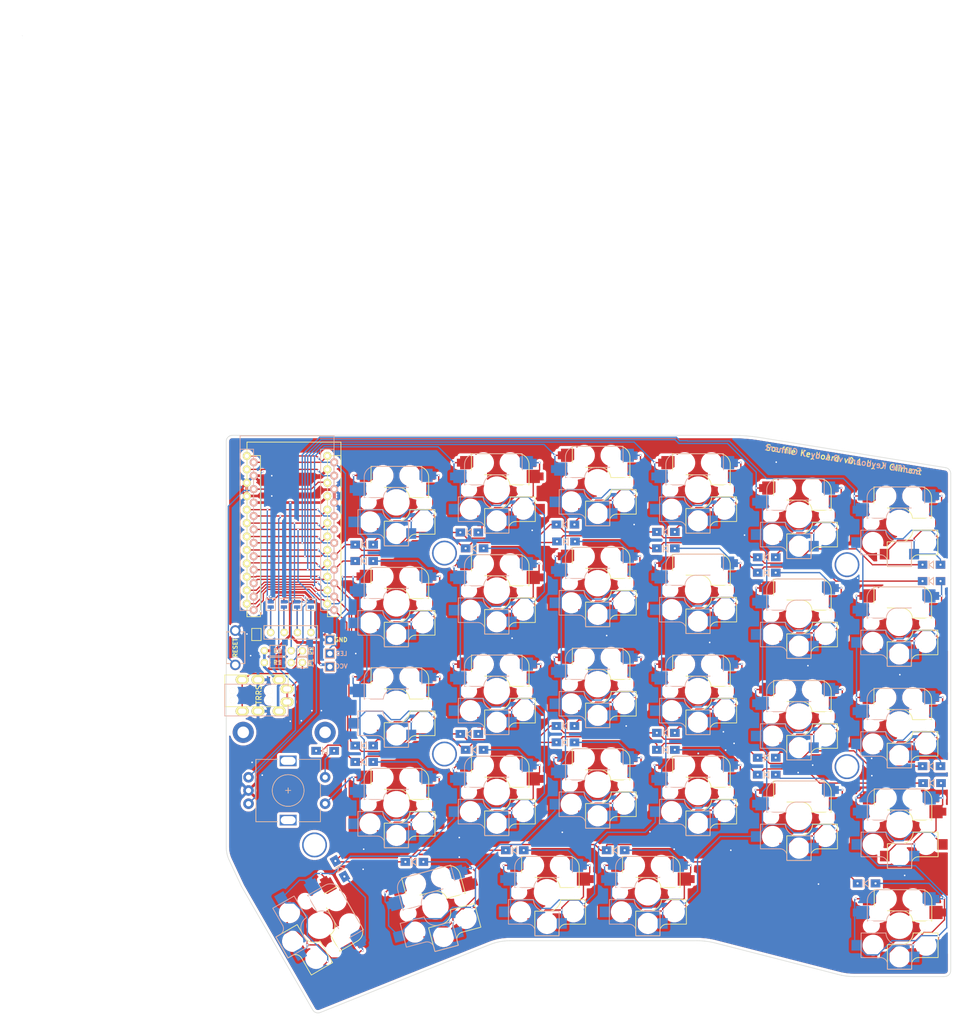
<source format=kicad_pcb>
(kicad_pcb (version 20171130) (host pcbnew "(5.1.12-1-10_14)")
  (layers (0 F.Cu signal) (31 B.Cu signal) (34 B.Paste user) (35 F.Paste user) (36 B.SilkS user) (37 F.SilkS user) (38 B.Mask user) (39 F.Mask user) (44 Edge.Cuts user))
  (net 0 "")
  (net 1 "Net-(D1-Pad2)")
  (net 2 row4)
  (net 3 "Net-(D2-Pad2)")
  (net 4 "Net-(D3-Pad2)")
  (net 5 row0)
  (net 6 "Net-(D4-Pad2)")
  (net 7 row1)
  (net 8 "Net-(D5-Pad2)")
  (net 9 row2)
  (net 10 "Net-(D6-Pad2)")
  (net 11 row3)
  (net 12 "Net-(D7-Pad2)")
  (net 13 "Net-(D8-Pad2)")
  (net 14 "Net-(D9-Pad2)")
  (net 15 "Net-(D10-Pad2)")
  (net 16 "Net-(D11-Pad2)")
  (net 17 "Net-(D12-Pad2)")
  (net 18 "Net-(D13-Pad2)")
  (net 19 "Net-(D14-Pad2)")
  (net 20 "Net-(D15-Pad2)")
  (net 21 "Net-(D16-Pad2)")
  (net 22 "Net-(D17-Pad2)")
  (net 23 "Net-(D18-Pad2)")
  (net 24 "Net-(D19-Pad2)")
  (net 25 "Net-(D20-Pad2)")
  (net 26 "Net-(D21-Pad2)")
  (net 27 "Net-(D22-Pad2)")
  (net 28 "Net-(D23-Pad2)")
  (net 29 "Net-(D24-Pad2)")
  (net 30 "Net-(D26-Pad2)")
  (net 31 "Net-(D27-Pad2)")
  (net 32 "Net-(D28-Pad2)")
  (net 33 VCC)
  (net 34 GND)
  (net 35 col0)
  (net 36 col1)
  (net 37 col2)
  (net 38 col3)
  (net 39 col4)
  (net 40 SDA)
  (net 41 LED)
  (net 42 SCL)
  (net 43 RESET)
  (net 44 "Net-(D29-Pad2)")
  (net 45 "Net-(U1-Pad24)")
  (net 46 "Net-(U1-Pad7)")
  (net 47 DATA)
  (net 48 "Net-(J3-Pad1)")
  (net 49 "Net-(J3-Pad2)")
  (net 50 "Net-(J3-Pad3)")
  (net 51 "Net-(J3-Pad4)")
  (net 52 "Net-(D30-Pad2)")
  (net 53 SW25B)
  (net 54 SW25A)
  (net 55 ENCB)
  (net 56 ENCA)
  (net 57 /i2c_c)
  (net 58 /i2c_d)
  (module SofleKeyboard-footprint:CherryMX_KailhLowProfile_Hotswap (layer F.Cu) (at 196.7 109.5)
    (fp_text reference SW23 hide)
    (fp_text value SW_PUSH hide)
    (pad 1 smd custom (at -7.2 -5.1) (size 0.7 1.5) (layers F.Cu F.Paste F.Mask) (net 36 col1) (options (clearance outline) (anchor rect)) (primitives (gr_poly (pts (xy 0.3 -1.2) (xy 0.3 1.2) (xy 2.1 1.2) (xy 2.7 0.8) (xy 2.7 -1.2)) (width 0.1))))
    (pad 2 smd custom (at 7.2 -5.1) (size 0.7 1.5) (layers B.Cu B.Paste B.Mask) (net 28 "Net-(D23-Pad2)") (options (clearance outline) (anchor rect)) (primitives (gr_poly (pts (xy -0.4 -1.2) (xy -2.8 -1.2) (xy -2.8 0.8) (xy -2.3 1.2) (xy -0.4 1.2)) (width 0.1))))
    (pad 1 smd custom (at -8.5 -2.5) (size 0.7 1.5) (layers B.Cu B.Paste B.Mask) (net 36 col1) (options (clearance outline) (anchor rect)) (primitives (gr_poly (pts (xy 0.3 -1.2) (xy 2.7 -1.2) (xy 2.7 1.2) (xy 0.3 1.2)) (width 0.1))))
    (pad 2 smd custom (at 8.5 -2.5) (size 0.7 1.5) (layers F.Cu F.Paste F.Mask) (net 28 "Net-(D23-Pad2)") (options (clearance outline) (anchor rect)) (primitives (gr_poly (pts (xy -2.8 -1.2) (xy -0.4 -1.2) (xy -0.4 1.2) (xy -2.8 1.2)) (width 0.1))))
    (pad "" np_thru_hole circle (at -3.81 -2.540001 180) (size 3 3) (drill 3) (layers *.Cu *.Mask))
    (pad "" np_thru_hole circle (at -5.08 0) (size 1.7 1.7) (drill 1.7) (layers *.Cu *.Mask))
    (pad "" np_thru_hole circle (at 5.08 0) (size 1.7 1.7) (drill 1.7) (layers *.Cu *.Mask))
    (pad "" np_thru_hole circle (at 5.5 0 90) (size 1.9 1.9) (drill 1.9) (layers *.Cu *.Mask))
    (pad "" np_thru_hole circle (at -5.5 0 90) (size 1.9 1.9) (drill 1.9) (layers *.Cu *.Mask))
    (pad "" np_thru_hole circle (at 0 0 90) (size 4 4) (drill 4) (layers *.Cu *.Mask))
    (pad "" np_thru_hole circle (at 2.54 -5.08 180) (size 3 3) (drill 3) (layers *.Cu *.Mask))
    (pad "" np_thru_hole circle (at 0 5.9 90) (size 3 3) (drill 3) (layers *.Cu *.Mask))
    (pad "" np_thru_hole circle (at -5 3.7 90) (size 3 3) (drill 3) (layers *.Cu *.Mask))
    (pad 2 smd rect (at 2.8 5.9 180) (size 1.9 2) (layers B.Cu B.Paste B.Mask) (net 28 "Net-(D23-Pad2)"))
    (pad 1 smd rect (at -8.1 3.7 180) (size 2 2) (layers B.Cu B.Paste B.Mask) (net 36 col1))
    (pad 1 smd rect (at 8.1 3.7 180) (size 2 2) (layers F.Cu F.Paste F.Mask) (net 36 col1))
    (pad 2 smd rect (at -2.8 5.9 180) (size 1.8 2) (layers F.Cu F.Paste F.Mask) (net 28 "Net-(D23-Pad2)"))
    (pad "" np_thru_hole circle (at 5 3.7 270) (size 3 3) (drill 3) (layers *.Cu *.Mask))
    (pad "" np_thru_hole circle (at -2.54 -5.08 180) (size 3 3) (drill 3) (layers *.Cu *.Mask))
    (pad "" np_thru_hole circle (at 3.81 -2.54 180) (size 3 3) (drill 3) (layers *.Cu *.Mask))
  )
  (module SofleKeyboard-footprint:M2_HOLE_PCB (layer F.Cu) (at 107 93.5)
    (fp_text reference TH2 hide)
    (fp_text value HOLE)
    (pad "" thru_hole circle (at 0 0) (size 4 4) (drill 2.2) (layers *.Cu *.Mask Dwgs.User))
  )
  (module SofleKeyboard-footprint:M2_HOLE_PCB (layer F.Cu) (at 91.5 93.5)
    (fp_text reference TH1 hide)
    (fp_text value HOLE)
    (pad "" thru_hole circle (at 0 0) (size 4 4) (drill 2.2) (layers *.Cu *.Mask Dwgs.User))
  )
  (module SofleKeyboard-footprint:OLED_4Pin (layer F.Cu) (at 96.7 74.6)
    (fp_text reference J3 hide)
    (fp_text value OLED hide)
    (pad 4 thru_hole circle (at 7.62 0) (size 1.397 1.397) (drill 0.8128) (layers *.Cu *.Mask F.SilkS) (net 51 "Net-(J3-Pad4)"))
    (pad 3 thru_hole circle (at 5.08 0) (size 1.397 1.397) (drill 0.8128) (layers *.Cu *.Mask F.SilkS) (net 50 "Net-(J3-Pad3)"))
    (pad 2 thru_hole circle (at 2.54 0) (size 1.397 1.397) (drill 0.8128) (layers *.Cu *.Mask F.SilkS) (net 49 "Net-(J3-Pad2)"))
    (pad 1 thru_hole circle (at 0 0) (size 1.397 1.397) (drill 0.8128) (layers *.Cu *.Mask F.SilkS) (net 48 "Net-(J3-Pad1)"))
  )
  (module SofleKeyboard-footprint:Diode_SOD123 (layer F.Cu) (at 162 115.8)
    (fp_text reference D29 hide)
    (fp_text value D hide)
    (pad 2 thru_hole rect (at 1.7 0) (size 1.8 1.5) (drill 0.4) (layers *.Cu *.Mask) (net 44 "Net-(D29-Pad2)"))
    (pad 1 thru_hole rect (at -1.7 0) (size 1.8 1.5) (drill 0.4) (layers *.Cu *.Mask) (net 2 row4))
  )
  (module SofleKeyboard-footprint:Diode_SOD123 (layer F.Cu) (at 142.9 115.8)
    (fp_text reference D28 hide)
    (fp_text value D hide)
    (pad 2 thru_hole rect (at 1.7 0) (size 1.8 1.5) (drill 0.4) (layers *.Cu *.Mask) (net 32 "Net-(D28-Pad2)"))
    (pad 1 thru_hole rect (at -1.7 0) (size 1.8 1.5) (drill 0.4) (layers *.Cu *.Mask) (net 2 row4))
  )
  (module SofleKeyboard-footprint:Diode_SOD123 (layer F.Cu) (at 123.9 118)
    (fp_text reference D27 hide)
    (fp_text value D hide)
    (pad 2 thru_hole rect (at 1.7 0) (size 1.8 1.5) (drill 0.4) (layers *.Cu *.Mask) (net 31 "Net-(D27-Pad2)"))
    (pad 1 thru_hole rect (at -1.7 0) (size 1.8 1.5) (drill 0.4) (layers *.Cu *.Mask) (net 2 row4))
  )
  (module SofleKeyboard-footprint:Diode_SOD123 (layer F.Cu) (at 109.8 119.3 300)
    (fp_text reference D26 hide)
    (fp_text value D hide)
    (pad 2 thru_hole rect (at 1.7 0 300) (size 1.8 1.5) (drill 0.4) (layers *.Cu *.Mask) (net 30 "Net-(D26-Pad2)"))
    (pad 1 thru_hole rect (at -1.7 0 300) (size 1.8 1.5) (drill 0.4) (layers *.Cu *.Mask) (net 2 row4))
  )
  (module SofleKeyboard-footprint:Diode_SOD123 (layer F.Cu) (at 107 97)
    (fp_text reference D25 hide)
    (fp_text value D hide)
    (pad 2 thru_hole rect (at 1.7 0) (size 1.8 1.5) (drill 0.4) (layers *.Cu *.Mask) (net 53 SW25B))
    (pad 1 thru_hole rect (at -1.7 0) (size 1.8 1.5) (drill 0.4) (layers *.Cu *.Mask) (net 2 row4))
  )
  (module SofleKeyboard-footprint:Diode_SOD123 (layer F.Cu) (at 221.9 103.1)
    (fp_text reference D24 hide)
    (fp_text value D hide)
    (pad 2 thru_hole rect (at 1.7 0) (size 1.8 1.5) (drill 0.4) (layers *.Cu *.Mask) (net 29 "Net-(D24-Pad2)"))
    (pad 1 thru_hole rect (at -1.7 0) (size 1.8 1.5) (drill 0.4) (layers *.Cu *.Mask) (net 11 row3))
  )
  (module SofleKeyboard-footprint:Diode_SOD123 (layer F.Cu) (at 190.6 101.5)
    (fp_text reference D23 hide)
    (fp_text value D hide)
    (pad 2 thru_hole rect (at 1.7 0) (size 1.8 1.5) (drill 0.4) (layers *.Cu *.Mask) (net 28 "Net-(D23-Pad2)"))
    (pad 1 thru_hole rect (at -1.7 0) (size 1.8 1.5) (drill 0.4) (layers *.Cu *.Mask) (net 11 row3))
  )
  (module SofleKeyboard-footprint:Diode_SOD123 (layer F.Cu) (at 171.5 96.8)
    (fp_text reference D22 hide)
    (fp_text value D hide)
    (pad 2 thru_hole rect (at 1.7 0) (size 1.8 1.5) (drill 0.4) (layers *.Cu *.Mask) (net 27 "Net-(D22-Pad2)"))
    (pad 1 thru_hole rect (at -1.7 0) (size 1.8 1.5) (drill 0.4) (layers *.Cu *.Mask) (net 11 row3))
  )
  (module SofleKeyboard-footprint:Diode_SOD123 (layer F.Cu) (at 152.5 95.4)
    (fp_text reference D21 hide)
    (fp_text value D hide)
    (pad 2 thru_hole rect (at 1.7 0) (size 1.8 1.5) (drill 0.4) (layers *.Cu *.Mask) (net 26 "Net-(D21-Pad2)"))
    (pad 1 thru_hole rect (at -1.7 0) (size 1.8 1.5) (drill 0.4) (layers *.Cu *.Mask) (net 11 row3))
  )
  (module SofleKeyboard-footprint:Diode_SOD123 (layer F.Cu) (at 135.3 96.8)
    (fp_text reference D20 hide)
    (fp_text value D hide)
    (pad 2 thru_hole rect (at 1.7 0) (size 1.8 1.5) (drill 0.4) (layers *.Cu *.Mask) (net 25 "Net-(D20-Pad2)"))
    (pad 1 thru_hole rect (at -1.7 0) (size 1.8 1.5) (drill 0.4) (layers *.Cu *.Mask) (net 11 row3))
  )
  (module SofleKeyboard-footprint:Diode_SOD123 (layer F.Cu) (at 114.4 99.1)
    (fp_text reference D19 hide)
    (fp_text value D hide)
    (pad 2 thru_hole rect (at 1.7 0) (size 1.8 1.5) (drill 0.4) (layers *.Cu *.Mask) (net 24 "Net-(D19-Pad2)"))
    (pad 1 thru_hole rect (at -1.7 0) (size 1.8 1.5) (drill 0.4) (layers *.Cu *.Mask) (net 11 row3))
  )
  (module SofleKeyboard-footprint:Diode_SOD123 (layer F.Cu) (at 221.8 99.9)
    (fp_text reference D18 hide)
    (fp_text value D hide)
    (pad 2 thru_hole rect (at 1.7 0) (size 1.8 1.5) (drill 0.4) (layers *.Cu *.Mask) (net 23 "Net-(D18-Pad2)"))
    (pad 1 thru_hole rect (at -1.7 0) (size 1.8 1.5) (drill 0.4) (layers *.Cu *.Mask) (net 9 row2))
  )
  (module SofleKeyboard-footprint:Diode_SOD123 (layer F.Cu) (at 190.6 98.3)
    (fp_text reference D17 hide)
    (fp_text value D hide)
    (pad 2 thru_hole rect (at 1.7 0) (size 1.8 1.5) (drill 0.4) (layers *.Cu *.Mask) (net 22 "Net-(D17-Pad2)"))
    (pad 1 thru_hole rect (at -1.7 0) (size 1.8 1.5) (drill 0.4) (layers *.Cu *.Mask) (net 9 row2))
  )
  (module SofleKeyboard-footprint:Diode_SOD123 (layer F.Cu) (at 171.5 93.6)
    (fp_text reference D16 hide)
    (fp_text value D hide)
    (pad 2 thru_hole rect (at 1.7 0) (size 1.8 1.5) (drill 0.4) (layers *.Cu *.Mask) (net 21 "Net-(D16-Pad2)"))
    (pad 1 thru_hole rect (at -1.7 0) (size 1.8 1.5) (drill 0.4) (layers *.Cu *.Mask) (net 9 row2))
  )
  (module SofleKeyboard-footprint:Diode_SOD123 (layer F.Cu) (at 152.5 92.3)
    (fp_text reference D15 hide)
    (fp_text value D hide)
    (pad 2 thru_hole rect (at 1.7 0) (size 1.8 1.5) (drill 0.4) (layers *.Cu *.Mask) (net 20 "Net-(D15-Pad2)"))
    (pad 1 thru_hole rect (at -1.7 0) (size 1.8 1.5) (drill 0.4) (layers *.Cu *.Mask) (net 9 row2))
  )
  (module SofleKeyboard-footprint:Diode_SOD123 (layer F.Cu) (at 134.3 93.8)
    (fp_text reference D14 hide)
    (fp_text value D hide)
    (pad 2 thru_hole rect (at 1.7 0) (size 1.8 1.5) (drill 0.4) (layers *.Cu *.Mask) (net 19 "Net-(D14-Pad2)"))
    (pad 1 thru_hole rect (at -1.7 0) (size 1.8 1.5) (drill 0.4) (layers *.Cu *.Mask) (net 9 row2))
  )
  (module SofleKeyboard-footprint:Diode_SOD123 (layer F.Cu) (at 114.4 96)
    (fp_text reference D13 hide)
    (fp_text value D hide)
    (pad 2 thru_hole rect (at 1.7 0) (size 1.8 1.5) (drill 0.4) (layers *.Cu *.Mask) (net 18 "Net-(D13-Pad2)"))
    (pad 1 thru_hole rect (at -1.7 0) (size 1.8 1.5) (drill 0.4) (layers *.Cu *.Mask) (net 9 row2))
  )
  (module SofleKeyboard-footprint:Diode_SOD123 (layer F.Cu) (at 221.8 64.9)
    (fp_text reference D12 hide)
    (fp_text value D hide)
    (pad 2 thru_hole rect (at 1.7 0) (size 1.8 1.5) (drill 0.4) (layers *.Cu *.Mask) (net 17 "Net-(D12-Pad2)"))
    (pad 1 thru_hole rect (at -1.7 0) (size 1.8 1.5) (drill 0.4) (layers *.Cu *.Mask) (net 7 row1))
  )
  (module SofleKeyboard-footprint:Diode_SOD123 (layer F.Cu) (at 190.6 63.3)
    (fp_text reference D11 hide)
    (fp_text value D hide)
    (pad 2 thru_hole rect (at 1.7 0) (size 1.8 1.5) (drill 0.4) (layers *.Cu *.Mask) (net 16 "Net-(D11-Pad2)"))
    (pad 1 thru_hole rect (at -1.7 0) (size 1.8 1.5) (drill 0.4) (layers *.Cu *.Mask) (net 7 row1))
  )
  (module SofleKeyboard-footprint:Diode_SOD123 (layer F.Cu) (at 171.5 58.7)
    (fp_text reference D10 hide)
    (fp_text value D hide)
    (pad 2 thru_hole rect (at 1.7 0) (size 1.8 1.5) (drill 0.4) (layers *.Cu *.Mask) (net 15 "Net-(D10-Pad2)"))
    (pad 1 thru_hole rect (at -1.7 0) (size 1.8 1.5) (drill 0.4) (layers *.Cu *.Mask) (net 7 row1))
  )
  (module SofleKeyboard-footprint:Diode_SOD123 (layer F.Cu) (at 152.6 57.4)
    (fp_text reference D9 hide)
    (fp_text value D hide)
    (pad 2 thru_hole rect (at 1.7 0) (size 1.8 1.5) (drill 0.4) (layers *.Cu *.Mask) (net 14 "Net-(D9-Pad2)"))
    (pad 1 thru_hole rect (at -1.7 0) (size 1.8 1.5) (drill 0.4) (layers *.Cu *.Mask) (net 7 row1))
  )
  (module SofleKeyboard-footprint:Diode_SOD123 (layer F.Cu) (at 135.3 58.7)
    (fp_text reference D8 hide)
    (fp_text value D hide)
    (pad 2 thru_hole rect (at 1.7 0) (size 1.8 1.5) (drill 0.4) (layers *.Cu *.Mask) (net 13 "Net-(D8-Pad2)"))
    (pad 1 thru_hole rect (at -1.7 0) (size 1.8 1.5) (drill 0.4) (layers *.Cu *.Mask) (net 7 row1))
  )
  (module SofleKeyboard-footprint:Diode_SOD123 (layer F.Cu) (at 114.4 61.1)
    (fp_text reference D7 hide)
    (fp_text value D hide)
    (pad 2 thru_hole rect (at 1.7 0) (size 1.8 1.5) (drill 0.4) (layers *.Cu *.Mask) (net 12 "Net-(D7-Pad2)"))
    (pad 1 thru_hole rect (at -1.7 0) (size 1.8 1.5) (drill 0.4) (layers *.Cu *.Mask) (net 7 row1))
  )
  (module SofleKeyboard-footprint:Diode_SOD123 (layer F.Cu) (at 221.8 61.8)
    (fp_text reference D6 hide)
    (fp_text value D hide)
    (pad 2 thru_hole rect (at 1.7 0) (size 1.8 1.5) (drill 0.4) (layers *.Cu *.Mask) (net 10 "Net-(D6-Pad2)"))
    (pad 1 thru_hole rect (at -1.7 0) (size 1.8 1.5) (drill 0.4) (layers *.Cu *.Mask) (net 5 row0))
  )
  (module SofleKeyboard-footprint:Diode_SOD123 (layer F.Cu) (at 190.6 60.4)
    (fp_text reference D5 hide)
    (fp_text value D hide)
    (pad 2 thru_hole rect (at 1.7 0) (size 1.8 1.5) (drill 0.4) (layers *.Cu *.Mask) (net 8 "Net-(D5-Pad2)"))
    (pad 1 thru_hole rect (at -1.7 0) (size 1.8 1.5) (drill 0.4) (layers *.Cu *.Mask) (net 5 row0))
  )
  (module SofleKeyboard-footprint:Diode_SOD123 (layer F.Cu) (at 171.5 55.6)
    (fp_text reference D4 hide)
    (fp_text value D hide)
    (pad 2 thru_hole rect (at 1.7 0) (size 1.8 1.5) (drill 0.4) (layers *.Cu *.Mask) (net 6 "Net-(D4-Pad2)"))
    (pad 1 thru_hole rect (at -1.7 0) (size 1.8 1.5) (drill 0.4) (layers *.Cu *.Mask) (net 5 row0))
  )
  (module SofleKeyboard-footprint:Diode_SOD123 (layer F.Cu) (at 152.5 54.2)
    (fp_text reference D3 hide)
    (fp_text value D hide)
    (pad 2 thru_hole rect (at 1.7 0) (size 1.8 1.5) (drill 0.4) (layers *.Cu *.Mask) (net 4 "Net-(D3-Pad2)"))
    (pad 1 thru_hole rect (at -1.7 0) (size 1.8 1.5) (drill 0.4) (layers *.Cu *.Mask) (net 5 row0))
  )
  (module SofleKeyboard-footprint:Diode_SOD123 (layer F.Cu) (at 134.3 55.7)
    (fp_text reference D2 hide)
    (fp_text value D hide)
    (pad 2 thru_hole rect (at 1.7 0) (size 1.8 1.5) (drill 0.4) (layers *.Cu *.Mask) (net 3 "Net-(D2-Pad2)"))
    (pad 1 thru_hole rect (at -1.7 0) (size 1.8 1.5) (drill 0.4) (layers *.Cu *.Mask) (net 5 row0))
  )
  (module SofleKeyboard-footprint:Diode_SOD123 (layer F.Cu) (at 114.4 58)
    (fp_text reference D1 hide)
    (fp_text value D hide)
    (pad 2 thru_hole rect (at 1.7 0) (size 1.8 1.5) (drill 0.4) (layers *.Cu *.Mask) (net 1 "Net-(D1-Pad2)"))
    (pad 1 thru_hole rect (at -1.7 0) (size 1.8 1.5) (drill 0.4) (layers *.Cu *.Mask) (net 5 row0))
  )
  (module SofleKeyboard-footprint:jumper_data (layer F.Cu) (at 94 75 270)
    (fp_text reference W1 hide)
    (fp_text value jumper hide)
    (fp_poly (pts (xy -0.2 -0.15) (xy 0.2 -0.15) (xy 0.2 0.15) (xy -0.2 0.15)) (layer F.Cu) (width 0.1))
    (pad 1 smd rect (at -0.50038 0 270) (size 0.635 1.143) (layers F.Cu F.Paste F.Mask) (net 47 DATA) (clearance 0.1905))
    (pad 2 smd rect (at 0.50038 0 270) (size 0.635 1.143) (layers F.Cu F.Paste F.Mask) (net 58 /i2c_d) (clearance 0.1905))
  )
  (module SofleKeyboard-footprint:TACT_SWITCH_TVBP06 (layer F.Cu) (at 90 77.5 270)
    (fp_text reference RSW1 hide)
    (fp_text value SW_RST hide)
    (fp_text user RESET (at 0 0 270) (layer F.SilkS) (effects (font (size 0.8 0.8))))
    (fp_text user RESET (at 0 0 270) (layer F.SilkS) (effects (font (size 0.8 0.8))))
    (pad 2 thru_hole circle (at 3.25 0 270) (size 2 2) (drill 1.3) (layers *.Cu *.Mask) (net 43 RESET))
    (pad 1 thru_hole circle (at -3.25 0 270) (size 2 2) (drill 1.3) (layers *.Cu *.Mask) (net 34 GND))
  )
  (module SofleKeyboard-footprint:Jumper (layer B.Cu) (at 96.7 69.3 90)
    (fp_text reference JP8 hide)
    (fp_text value Jumper_NO_Small hide)
    (pad 2 smd rect (at 0.50038 0 90) (size 0.635 1.143) (layers B.Cu B.Paste B.Mask) (net 34 GND) (clearance 0.1905))
    (pad 1 smd rect (at -0.50038 0 90) (size 0.635 1.143) (layers B.Cu B.Paste B.Mask) (net 48 "Net-(J3-Pad1)") (clearance 0.1905))
  )
  (module SofleKeyboard-footprint:Jumper (layer B.Cu) (at 99.2 69.3 90)
    (fp_text reference JP7 hide)
    (fp_text value Jumper_NO_Small hide)
    (pad 2 smd rect (at 0.50038 0 90) (size 0.635 1.143) (layers B.Cu B.Paste B.Mask) (net 33 VCC) (clearance 0.1905))
    (pad 1 smd rect (at -0.50038 0 90) (size 0.635 1.143) (layers B.Cu B.Paste B.Mask) (net 49 "Net-(J3-Pad2)") (clearance 0.1905))
  )
  (module SofleKeyboard-footprint:Jumper (layer B.Cu) (at 101.7 69.3 90)
    (fp_text reference JP6 hide)
    (fp_text value Jumper_NO_Small hide)
    (pad 2 smd rect (at 0.50038 0 90) (size 0.635 1.143) (layers B.Cu B.Paste B.Mask) (net 42 SCL) (clearance 0.1905))
    (pad 1 smd rect (at -0.50038 0 90) (size 0.635 1.143) (layers B.Cu B.Paste B.Mask) (net 50 "Net-(J3-Pad3)") (clearance 0.1905))
  )
  (module SofleKeyboard-footprint:Jumper (layer B.Cu) (at 104.3 69.3 90)
    (fp_text reference JP5 hide)
    (fp_text value Jumper_NO_Small hide)
    (pad 2 smd rect (at 0.50038 0 90) (size 0.635 1.143) (layers B.Cu B.Paste B.Mask) (net 40 SDA) (clearance 0.1905))
    (pad 1 smd rect (at -0.50038 0 90) (size 0.635 1.143) (layers B.Cu B.Paste B.Mask) (net 51 "Net-(J3-Pad4)") (clearance 0.1905))
  )
  (module SofleKeyboard-footprint:Jumper (layer F.Cu) (at 96.7 69.3 90)
    (fp_text reference JP4 hide)
    (fp_text value Jumper_NO_Small hide)
    (pad 2 smd rect (at 0.50038 0 90) (size 0.635 1.143) (layers F.Cu F.Paste F.Mask) (net 40 SDA) (clearance 0.1905))
    (pad 1 smd rect (at -0.50038 0 90) (size 0.635 1.143) (layers F.Cu F.Paste F.Mask) (net 48 "Net-(J3-Pad1)") (clearance 0.1905))
  )
  (module SofleKeyboard-footprint:Jumper (layer F.Cu) (at 99.2 69.3 90)
    (fp_text reference JP3 hide)
    (fp_text value Jumper_NO_Small hide)
    (pad 2 smd rect (at 0.50038 0 90) (size 0.635 1.143) (layers F.Cu F.Paste F.Mask) (net 42 SCL) (clearance 0.1905))
    (pad 1 smd rect (at -0.50038 0 90) (size 0.635 1.143) (layers F.Cu F.Paste F.Mask) (net 49 "Net-(J3-Pad2)") (clearance 0.1905))
  )
  (module SofleKeyboard-footprint:Jumper (layer F.Cu) (at 101.7 69.3 90)
    (fp_text reference JP2 hide)
    (fp_text value Jumper_NO_Small hide)
    (pad 2 smd rect (at 0.50038 0 90) (size 0.635 1.143) (layers F.Cu F.Paste F.Mask) (net 33 VCC) (clearance 0.1905))
    (pad 1 smd rect (at -0.50038 0 90) (size 0.635 1.143) (layers F.Cu F.Paste F.Mask) (net 50 "Net-(J3-Pad3)") (clearance 0.1905))
  )
  (module SofleKeyboard-footprint:Jumper (layer F.Cu) (at 104.3 69.3 90)
    (fp_text reference JP1 hide)
    (fp_text value Jumper_NO_Small hide)
    (pad 2 smd rect (at 0.50038 0 90) (size 0.635 1.143) (layers F.Cu F.Paste F.Mask) (net 34 GND) (clearance 0.1905))
    (pad 1 smd rect (at -0.50038 0 90) (size 0.635 1.143) (layers F.Cu F.Paste F.Mask) (net 51 "Net-(J3-Pad4)") (clearance 0.1905))
  )
  (module SofleKeyboard-footprint:RESISTOR_mini (layer F.Cu) (at 98.039272 80.311965)
    (fp_text reference R1 (at -0.039272 -0.011965 180) (layer F.SilkS) (effects (font (size 0.8128 0.8128))))
    (fp_text value R hide)
    (fp_text user R1 (at 0 -0.011965 180) (layer B.SilkS) (effects (font (size 0.8 0.8)) (justify mirror)))
    (pad 2 thru_hole circle (at 2.54 0) (size 1.397 1.397) (drill 0.8128) (layers *.Cu *.Mask F.SilkS) (net 40 SDA))
    (pad 1 thru_hole circle (at -2.54 0) (size 1.397 1.397) (drill 0.8128) (layers *.Cu *.Mask F.SilkS) (net 33 VCC))
  )
  (module SofleKeyboard-footprint:RESISTOR_mini (layer F.Cu) (at 98.039272 78.061965)
    (fp_text reference R2 (at -0.039272 0.038035 180) (layer F.SilkS) (effects (font (size 0.8128 0.8128))))
    (fp_text value R hide)
    (fp_text user R1 (at 0 0) (layer B.SilkS) (effects (font (size 0.8 0.8)) (justify mirror)))
    (fp_text user R2 (at 0 0 180) (layer B.SilkS) (effects (font (size 0.8 0.8)) (justify mirror)))
    (pad 2 thru_hole circle (at 2.54 0) (size 1.397 1.397) (drill 0.8128) (layers *.Cu *.Mask F.SilkS) (net 42 SCL))
    (pad 1 thru_hole circle (at -2.54 0) (size 1.397 1.397) (drill 0.8128) (layers *.Cu *.Mask F.SilkS) (net 33 VCC))
  )
  (module SofleKeyboard-footprint:1pin_conn (layer F.Cu) (at 102.7 78.1 270)
    (fp_text reference P2 (at 0 -1.671944 270) (layer F.SilkS) (effects (font (size 0.8128 0.8128))))
    (fp_text value i2c_pin hide)
    (fp_text user P2 (at 0 -1.7 270) (layer B.SilkS) (effects (font (size 0.8 0.8)) (justify mirror)))
    (pad 1 thru_hole circle (at 0 0 270) (size 1.397 1.397) (drill 0.8128) (layers *.Cu *.Mask F.SilkS) (net 58 /i2c_d))
  )
  (module SofleKeyboard-footprint:1pin_conn (layer F.Cu) (at 102.7 80.3 270)
    (fp_text reference P1 (at 0 -1.671944 270) (layer F.SilkS) (effects (font (size 0.8128 0.8128))))
    (fp_text value i2c_pin hide)
    (fp_text user P1 (at 0.2 -1.7 270) (layer B.SilkS) (effects (font (size 0.8 0.8)) (justify mirror)))
    (pad 1 thru_hole circle (at 0 0 270) (size 1.397 1.397) (drill 0.8128) (layers *.Cu *.Mask F.SilkS) (net 57 /i2c_c))
  )
  (module SofleKeyboard-footprint:HOLE_M2_TH (layer F.Cu) (at 205.8 100)
    (fp_text reference TH6 hide)
    (fp_text value HOLE hide)
    (pad "" thru_hole circle (at 0 0 90) (size 4.7 4.7) (drill 4.1) (layers *.Cu *.Mask Dwgs.User) (clearance 0.3))
  )
  (module SofleKeyboard-footprint:HOLE_M2_TH (layer F.Cu) (at 129.6 97.6)
    (fp_text reference TH5 hide)
    (fp_text value HOLE hide)
    (pad "" thru_hole circle (at 0 0 90) (size 4.7 4.7) (drill 4.1) (layers *.Cu *.Mask Dwgs.User) (clearance 0.3))
  )
  (module SofleKeyboard-footprint:HOLE_M2_TH (layer F.Cu) (at 129.6 59.6)
    (fp_text reference TH3 hide)
    (fp_text value HOLE hide)
    (pad "" thru_hole circle (at 0 0 90) (size 4.7 4.7) (drill 4.1) (layers *.Cu *.Mask Dwgs.User) (clearance 0.3))
  )
  (module SofleKeyboard-footprint:Diode_SOD123 (layer F.Cu) (at 209.4992 122.0724)
    (fp_text reference D30 hide)
    (fp_text value D hide)
    (pad 2 thru_hole rect (at 1.7 0) (size 1.8 1.5) (drill 0.4) (layers *.Cu *.Mask) (net 52 "Net-(D30-Pad2)"))
    (pad 1 thru_hole rect (at -1.7 0) (size 1.8 1.5) (drill 0.4) (layers *.Cu *.Mask) (net 2 row4))
  )
  (module SofleKeyboard-footprint:CherryMX_KailhLowProfile_Hotswap (layer F.Cu) (at 120.5 50)
    (fp_text reference SW1 hide)
    (fp_text value SW_PUSH hide)
    (pad 1 smd custom (at -7.2 -5.1) (size 0.7 1.5) (layers F.Cu F.Paste F.Mask) (net 54 SW25A) (options (clearance outline) (anchor rect)) (primitives (gr_poly (pts (xy 0.3 -1.2) (xy 0.3 1.2) (xy 2.1 1.2) (xy 2.7 0.8) (xy 2.7 -1.2)) (width 0.1))))
    (pad 2 smd custom (at 7.2 -5.1) (size 0.7 1.5) (layers B.Cu B.Paste B.Mask) (net 1 "Net-(D1-Pad2)") (options (clearance outline) (anchor rect)) (primitives (gr_poly (pts (xy -0.4 -1.2) (xy -2.8 -1.2) (xy -2.8 0.8) (xy -2.3 1.2) (xy -0.4 1.2)) (width 0.1))))
    (pad 1 smd custom (at -8.5 -2.5) (size 0.7 1.5) (layers B.Cu B.Paste B.Mask) (net 54 SW25A) (options (clearance outline) (anchor rect)) (primitives (gr_poly (pts (xy 0.3 -1.2) (xy 2.7 -1.2) (xy 2.7 1.2) (xy 0.3 1.2)) (width 0.1))))
    (pad 2 smd custom (at 8.5 -2.5) (size 0.7 1.5) (layers F.Cu F.Paste F.Mask) (net 1 "Net-(D1-Pad2)") (options (clearance outline) (anchor rect)) (primitives (gr_poly (pts (xy -2.8 -1.2) (xy -0.4 -1.2) (xy -0.4 1.2) (xy -2.8 1.2)) (width 0.1))))
    (pad "" np_thru_hole circle (at -3.81 -2.540001 180) (size 3 3) (drill 3) (layers *.Cu *.Mask))
    (pad "" np_thru_hole circle (at -5.08 0) (size 1.7 1.7) (drill 1.7) (layers *.Cu *.Mask))
    (pad "" np_thru_hole circle (at 5.08 0) (size 1.7 1.7) (drill 1.7) (layers *.Cu *.Mask))
    (pad "" np_thru_hole circle (at 5.5 0 90) (size 1.9 1.9) (drill 1.9) (layers *.Cu *.Mask))
    (pad "" np_thru_hole circle (at -5.5 0 90) (size 1.9 1.9) (drill 1.9) (layers *.Cu *.Mask))
    (pad "" np_thru_hole circle (at 0 0 90) (size 4 4) (drill 4) (layers *.Cu *.Mask))
    (pad "" np_thru_hole circle (at 2.54 -5.08 180) (size 3 3) (drill 3) (layers *.Cu *.Mask))
    (pad "" np_thru_hole circle (at 0 5.9 90) (size 3 3) (drill 3) (layers *.Cu *.Mask))
    (pad "" np_thru_hole circle (at -5 3.7 90) (size 3 3) (drill 3) (layers *.Cu *.Mask))
    (pad 2 smd rect (at 2.8 5.9 180) (size 1.9 2) (layers B.Cu B.Paste B.Mask) (net 1 "Net-(D1-Pad2)"))
    (pad 1 smd rect (at -8.1 3.7 180) (size 2 2) (layers B.Cu B.Paste B.Mask) (net 54 SW25A))
    (pad 1 smd rect (at 8.1 3.7 180) (size 2 2) (layers F.Cu F.Paste F.Mask) (net 54 SW25A))
    (pad 2 smd rect (at -2.8 5.9 180) (size 1.8 2) (layers F.Cu F.Paste F.Mask) (net 1 "Net-(D1-Pad2)"))
    (pad "" np_thru_hole circle (at 5 3.7 270) (size 3 3) (drill 3) (layers *.Cu *.Mask))
    (pad "" np_thru_hole circle (at -2.54 -5.08 180) (size 3 3) (drill 3) (layers *.Cu *.Mask))
    (pad "" np_thru_hole circle (at 3.81 -2.54 180) (size 3 3) (drill 3) (layers *.Cu *.Mask))
  )
  (module SofleKeyboard-footprint:CherryMX_KailhLowProfile_Hotswap (layer F.Cu) (at 139.5 47.6)
    (fp_text reference SW2 hide)
    (fp_text value SW_PUSH hide)
    (pad 1 smd custom (at -7.2 -5.1) (size 0.7 1.5) (layers F.Cu F.Paste F.Mask) (net 39 col4) (options (clearance outline) (anchor rect)) (primitives (gr_poly (pts (xy 0.3 -1.2) (xy 0.3 1.2) (xy 2.1 1.2) (xy 2.7 0.8) (xy 2.7 -1.2)) (width 0.1))))
    (pad 2 smd custom (at 7.2 -5.1) (size 0.7 1.5) (layers B.Cu B.Paste B.Mask) (net 3 "Net-(D2-Pad2)") (options (clearance outline) (anchor rect)) (primitives (gr_poly (pts (xy -0.4 -1.2) (xy -2.8 -1.2) (xy -2.8 0.8) (xy -2.3 1.2) (xy -0.4 1.2)) (width 0.1))))
    (pad 1 smd custom (at -8.5 -2.5) (size 0.7 1.5) (layers B.Cu B.Paste B.Mask) (net 39 col4) (options (clearance outline) (anchor rect)) (primitives (gr_poly (pts (xy 0.3 -1.2) (xy 2.7 -1.2) (xy 2.7 1.2) (xy 0.3 1.2)) (width 0.1))))
    (pad 2 smd custom (at 8.5 -2.5) (size 0.7 1.5) (layers F.Cu F.Paste F.Mask) (net 3 "Net-(D2-Pad2)") (options (clearance outline) (anchor rect)) (primitives (gr_poly (pts (xy -2.8 -1.2) (xy -0.4 -1.2) (xy -0.4 1.2) (xy -2.8 1.2)) (width 0.1))))
    (pad "" np_thru_hole circle (at -3.81 -2.540001 180) (size 3 3) (drill 3) (layers *.Cu *.Mask))
    (pad "" np_thru_hole circle (at -5.08 0) (size 1.7 1.7) (drill 1.7) (layers *.Cu *.Mask))
    (pad "" np_thru_hole circle (at 5.08 0) (size 1.7 1.7) (drill 1.7) (layers *.Cu *.Mask))
    (pad "" np_thru_hole circle (at 5.5 0 90) (size 1.9 1.9) (drill 1.9) (layers *.Cu *.Mask))
    (pad "" np_thru_hole circle (at -5.5 0 90) (size 1.9 1.9) (drill 1.9) (layers *.Cu *.Mask))
    (pad "" np_thru_hole circle (at 0 0 90) (size 4 4) (drill 4) (layers *.Cu *.Mask))
    (pad "" np_thru_hole circle (at 2.54 -5.08 180) (size 3 3) (drill 3) (layers *.Cu *.Mask))
    (pad "" np_thru_hole circle (at 0 5.9 90) (size 3 3) (drill 3) (layers *.Cu *.Mask))
    (pad "" np_thru_hole circle (at -5 3.7 90) (size 3 3) (drill 3) (layers *.Cu *.Mask))
    (pad 2 smd rect (at 2.8 5.9 180) (size 1.9 2) (layers B.Cu B.Paste B.Mask) (net 3 "Net-(D2-Pad2)"))
    (pad 1 smd rect (at -8.1 3.7 180) (size 2 2) (layers B.Cu B.Paste B.Mask) (net 39 col4))
    (pad 1 smd rect (at 8.1 3.7 180) (size 2 2) (layers F.Cu F.Paste F.Mask) (net 39 col4))
    (pad 2 smd rect (at -2.8 5.9 180) (size 1.8 2) (layers F.Cu F.Paste F.Mask) (net 3 "Net-(D2-Pad2)"))
    (pad "" np_thru_hole circle (at 5 3.7 270) (size 3 3) (drill 3) (layers *.Cu *.Mask))
    (pad "" np_thru_hole circle (at -2.54 -5.08 180) (size 3 3) (drill 3) (layers *.Cu *.Mask))
    (pad "" np_thru_hole circle (at 3.81 -2.54 180) (size 3 3) (drill 3) (layers *.Cu *.Mask))
  )
  (module SofleKeyboard-footprint:CherryMX_KailhLowProfile_Hotswap (layer F.Cu) (at 158.6 46.21)
    (fp_text reference SW3 hide)
    (fp_text value SW_PUSH hide)
    (pad 1 smd custom (at -7.2 -5.1) (size 0.7 1.5) (layers F.Cu F.Paste F.Mask) (net 38 col3) (options (clearance outline) (anchor rect)) (primitives (gr_poly (pts (xy 0.3 -1.2) (xy 0.3 1.2) (xy 2.1 1.2) (xy 2.7 0.8) (xy 2.7 -1.2)) (width 0.1))))
    (pad 2 smd custom (at 7.2 -5.1) (size 0.7 1.5) (layers B.Cu B.Paste B.Mask) (net 4 "Net-(D3-Pad2)") (options (clearance outline) (anchor rect)) (primitives (gr_poly (pts (xy -0.4 -1.2) (xy -2.8 -1.2) (xy -2.8 0.8) (xy -2.3 1.2) (xy -0.4 1.2)) (width 0.1))))
    (pad 1 smd custom (at -8.5 -2.5) (size 0.7 1.5) (layers B.Cu B.Paste B.Mask) (net 38 col3) (options (clearance outline) (anchor rect)) (primitives (gr_poly (pts (xy 0.3 -1.2) (xy 2.7 -1.2) (xy 2.7 1.2) (xy 0.3 1.2)) (width 0.1))))
    (pad 2 smd custom (at 8.5 -2.5) (size 0.7 1.5) (layers F.Cu F.Paste F.Mask) (net 4 "Net-(D3-Pad2)") (options (clearance outline) (anchor rect)) (primitives (gr_poly (pts (xy -2.8 -1.2) (xy -0.4 -1.2) (xy -0.4 1.2) (xy -2.8 1.2)) (width 0.1))))
    (pad "" np_thru_hole circle (at -3.81 -2.540001 180) (size 3 3) (drill 3) (layers *.Cu *.Mask))
    (pad "" np_thru_hole circle (at -5.08 0) (size 1.7 1.7) (drill 1.7) (layers *.Cu *.Mask))
    (pad "" np_thru_hole circle (at 5.08 0) (size 1.7 1.7) (drill 1.7) (layers *.Cu *.Mask))
    (pad "" np_thru_hole circle (at 5.5 0 90) (size 1.9 1.9) (drill 1.9) (layers *.Cu *.Mask))
    (pad "" np_thru_hole circle (at -5.5 0 90) (size 1.9 1.9) (drill 1.9) (layers *.Cu *.Mask))
    (pad "" np_thru_hole circle (at 0 0 90) (size 4 4) (drill 4) (layers *.Cu *.Mask))
    (pad "" np_thru_hole circle (at 2.54 -5.08 180) (size 3 3) (drill 3) (layers *.Cu *.Mask))
    (pad "" np_thru_hole circle (at 0 5.9 90) (size 3 3) (drill 3) (layers *.Cu *.Mask))
    (pad "" np_thru_hole circle (at -5 3.7 90) (size 3 3) (drill 3) (layers *.Cu *.Mask))
    (pad 2 smd rect (at 2.8 5.9 180) (size 1.9 2) (layers B.Cu B.Paste B.Mask) (net 4 "Net-(D3-Pad2)"))
    (pad 1 smd rect (at -8.1 3.7 180) (size 2 2) (layers B.Cu B.Paste B.Mask) (net 38 col3))
    (pad 1 smd rect (at 8.1 3.7 180) (size 2 2) (layers F.Cu F.Paste F.Mask) (net 38 col3))
    (pad 2 smd rect (at -2.8 5.9 180) (size 1.8 2) (layers F.Cu F.Paste F.Mask) (net 4 "Net-(D3-Pad2)"))
    (pad "" np_thru_hole circle (at 5 3.7 270) (size 3 3) (drill 3) (layers *.Cu *.Mask))
    (pad "" np_thru_hole circle (at -2.54 -5.08 180) (size 3 3) (drill 3) (layers *.Cu *.Mask))
    (pad "" np_thru_hole circle (at 3.81 -2.54 180) (size 3 3) (drill 3) (layers *.Cu *.Mask))
  )
  (module SofleKeyboard-footprint:CherryMX_KailhLowProfile_Hotswap (layer F.Cu) (at 177.6 47.6)
    (fp_text reference SW4 hide)
    (fp_text value SW_PUSH hide)
    (pad 1 smd custom (at -7.2 -5.1) (size 0.7 1.5) (layers F.Cu F.Paste F.Mask) (net 37 col2) (options (clearance outline) (anchor rect)) (primitives (gr_poly (pts (xy 0.3 -1.2) (xy 0.3 1.2) (xy 2.1 1.2) (xy 2.7 0.8) (xy 2.7 -1.2)) (width 0.1))))
    (pad 2 smd custom (at 7.2 -5.1) (size 0.7 1.5) (layers B.Cu B.Paste B.Mask) (net 6 "Net-(D4-Pad2)") (options (clearance outline) (anchor rect)) (primitives (gr_poly (pts (xy -0.4 -1.2) (xy -2.8 -1.2) (xy -2.8 0.8) (xy -2.3 1.2) (xy -0.4 1.2)) (width 0.1))))
    (pad 1 smd custom (at -8.5 -2.5) (size 0.7 1.5) (layers B.Cu B.Paste B.Mask) (net 37 col2) (options (clearance outline) (anchor rect)) (primitives (gr_poly (pts (xy 0.3 -1.2) (xy 2.7 -1.2) (xy 2.7 1.2) (xy 0.3 1.2)) (width 0.1))))
    (pad 2 smd custom (at 8.5 -2.5) (size 0.7 1.5) (layers F.Cu F.Paste F.Mask) (net 6 "Net-(D4-Pad2)") (options (clearance outline) (anchor rect)) (primitives (gr_poly (pts (xy -2.8 -1.2) (xy -0.4 -1.2) (xy -0.4 1.2) (xy -2.8 1.2)) (width 0.1))))
    (pad "" np_thru_hole circle (at -3.81 -2.540001 180) (size 3 3) (drill 3) (layers *.Cu *.Mask))
    (pad "" np_thru_hole circle (at -5.08 0) (size 1.7 1.7) (drill 1.7) (layers *.Cu *.Mask))
    (pad "" np_thru_hole circle (at 5.08 0) (size 1.7 1.7) (drill 1.7) (layers *.Cu *.Mask))
    (pad "" np_thru_hole circle (at 5.5 0 90) (size 1.9 1.9) (drill 1.9) (layers *.Cu *.Mask))
    (pad "" np_thru_hole circle (at -5.5 0 90) (size 1.9 1.9) (drill 1.9) (layers *.Cu *.Mask))
    (pad "" np_thru_hole circle (at 0 0 90) (size 4 4) (drill 4) (layers *.Cu *.Mask))
    (pad "" np_thru_hole circle (at 2.54 -5.08 180) (size 3 3) (drill 3) (layers *.Cu *.Mask))
    (pad "" np_thru_hole circle (at 0 5.9 90) (size 3 3) (drill 3) (layers *.Cu *.Mask))
    (pad "" np_thru_hole circle (at -5 3.7 90) (size 3 3) (drill 3) (layers *.Cu *.Mask))
    (pad 2 smd rect (at 2.8 5.9 180) (size 1.9 2) (layers B.Cu B.Paste B.Mask) (net 6 "Net-(D4-Pad2)"))
    (pad 1 smd rect (at -8.1 3.7 180) (size 2 2) (layers B.Cu B.Paste B.Mask) (net 37 col2))
    (pad 1 smd rect (at 8.1 3.7 180) (size 2 2) (layers F.Cu F.Paste F.Mask) (net 37 col2))
    (pad 2 smd rect (at -2.8 5.9 180) (size 1.8 2) (layers F.Cu F.Paste F.Mask) (net 6 "Net-(D4-Pad2)"))
    (pad "" np_thru_hole circle (at 5 3.7 270) (size 3 3) (drill 3) (layers *.Cu *.Mask))
    (pad "" np_thru_hole circle (at -2.54 -5.08 180) (size 3 3) (drill 3) (layers *.Cu *.Mask))
    (pad "" np_thru_hole circle (at 3.81 -2.54 180) (size 3 3) (drill 3) (layers *.Cu *.Mask))
  )
  (module SofleKeyboard-footprint:CherryMX_KailhLowProfile_Hotswap (layer F.Cu) (at 196.7 52.4)
    (fp_text reference SW5 hide)
    (fp_text value SW_PUSH hide)
    (pad 1 smd custom (at -7.2 -5.1) (size 0.7 1.5) (layers F.Cu F.Paste F.Mask) (net 36 col1) (options (clearance outline) (anchor rect)) (primitives (gr_poly (pts (xy 0.3 -1.2) (xy 0.3 1.2) (xy 2.1 1.2) (xy 2.7 0.8) (xy 2.7 -1.2)) (width 0.1))))
    (pad 2 smd custom (at 7.2 -5.1) (size 0.7 1.5) (layers B.Cu B.Paste B.Mask) (net 8 "Net-(D5-Pad2)") (options (clearance outline) (anchor rect)) (primitives (gr_poly (pts (xy -0.4 -1.2) (xy -2.8 -1.2) (xy -2.8 0.8) (xy -2.3 1.2) (xy -0.4 1.2)) (width 0.1))))
    (pad 1 smd custom (at -8.5 -2.5) (size 0.7 1.5) (layers B.Cu B.Paste B.Mask) (net 36 col1) (options (clearance outline) (anchor rect)) (primitives (gr_poly (pts (xy 0.3 -1.2) (xy 2.7 -1.2) (xy 2.7 1.2) (xy 0.3 1.2)) (width 0.1))))
    (pad 2 smd custom (at 8.5 -2.5) (size 0.7 1.5) (layers F.Cu F.Paste F.Mask) (net 8 "Net-(D5-Pad2)") (options (clearance outline) (anchor rect)) (primitives (gr_poly (pts (xy -2.8 -1.2) (xy -0.4 -1.2) (xy -0.4 1.2) (xy -2.8 1.2)) (width 0.1))))
    (pad "" np_thru_hole circle (at -3.81 -2.540001 180) (size 3 3) (drill 3) (layers *.Cu *.Mask))
    (pad "" np_thru_hole circle (at -5.08 0) (size 1.7 1.7) (drill 1.7) (layers *.Cu *.Mask))
    (pad "" np_thru_hole circle (at 5.08 0) (size 1.7 1.7) (drill 1.7) (layers *.Cu *.Mask))
    (pad "" np_thru_hole circle (at 5.5 0 90) (size 1.9 1.9) (drill 1.9) (layers *.Cu *.Mask))
    (pad "" np_thru_hole circle (at -5.5 0 90) (size 1.9 1.9) (drill 1.9) (layers *.Cu *.Mask))
    (pad "" np_thru_hole circle (at 0 0 90) (size 4 4) (drill 4) (layers *.Cu *.Mask))
    (pad "" np_thru_hole circle (at 2.54 -5.08 180) (size 3 3) (drill 3) (layers *.Cu *.Mask))
    (pad "" np_thru_hole circle (at 0 5.9 90) (size 3 3) (drill 3) (layers *.Cu *.Mask))
    (pad "" np_thru_hole circle (at -5 3.7 90) (size 3 3) (drill 3) (layers *.Cu *.Mask))
    (pad 2 smd rect (at 2.8 5.9 180) (size 1.9 2) (layers B.Cu B.Paste B.Mask) (net 8 "Net-(D5-Pad2)"))
    (pad 1 smd rect (at -8.1 3.7 180) (size 2 2) (layers B.Cu B.Paste B.Mask) (net 36 col1))
    (pad 1 smd rect (at 8.1 3.7 180) (size 2 2) (layers F.Cu F.Paste F.Mask) (net 36 col1))
    (pad 2 smd rect (at -2.8 5.9 180) (size 1.8 2) (layers F.Cu F.Paste F.Mask) (net 8 "Net-(D5-Pad2)"))
    (pad "" np_thru_hole circle (at 5 3.7 270) (size 3 3) (drill 3) (layers *.Cu *.Mask))
    (pad "" np_thru_hole circle (at -2.54 -5.08 180) (size 3 3) (drill 3) (layers *.Cu *.Mask))
    (pad "" np_thru_hole circle (at 3.81 -2.54 180) (size 3 3) (drill 3) (layers *.Cu *.Mask))
  )
  (module SofleKeyboard-footprint:CherryMX_KailhLowProfile_Hotswap (layer F.Cu) (at 215.7 53.9)
    (fp_text reference SW6 hide)
    (fp_text value SW_PUSH hide)
    (pad 1 smd custom (at -7.2 -5.1) (size 0.7 1.5) (layers F.Cu F.Paste F.Mask) (net 35 col0) (options (clearance outline) (anchor rect)) (primitives (gr_poly (pts (xy 0.3 -1.2) (xy 0.3 1.2) (xy 2.1 1.2) (xy 2.7 0.8) (xy 2.7 -1.2)) (width 0.1))))
    (pad 2 smd custom (at 7.2 -5.1) (size 0.7 1.5) (layers B.Cu B.Paste B.Mask) (net 10 "Net-(D6-Pad2)") (options (clearance outline) (anchor rect)) (primitives (gr_poly (pts (xy -0.4 -1.2) (xy -2.8 -1.2) (xy -2.8 0.8) (xy -2.3 1.2) (xy -0.4 1.2)) (width 0.1))))
    (pad 1 smd custom (at -8.5 -2.5) (size 0.7 1.5) (layers B.Cu B.Paste B.Mask) (net 35 col0) (options (clearance outline) (anchor rect)) (primitives (gr_poly (pts (xy 0.3 -1.2) (xy 2.7 -1.2) (xy 2.7 1.2) (xy 0.3 1.2)) (width 0.1))))
    (pad 2 smd custom (at 8.5 -2.5) (size 0.7 1.5) (layers F.Cu F.Paste F.Mask) (net 10 "Net-(D6-Pad2)") (options (clearance outline) (anchor rect)) (primitives (gr_poly (pts (xy -2.8 -1.2) (xy -0.4 -1.2) (xy -0.4 1.2) (xy -2.8 1.2)) (width 0.1))))
    (pad "" np_thru_hole circle (at -3.81 -2.540001 180) (size 3 3) (drill 3) (layers *.Cu *.Mask))
    (pad "" np_thru_hole circle (at -5.08 0) (size 1.7 1.7) (drill 1.7) (layers *.Cu *.Mask))
    (pad "" np_thru_hole circle (at 5.08 0) (size 1.7 1.7) (drill 1.7) (layers *.Cu *.Mask))
    (pad "" np_thru_hole circle (at 5.5 0 90) (size 1.9 1.9) (drill 1.9) (layers *.Cu *.Mask))
    (pad "" np_thru_hole circle (at -5.5 0 90) (size 1.9 1.9) (drill 1.9) (layers *.Cu *.Mask))
    (pad "" np_thru_hole circle (at 0 0 90) (size 4 4) (drill 4) (layers *.Cu *.Mask))
    (pad "" np_thru_hole circle (at 2.54 -5.08 180) (size 3 3) (drill 3) (layers *.Cu *.Mask))
    (pad "" np_thru_hole circle (at 0 5.9 90) (size 3 3) (drill 3) (layers *.Cu *.Mask))
    (pad "" np_thru_hole circle (at -5 3.7 90) (size 3 3) (drill 3) (layers *.Cu *.Mask))
    (pad 2 smd rect (at 2.8 5.9 180) (size 1.9 2) (layers B.Cu B.Paste B.Mask) (net 10 "Net-(D6-Pad2)"))
    (pad 1 smd rect (at -8.1 3.7 180) (size 2 2) (layers B.Cu B.Paste B.Mask) (net 35 col0))
    (pad 1 smd rect (at 8.1 3.7 180) (size 2 2) (layers F.Cu F.Paste F.Mask) (net 35 col0))
    (pad 2 smd rect (at -2.8 5.9 180) (size 1.8 2) (layers F.Cu F.Paste F.Mask) (net 10 "Net-(D6-Pad2)"))
    (pad "" np_thru_hole circle (at 5 3.7 270) (size 3 3) (drill 3) (layers *.Cu *.Mask))
    (pad "" np_thru_hole circle (at -2.54 -5.08 180) (size 3 3) (drill 3) (layers *.Cu *.Mask))
    (pad "" np_thru_hole circle (at 3.81 -2.54 180) (size 3 3) (drill 3) (layers *.Cu *.Mask))
  )
  (module SofleKeyboard-footprint:CherryMX_KailhLowProfile_Hotswap (layer F.Cu) (at 120.5 69.1)
    (fp_text reference SW7 hide)
    (fp_text value SW_PUSH hide)
    (pad 1 smd custom (at -7.2 -5.1) (size 0.7 1.5) (layers F.Cu F.Paste F.Mask) (net 54 SW25A) (options (clearance outline) (anchor rect)) (primitives (gr_poly (pts (xy 0.3 -1.2) (xy 0.3 1.2) (xy 2.1 1.2) (xy 2.7 0.8) (xy 2.7 -1.2)) (width 0.1))))
    (pad 2 smd custom (at 7.2 -5.1) (size 0.7 1.5) (layers B.Cu B.Paste B.Mask) (net 12 "Net-(D7-Pad2)") (options (clearance outline) (anchor rect)) (primitives (gr_poly (pts (xy -0.4 -1.2) (xy -2.8 -1.2) (xy -2.8 0.8) (xy -2.3 1.2) (xy -0.4 1.2)) (width 0.1))))
    (pad 1 smd custom (at -8.5 -2.5) (size 0.7 1.5) (layers B.Cu B.Paste B.Mask) (net 54 SW25A) (options (clearance outline) (anchor rect)) (primitives (gr_poly (pts (xy 0.3 -1.2) (xy 2.7 -1.2) (xy 2.7 1.2) (xy 0.3 1.2)) (width 0.1))))
    (pad 2 smd custom (at 8.5 -2.5) (size 0.7 1.5) (layers F.Cu F.Paste F.Mask) (net 12 "Net-(D7-Pad2)") (options (clearance outline) (anchor rect)) (primitives (gr_poly (pts (xy -2.8 -1.2) (xy -0.4 -1.2) (xy -0.4 1.2) (xy -2.8 1.2)) (width 0.1))))
    (pad "" np_thru_hole circle (at -3.81 -2.540001 180) (size 3 3) (drill 3) (layers *.Cu *.Mask))
    (pad "" np_thru_hole circle (at -5.08 0) (size 1.7 1.7) (drill 1.7) (layers *.Cu *.Mask))
    (pad "" np_thru_hole circle (at 5.08 0) (size 1.7 1.7) (drill 1.7) (layers *.Cu *.Mask))
    (pad "" np_thru_hole circle (at 5.5 0 90) (size 1.9 1.9) (drill 1.9) (layers *.Cu *.Mask))
    (pad "" np_thru_hole circle (at -5.5 0 90) (size 1.9 1.9) (drill 1.9) (layers *.Cu *.Mask))
    (pad "" np_thru_hole circle (at 0 0 90) (size 4 4) (drill 4) (layers *.Cu *.Mask))
    (pad "" np_thru_hole circle (at 2.54 -5.08 180) (size 3 3) (drill 3) (layers *.Cu *.Mask))
    (pad "" np_thru_hole circle (at 0 5.9 90) (size 3 3) (drill 3) (layers *.Cu *.Mask))
    (pad "" np_thru_hole circle (at -5 3.7 90) (size 3 3) (drill 3) (layers *.Cu *.Mask))
    (pad 2 smd rect (at 2.8 5.9 180) (size 1.9 2) (layers B.Cu B.Paste B.Mask) (net 12 "Net-(D7-Pad2)"))
    (pad 1 smd rect (at -8.1 3.7 180) (size 2 2) (layers B.Cu B.Paste B.Mask) (net 54 SW25A))
    (pad 1 smd rect (at 8.1 3.7 180) (size 2 2) (layers F.Cu F.Paste F.Mask) (net 54 SW25A))
    (pad 2 smd rect (at -2.8 5.9 180) (size 1.8 2) (layers F.Cu F.Paste F.Mask) (net 12 "Net-(D7-Pad2)"))
    (pad "" np_thru_hole circle (at 5 3.7 270) (size 3 3) (drill 3) (layers *.Cu *.Mask))
    (pad "" np_thru_hole circle (at -2.54 -5.08 180) (size 3 3) (drill 3) (layers *.Cu *.Mask))
    (pad "" np_thru_hole circle (at 3.81 -2.54 180) (size 3 3) (drill 3) (layers *.Cu *.Mask))
  )
  (module SofleKeyboard-footprint:CherryMX_KailhLowProfile_Hotswap (layer F.Cu) (at 139.5 66.7)
    (fp_text reference SW8 hide)
    (fp_text value SW_PUSH hide)
    (pad 1 smd custom (at -7.2 -5.1) (size 0.7 1.5) (layers F.Cu F.Paste F.Mask) (net 39 col4) (options (clearance outline) (anchor rect)) (primitives (gr_poly (pts (xy 0.3 -1.2) (xy 0.3 1.2) (xy 2.1 1.2) (xy 2.7 0.8) (xy 2.7 -1.2)) (width 0.1))))
    (pad 2 smd custom (at 7.2 -5.1) (size 0.7 1.5) (layers B.Cu B.Paste B.Mask) (net 13 "Net-(D8-Pad2)") (options (clearance outline) (anchor rect)) (primitives (gr_poly (pts (xy -0.4 -1.2) (xy -2.8 -1.2) (xy -2.8 0.8) (xy -2.3 1.2) (xy -0.4 1.2)) (width 0.1))))
    (pad 1 smd custom (at -8.5 -2.5) (size 0.7 1.5) (layers B.Cu B.Paste B.Mask) (net 39 col4) (options (clearance outline) (anchor rect)) (primitives (gr_poly (pts (xy 0.3 -1.2) (xy 2.7 -1.2) (xy 2.7 1.2) (xy 0.3 1.2)) (width 0.1))))
    (pad 2 smd custom (at 8.5 -2.5) (size 0.7 1.5) (layers F.Cu F.Paste F.Mask) (net 13 "Net-(D8-Pad2)") (options (clearance outline) (anchor rect)) (primitives (gr_poly (pts (xy -2.8 -1.2) (xy -0.4 -1.2) (xy -0.4 1.2) (xy -2.8 1.2)) (width 0.1))))
    (pad "" np_thru_hole circle (at -3.81 -2.540001 180) (size 3 3) (drill 3) (layers *.Cu *.Mask))
    (pad "" np_thru_hole circle (at -5.08 0) (size 1.7 1.7) (drill 1.7) (layers *.Cu *.Mask))
    (pad "" np_thru_hole circle (at 5.08 0) (size 1.7 1.7) (drill 1.7) (layers *.Cu *.Mask))
    (pad "" np_thru_hole circle (at 5.5 0 90) (size 1.9 1.9) (drill 1.9) (layers *.Cu *.Mask))
    (pad "" np_thru_hole circle (at -5.5 0 90) (size 1.9 1.9) (drill 1.9) (layers *.Cu *.Mask))
    (pad "" np_thru_hole circle (at 0 0 90) (size 4 4) (drill 4) (layers *.Cu *.Mask))
    (pad "" np_thru_hole circle (at 2.54 -5.08 180) (size 3 3) (drill 3) (layers *.Cu *.Mask))
    (pad "" np_thru_hole circle (at 0 5.9 90) (size 3 3) (drill 3) (layers *.Cu *.Mask))
    (pad "" np_thru_hole circle (at -5 3.7 90) (size 3 3) (drill 3) (layers *.Cu *.Mask))
    (pad 2 smd rect (at 2.8 5.9 180) (size 1.9 2) (layers B.Cu B.Paste B.Mask) (net 13 "Net-(D8-Pad2)"))
    (pad 1 smd rect (at -8.1 3.7 180) (size 2 2) (layers B.Cu B.Paste B.Mask) (net 39 col4))
    (pad 1 smd rect (at 8.1 3.7 180) (size 2 2) (layers F.Cu F.Paste F.Mask) (net 39 col4))
    (pad 2 smd rect (at -2.8 5.9 180) (size 1.8 2) (layers F.Cu F.Paste F.Mask) (net 13 "Net-(D8-Pad2)"))
    (pad "" np_thru_hole circle (at 5 3.7 270) (size 3 3) (drill 3) (layers *.Cu *.Mask))
    (pad "" np_thru_hole circle (at -2.54 -5.08 180) (size 3 3) (drill 3) (layers *.Cu *.Mask))
    (pad "" np_thru_hole circle (at 3.81 -2.54 180) (size 3 3) (drill 3) (layers *.Cu *.Mask))
  )
  (module SofleKeyboard-footprint:CherryMX_KailhLowProfile_Hotswap (layer F.Cu) (at 158.6 65.3)
    (fp_text reference SW9 hide)
    (fp_text value SW_PUSH hide)
    (pad 1 smd custom (at -7.2 -5.1) (size 0.7 1.5) (layers F.Cu F.Paste F.Mask) (net 38 col3) (options (clearance outline) (anchor rect)) (primitives (gr_poly (pts (xy 0.3 -1.2) (xy 0.3 1.2) (xy 2.1 1.2) (xy 2.7 0.8) (xy 2.7 -1.2)) (width 0.1))))
    (pad 2 smd custom (at 7.2 -5.1) (size 0.7 1.5) (layers B.Cu B.Paste B.Mask) (net 14 "Net-(D9-Pad2)") (options (clearance outline) (anchor rect)) (primitives (gr_poly (pts (xy -0.4 -1.2) (xy -2.8 -1.2) (xy -2.8 0.8) (xy -2.3 1.2) (xy -0.4 1.2)) (width 0.1))))
    (pad 1 smd custom (at -8.5 -2.5) (size 0.7 1.5) (layers B.Cu B.Paste B.Mask) (net 38 col3) (options (clearance outline) (anchor rect)) (primitives (gr_poly (pts (xy 0.3 -1.2) (xy 2.7 -1.2) (xy 2.7 1.2) (xy 0.3 1.2)) (width 0.1))))
    (pad 2 smd custom (at 8.5 -2.5) (size 0.7 1.5) (layers F.Cu F.Paste F.Mask) (net 14 "Net-(D9-Pad2)") (options (clearance outline) (anchor rect)) (primitives (gr_poly (pts (xy -2.8 -1.2) (xy -0.4 -1.2) (xy -0.4 1.2) (xy -2.8 1.2)) (width 0.1))))
    (pad "" np_thru_hole circle (at -3.81 -2.540001 180) (size 3 3) (drill 3) (layers *.Cu *.Mask))
    (pad "" np_thru_hole circle (at -5.08 0) (size 1.7 1.7) (drill 1.7) (layers *.Cu *.Mask))
    (pad "" np_thru_hole circle (at 5.08 0) (size 1.7 1.7) (drill 1.7) (layers *.Cu *.Mask))
    (pad "" np_thru_hole circle (at 5.5 0 90) (size 1.9 1.9) (drill 1.9) (layers *.Cu *.Mask))
    (pad "" np_thru_hole circle (at -5.5 0 90) (size 1.9 1.9) (drill 1.9) (layers *.Cu *.Mask))
    (pad "" np_thru_hole circle (at 0 0 90) (size 4 4) (drill 4) (layers *.Cu *.Mask))
    (pad "" np_thru_hole circle (at 2.54 -5.08 180) (size 3 3) (drill 3) (layers *.Cu *.Mask))
    (pad "" np_thru_hole circle (at 0 5.9 90) (size 3 3) (drill 3) (layers *.Cu *.Mask))
    (pad "" np_thru_hole circle (at -5 3.7 90) (size 3 3) (drill 3) (layers *.Cu *.Mask))
    (pad 2 smd rect (at 2.8 5.9 180) (size 1.9 2) (layers B.Cu B.Paste B.Mask) (net 14 "Net-(D9-Pad2)"))
    (pad 1 smd rect (at -8.1 3.7 180) (size 2 2) (layers B.Cu B.Paste B.Mask) (net 38 col3))
    (pad 1 smd rect (at 8.1 3.7 180) (size 2 2) (layers F.Cu F.Paste F.Mask) (net 38 col3))
    (pad 2 smd rect (at -2.8 5.9 180) (size 1.8 2) (layers F.Cu F.Paste F.Mask) (net 14 "Net-(D9-Pad2)"))
    (pad "" np_thru_hole circle (at 5 3.7 270) (size 3 3) (drill 3) (layers *.Cu *.Mask))
    (pad "" np_thru_hole circle (at -2.54 -5.08 180) (size 3 3) (drill 3) (layers *.Cu *.Mask))
    (pad "" np_thru_hole circle (at 3.81 -2.54 180) (size 3 3) (drill 3) (layers *.Cu *.Mask))
  )
  (module SofleKeyboard-footprint:CherryMX_KailhLowProfile_Hotswap (layer F.Cu) (at 177.6 66.6)
    (fp_text reference SW10 hide)
    (fp_text value SW_PUSH hide)
    (pad 1 smd custom (at -7.2 -5.1) (size 0.7 1.5) (layers F.Cu F.Paste F.Mask) (net 37 col2) (options (clearance outline) (anchor rect)) (primitives (gr_poly (pts (xy 0.3 -1.2) (xy 0.3 1.2) (xy 2.1 1.2) (xy 2.7 0.8) (xy 2.7 -1.2)) (width 0.1))))
    (pad 2 smd custom (at 7.2 -5.1) (size 0.7 1.5) (layers B.Cu B.Paste B.Mask) (net 15 "Net-(D10-Pad2)") (options (clearance outline) (anchor rect)) (primitives (gr_poly (pts (xy -0.4 -1.2) (xy -2.8 -1.2) (xy -2.8 0.8) (xy -2.3 1.2) (xy -0.4 1.2)) (width 0.1))))
    (pad 1 smd custom (at -8.5 -2.5) (size 0.7 1.5) (layers B.Cu B.Paste B.Mask) (net 37 col2) (options (clearance outline) (anchor rect)) (primitives (gr_poly (pts (xy 0.3 -1.2) (xy 2.7 -1.2) (xy 2.7 1.2) (xy 0.3 1.2)) (width 0.1))))
    (pad 2 smd custom (at 8.5 -2.5) (size 0.7 1.5) (layers F.Cu F.Paste F.Mask) (net 15 "Net-(D10-Pad2)") (options (clearance outline) (anchor rect)) (primitives (gr_poly (pts (xy -2.8 -1.2) (xy -0.4 -1.2) (xy -0.4 1.2) (xy -2.8 1.2)) (width 0.1))))
    (pad "" np_thru_hole circle (at -3.81 -2.540001 180) (size 3 3) (drill 3) (layers *.Cu *.Mask))
    (pad "" np_thru_hole circle (at -5.08 0) (size 1.7 1.7) (drill 1.7) (layers *.Cu *.Mask))
    (pad "" np_thru_hole circle (at 5.08 0) (size 1.7 1.7) (drill 1.7) (layers *.Cu *.Mask))
    (pad "" np_thru_hole circle (at 5.5 0 90) (size 1.9 1.9) (drill 1.9) (layers *.Cu *.Mask))
    (pad "" np_thru_hole circle (at -5.5 0 90) (size 1.9 1.9) (drill 1.9) (layers *.Cu *.Mask))
    (pad "" np_thru_hole circle (at 0 0 90) (size 4 4) (drill 4) (layers *.Cu *.Mask))
    (pad "" np_thru_hole circle (at 2.54 -5.08 180) (size 3 3) (drill 3) (layers *.Cu *.Mask))
    (pad "" np_thru_hole circle (at 0 5.9 90) (size 3 3) (drill 3) (layers *.Cu *.Mask))
    (pad "" np_thru_hole circle (at -5 3.7 90) (size 3 3) (drill 3) (layers *.Cu *.Mask))
    (pad 2 smd rect (at 2.8 5.9 180) (size 1.9 2) (layers B.Cu B.Paste B.Mask) (net 15 "Net-(D10-Pad2)"))
    (pad 1 smd rect (at -8.1 3.7 180) (size 2 2) (layers B.Cu B.Paste B.Mask) (net 37 col2))
    (pad 1 smd rect (at 8.1 3.7 180) (size 2 2) (layers F.Cu F.Paste F.Mask) (net 37 col2))
    (pad 2 smd rect (at -2.8 5.9 180) (size 1.8 2) (layers F.Cu F.Paste F.Mask) (net 15 "Net-(D10-Pad2)"))
    (pad "" np_thru_hole circle (at 5 3.7 270) (size 3 3) (drill 3) (layers *.Cu *.Mask))
    (pad "" np_thru_hole circle (at -2.54 -5.08 180) (size 3 3) (drill 3) (layers *.Cu *.Mask))
    (pad "" np_thru_hole circle (at 3.81 -2.54 180) (size 3 3) (drill 3) (layers *.Cu *.Mask))
  )
  (module SofleKeyboard-footprint:CherryMX_KailhLowProfile_Hotswap (layer F.Cu) (at 196.7 71.3)
    (fp_text reference SW11 hide)
    (fp_text value SW_PUSH hide)
    (pad 1 smd custom (at -7.2 -5.1) (size 0.7 1.5) (layers F.Cu F.Paste F.Mask) (net 36 col1) (options (clearance outline) (anchor rect)) (primitives (gr_poly (pts (xy 0.3 -1.2) (xy 0.3 1.2) (xy 2.1 1.2) (xy 2.7 0.8) (xy 2.7 -1.2)) (width 0.1))))
    (pad 2 smd custom (at 7.2 -5.1) (size 0.7 1.5) (layers B.Cu B.Paste B.Mask) (net 16 "Net-(D11-Pad2)") (options (clearance outline) (anchor rect)) (primitives (gr_poly (pts (xy -0.4 -1.2) (xy -2.8 -1.2) (xy -2.8 0.8) (xy -2.3 1.2) (xy -0.4 1.2)) (width 0.1))))
    (pad 1 smd custom (at -8.5 -2.5) (size 0.7 1.5) (layers B.Cu B.Paste B.Mask) (net 36 col1) (options (clearance outline) (anchor rect)) (primitives (gr_poly (pts (xy 0.3 -1.2) (xy 2.7 -1.2) (xy 2.7 1.2) (xy 0.3 1.2)) (width 0.1))))
    (pad 2 smd custom (at 8.5 -2.5) (size 0.7 1.5) (layers F.Cu F.Paste F.Mask) (net 16 "Net-(D11-Pad2)") (options (clearance outline) (anchor rect)) (primitives (gr_poly (pts (xy -2.8 -1.2) (xy -0.4 -1.2) (xy -0.4 1.2) (xy -2.8 1.2)) (width 0.1))))
    (pad "" np_thru_hole circle (at -3.81 -2.540001 180) (size 3 3) (drill 3) (layers *.Cu *.Mask))
    (pad "" np_thru_hole circle (at -5.08 0) (size 1.7 1.7) (drill 1.7) (layers *.Cu *.Mask))
    (pad "" np_thru_hole circle (at 5.08 0) (size 1.7 1.7) (drill 1.7) (layers *.Cu *.Mask))
    (pad "" np_thru_hole circle (at 5.5 0 90) (size 1.9 1.9) (drill 1.9) (layers *.Cu *.Mask))
    (pad "" np_thru_hole circle (at -5.5 0 90) (size 1.9 1.9) (drill 1.9) (layers *.Cu *.Mask))
    (pad "" np_thru_hole circle (at 0 0 90) (size 4 4) (drill 4) (layers *.Cu *.Mask))
    (pad "" np_thru_hole circle (at 2.54 -5.08 180) (size 3 3) (drill 3) (layers *.Cu *.Mask))
    (pad "" np_thru_hole circle (at 0 5.9 90) (size 3 3) (drill 3) (layers *.Cu *.Mask))
    (pad "" np_thru_hole circle (at -5 3.7 90) (size 3 3) (drill 3) (layers *.Cu *.Mask))
    (pad 2 smd rect (at 2.8 5.9 180) (size 1.9 2) (layers B.Cu B.Paste B.Mask) (net 16 "Net-(D11-Pad2)"))
    (pad 1 smd rect (at -8.1 3.7 180) (size 2 2) (layers B.Cu B.Paste B.Mask) (net 36 col1))
    (pad 1 smd rect (at 8.1 3.7 180) (size 2 2) (layers F.Cu F.Paste F.Mask) (net 36 col1))
    (pad 2 smd rect (at -2.8 5.9 180) (size 1.8 2) (layers F.Cu F.Paste F.Mask) (net 16 "Net-(D11-Pad2)"))
    (pad "" np_thru_hole circle (at 5 3.7 270) (size 3 3) (drill 3) (layers *.Cu *.Mask))
    (pad "" np_thru_hole circle (at -2.54 -5.08 180) (size 3 3) (drill 3) (layers *.Cu *.Mask))
    (pad "" np_thru_hole circle (at 3.81 -2.54 180) (size 3 3) (drill 3) (layers *.Cu *.Mask))
  )
  (module SofleKeyboard-footprint:CherryMX_KailhLowProfile_Hotswap (layer F.Cu) (at 215.7 72.8)
    (fp_text reference SW12 hide)
    (fp_text value SW_PUSH hide)
    (pad 1 smd custom (at -7.2 -5.1) (size 0.7 1.5) (layers F.Cu F.Paste F.Mask) (net 35 col0) (options (clearance outline) (anchor rect)) (primitives (gr_poly (pts (xy 0.3 -1.2) (xy 0.3 1.2) (xy 2.1 1.2) (xy 2.7 0.8) (xy 2.7 -1.2)) (width 0.1))))
    (pad 2 smd custom (at 7.2 -5.1) (size 0.7 1.5) (layers B.Cu B.Paste B.Mask) (net 17 "Net-(D12-Pad2)") (options (clearance outline) (anchor rect)) (primitives (gr_poly (pts (xy -0.4 -1.2) (xy -2.8 -1.2) (xy -2.8 0.8) (xy -2.3 1.2) (xy -0.4 1.2)) (width 0.1))))
    (pad 1 smd custom (at -8.5 -2.5) (size 0.7 1.5) (layers B.Cu B.Paste B.Mask) (net 35 col0) (options (clearance outline) (anchor rect)) (primitives (gr_poly (pts (xy 0.3 -1.2) (xy 2.7 -1.2) (xy 2.7 1.2) (xy 0.3 1.2)) (width 0.1))))
    (pad 2 smd custom (at 8.5 -2.5) (size 0.7 1.5) (layers F.Cu F.Paste F.Mask) (net 17 "Net-(D12-Pad2)") (options (clearance outline) (anchor rect)) (primitives (gr_poly (pts (xy -2.8 -1.2) (xy -0.4 -1.2) (xy -0.4 1.2) (xy -2.8 1.2)) (width 0.1))))
    (pad "" np_thru_hole circle (at -3.81 -2.540001 180) (size 3 3) (drill 3) (layers *.Cu *.Mask))
    (pad "" np_thru_hole circle (at -5.08 0) (size 1.7 1.7) (drill 1.7) (layers *.Cu *.Mask))
    (pad "" np_thru_hole circle (at 5.08 0) (size 1.7 1.7) (drill 1.7) (layers *.Cu *.Mask))
    (pad "" np_thru_hole circle (at 5.5 0 90) (size 1.9 1.9) (drill 1.9) (layers *.Cu *.Mask))
    (pad "" np_thru_hole circle (at -5.5 0 90) (size 1.9 1.9) (drill 1.9) (layers *.Cu *.Mask))
    (pad "" np_thru_hole circle (at 0 0 90) (size 4 4) (drill 4) (layers *.Cu *.Mask))
    (pad "" np_thru_hole circle (at 2.54 -5.08 180) (size 3 3) (drill 3) (layers *.Cu *.Mask))
    (pad "" np_thru_hole circle (at 0 5.9 90) (size 3 3) (drill 3) (layers *.Cu *.Mask))
    (pad "" np_thru_hole circle (at -5 3.7 90) (size 3 3) (drill 3) (layers *.Cu *.Mask))
    (pad 2 smd rect (at 2.8 5.9 180) (size 1.9 2) (layers B.Cu B.Paste B.Mask) (net 17 "Net-(D12-Pad2)"))
    (pad 1 smd rect (at -8.1 3.7 180) (size 2 2) (layers B.Cu B.Paste B.Mask) (net 35 col0))
    (pad 1 smd rect (at 8.1 3.7 180) (size 2 2) (layers F.Cu F.Paste F.Mask) (net 35 col0))
    (pad 2 smd rect (at -2.8 5.9 180) (size 1.8 2) (layers F.Cu F.Paste F.Mask) (net 17 "Net-(D12-Pad2)"))
    (pad "" np_thru_hole circle (at 5 3.7 270) (size 3 3) (drill 3) (layers *.Cu *.Mask))
    (pad "" np_thru_hole circle (at -2.54 -5.08 180) (size 3 3) (drill 3) (layers *.Cu *.Mask))
    (pad "" np_thru_hole circle (at 3.81 -2.54 180) (size 3 3) (drill 3) (layers *.Cu *.Mask))
  )
  (module SofleKeyboard-footprint:CherryMX_KailhLowProfile_Hotswap (layer F.Cu) (at 120.5 88.1)
    (fp_text reference SW13 hide)
    (fp_text value SW_PUSH hide)
    (pad 1 smd custom (at -7.2 -5.1) (size 0.7 1.5) (layers F.Cu F.Paste F.Mask) (net 54 SW25A) (options (clearance outline) (anchor rect)) (primitives (gr_poly (pts (xy 0.3 -1.2) (xy 0.3 1.2) (xy 2.1 1.2) (xy 2.7 0.8) (xy 2.7 -1.2)) (width 0.1))))
    (pad 2 smd custom (at 7.2 -5.1) (size 0.7 1.5) (layers B.Cu B.Paste B.Mask) (net 18 "Net-(D13-Pad2)") (options (clearance outline) (anchor rect)) (primitives (gr_poly (pts (xy -0.4 -1.2) (xy -2.8 -1.2) (xy -2.8 0.8) (xy -2.3 1.2) (xy -0.4 1.2)) (width 0.1))))
    (pad 1 smd custom (at -8.5 -2.5) (size 0.7 1.5) (layers B.Cu B.Paste B.Mask) (net 54 SW25A) (options (clearance outline) (anchor rect)) (primitives (gr_poly (pts (xy 0.3 -1.2) (xy 2.7 -1.2) (xy 2.7 1.2) (xy 0.3 1.2)) (width 0.1))))
    (pad 2 smd custom (at 8.5 -2.5) (size 0.7 1.5) (layers F.Cu F.Paste F.Mask) (net 18 "Net-(D13-Pad2)") (options (clearance outline) (anchor rect)) (primitives (gr_poly (pts (xy -2.8 -1.2) (xy -0.4 -1.2) (xy -0.4 1.2) (xy -2.8 1.2)) (width 0.1))))
    (pad "" np_thru_hole circle (at -3.81 -2.540001 180) (size 3 3) (drill 3) (layers *.Cu *.Mask))
    (pad "" np_thru_hole circle (at -5.08 0) (size 1.7 1.7) (drill 1.7) (layers *.Cu *.Mask))
    (pad "" np_thru_hole circle (at 5.08 0) (size 1.7 1.7) (drill 1.7) (layers *.Cu *.Mask))
    (pad "" np_thru_hole circle (at 5.5 0 90) (size 1.9 1.9) (drill 1.9) (layers *.Cu *.Mask))
    (pad "" np_thru_hole circle (at -5.5 0 90) (size 1.9 1.9) (drill 1.9) (layers *.Cu *.Mask))
    (pad "" np_thru_hole circle (at 0 0 90) (size 4 4) (drill 4) (layers *.Cu *.Mask))
    (pad "" np_thru_hole circle (at 2.54 -5.08 180) (size 3 3) (drill 3) (layers *.Cu *.Mask))
    (pad "" np_thru_hole circle (at 0 5.9 90) (size 3 3) (drill 3) (layers *.Cu *.Mask))
    (pad "" np_thru_hole circle (at -5 3.7 90) (size 3 3) (drill 3) (layers *.Cu *.Mask))
    (pad 2 smd rect (at 2.8 5.9 180) (size 1.9 2) (layers B.Cu B.Paste B.Mask) (net 18 "Net-(D13-Pad2)"))
    (pad 1 smd rect (at -8.1 3.7 180) (size 2 2) (layers B.Cu B.Paste B.Mask) (net 54 SW25A))
    (pad 1 smd rect (at 8.1 3.7 180) (size 2 2) (layers F.Cu F.Paste F.Mask) (net 54 SW25A))
    (pad 2 smd rect (at -2.8 5.9 180) (size 1.8 2) (layers F.Cu F.Paste F.Mask) (net 18 "Net-(D13-Pad2)"))
    (pad "" np_thru_hole circle (at 5 3.7 270) (size 3 3) (drill 3) (layers *.Cu *.Mask))
    (pad "" np_thru_hole circle (at -2.54 -5.08 180) (size 3 3) (drill 3) (layers *.Cu *.Mask))
    (pad "" np_thru_hole circle (at 3.81 -2.54 180) (size 3 3) (drill 3) (layers *.Cu *.Mask))
  )
  (module SofleKeyboard-footprint:CherryMX_KailhLowProfile_Hotswap (layer F.Cu) (at 139.5 85.7)
    (fp_text reference SW14 hide)
    (fp_text value SW_PUSH hide)
    (pad 1 smd custom (at -7.2 -5.1) (size 0.7 1.5) (layers F.Cu F.Paste F.Mask) (net 39 col4) (options (clearance outline) (anchor rect)) (primitives (gr_poly (pts (xy 0.3 -1.2) (xy 0.3 1.2) (xy 2.1 1.2) (xy 2.7 0.8) (xy 2.7 -1.2)) (width 0.1))))
    (pad 2 smd custom (at 7.2 -5.1) (size 0.7 1.5) (layers B.Cu B.Paste B.Mask) (net 19 "Net-(D14-Pad2)") (options (clearance outline) (anchor rect)) (primitives (gr_poly (pts (xy -0.4 -1.2) (xy -2.8 -1.2) (xy -2.8 0.8) (xy -2.3 1.2) (xy -0.4 1.2)) (width 0.1))))
    (pad 1 smd custom (at -8.5 -2.5) (size 0.7 1.5) (layers B.Cu B.Paste B.Mask) (net 39 col4) (options (clearance outline) (anchor rect)) (primitives (gr_poly (pts (xy 0.3 -1.2) (xy 2.7 -1.2) (xy 2.7 1.2) (xy 0.3 1.2)) (width 0.1))))
    (pad 2 smd custom (at 8.5 -2.5) (size 0.7 1.5) (layers F.Cu F.Paste F.Mask) (net 19 "Net-(D14-Pad2)") (options (clearance outline) (anchor rect)) (primitives (gr_poly (pts (xy -2.8 -1.2) (xy -0.4 -1.2) (xy -0.4 1.2) (xy -2.8 1.2)) (width 0.1))))
    (pad "" np_thru_hole circle (at -3.81 -2.540001 180) (size 3 3) (drill 3) (layers *.Cu *.Mask))
    (pad "" np_thru_hole circle (at -5.08 0) (size 1.7 1.7) (drill 1.7) (layers *.Cu *.Mask))
    (pad "" np_thru_hole circle (at 5.08 0) (size 1.7 1.7) (drill 1.7) (layers *.Cu *.Mask))
    (pad "" np_thru_hole circle (at 5.5 0 90) (size 1.9 1.9) (drill 1.9) (layers *.Cu *.Mask))
    (pad "" np_thru_hole circle (at -5.5 0 90) (size 1.9 1.9) (drill 1.9) (layers *.Cu *.Mask))
    (pad "" np_thru_hole circle (at 0 0 90) (size 4 4) (drill 4) (layers *.Cu *.Mask))
    (pad "" np_thru_hole circle (at 2.54 -5.08 180) (size 3 3) (drill 3) (layers *.Cu *.Mask))
    (pad "" np_thru_hole circle (at 0 5.9 90) (size 3 3) (drill 3) (layers *.Cu *.Mask))
    (pad "" np_thru_hole circle (at -5 3.7 90) (size 3 3) (drill 3) (layers *.Cu *.Mask))
    (pad 2 smd rect (at 2.8 5.9 180) (size 1.9 2) (layers B.Cu B.Paste B.Mask) (net 19 "Net-(D14-Pad2)"))
    (pad 1 smd rect (at -8.1 3.7 180) (size 2 2) (layers B.Cu B.Paste B.Mask) (net 39 col4))
    (pad 1 smd rect (at 8.1 3.7 180) (size 2 2) (layers F.Cu F.Paste F.Mask) (net 39 col4))
    (pad 2 smd rect (at -2.8 5.9 180) (size 1.8 2) (layers F.Cu F.Paste F.Mask) (net 19 "Net-(D14-Pad2)"))
    (pad "" np_thru_hole circle (at 5 3.7 270) (size 3 3) (drill 3) (layers *.Cu *.Mask))
    (pad "" np_thru_hole circle (at -2.54 -5.08 180) (size 3 3) (drill 3) (layers *.Cu *.Mask))
    (pad "" np_thru_hole circle (at 3.81 -2.54 180) (size 3 3) (drill 3) (layers *.Cu *.Mask))
  )
  (module SofleKeyboard-footprint:CherryMX_KailhLowProfile_Hotswap (layer F.Cu) (at 158.6 84.4)
    (fp_text reference SW15 hide)
    (fp_text value SW_PUSH hide)
    (pad 1 smd custom (at -7.2 -5.1) (size 0.7 1.5) (layers F.Cu F.Paste F.Mask) (net 38 col3) (options (clearance outline) (anchor rect)) (primitives (gr_poly (pts (xy 0.3 -1.2) (xy 0.3 1.2) (xy 2.1 1.2) (xy 2.7 0.8) (xy 2.7 -1.2)) (width 0.1))))
    (pad 2 smd custom (at 7.2 -5.1) (size 0.7 1.5) (layers B.Cu B.Paste B.Mask) (net 20 "Net-(D15-Pad2)") (options (clearance outline) (anchor rect)) (primitives (gr_poly (pts (xy -0.4 -1.2) (xy -2.8 -1.2) (xy -2.8 0.8) (xy -2.3 1.2) (xy -0.4 1.2)) (width 0.1))))
    (pad 1 smd custom (at -8.5 -2.5) (size 0.7 1.5) (layers B.Cu B.Paste B.Mask) (net 38 col3) (options (clearance outline) (anchor rect)) (primitives (gr_poly (pts (xy 0.3 -1.2) (xy 2.7 -1.2) (xy 2.7 1.2) (xy 0.3 1.2)) (width 0.1))))
    (pad 2 smd custom (at 8.5 -2.5) (size 0.7 1.5) (layers F.Cu F.Paste F.Mask) (net 20 "Net-(D15-Pad2)") (options (clearance outline) (anchor rect)) (primitives (gr_poly (pts (xy -2.8 -1.2) (xy -0.4 -1.2) (xy -0.4 1.2) (xy -2.8 1.2)) (width 0.1))))
    (pad "" np_thru_hole circle (at -3.81 -2.540001 180) (size 3 3) (drill 3) (layers *.Cu *.Mask))
    (pad "" np_thru_hole circle (at -5.08 0) (size 1.7 1.7) (drill 1.7) (layers *.Cu *.Mask))
    (pad "" np_thru_hole circle (at 5.08 0) (size 1.7 1.7) (drill 1.7) (layers *.Cu *.Mask))
    (pad "" np_thru_hole circle (at 5.5 0 90) (size 1.9 1.9) (drill 1.9) (layers *.Cu *.Mask))
    (pad "" np_thru_hole circle (at -5.5 0 90) (size 1.9 1.9) (drill 1.9) (layers *.Cu *.Mask))
    (pad "" np_thru_hole circle (at 0 0 90) (size 4 4) (drill 4) (layers *.Cu *.Mask))
    (pad "" np_thru_hole circle (at 2.54 -5.08 180) (size 3 3) (drill 3) (layers *.Cu *.Mask))
    (pad "" np_thru_hole circle (at 0 5.9 90) (size 3 3) (drill 3) (layers *.Cu *.Mask))
    (pad "" np_thru_hole circle (at -5 3.7 90) (size 3 3) (drill 3) (layers *.Cu *.Mask))
    (pad 2 smd rect (at 2.8 5.9 180) (size 1.9 2) (layers B.Cu B.Paste B.Mask) (net 20 "Net-(D15-Pad2)"))
    (pad 1 smd rect (at -8.1 3.7 180) (size 2 2) (layers B.Cu B.Paste B.Mask) (net 38 col3))
    (pad 1 smd rect (at 8.1 3.7 180) (size 2 2) (layers F.Cu F.Paste F.Mask) (net 38 col3))
    (pad 2 smd rect (at -2.8 5.9 180) (size 1.8 2) (layers F.Cu F.Paste F.Mask) (net 20 "Net-(D15-Pad2)"))
    (pad "" np_thru_hole circle (at 5 3.7 270) (size 3 3) (drill 3) (layers *.Cu *.Mask))
    (pad "" np_thru_hole circle (at -2.54 -5.08 180) (size 3 3) (drill 3) (layers *.Cu *.Mask))
    (pad "" np_thru_hole circle (at 3.81 -2.54 180) (size 3 3) (drill 3) (layers *.Cu *.Mask))
  )
  (module SofleKeyboard-footprint:CherryMX_KailhLowProfile_Hotswap (layer F.Cu) (at 177.6 85.7)
    (fp_text reference SW16 hide)
    (fp_text value SW_PUSH hide)
    (pad 1 smd custom (at -7.2 -5.1) (size 0.7 1.5) (layers F.Cu F.Paste F.Mask) (net 37 col2) (options (clearance outline) (anchor rect)) (primitives (gr_poly (pts (xy 0.3 -1.2) (xy 0.3 1.2) (xy 2.1 1.2) (xy 2.7 0.8) (xy 2.7 -1.2)) (width 0.1))))
    (pad 2 smd custom (at 7.2 -5.1) (size 0.7 1.5) (layers B.Cu B.Paste B.Mask) (net 21 "Net-(D16-Pad2)") (options (clearance outline) (anchor rect)) (primitives (gr_poly (pts (xy -0.4 -1.2) (xy -2.8 -1.2) (xy -2.8 0.8) (xy -2.3 1.2) (xy -0.4 1.2)) (width 0.1))))
    (pad 1 smd custom (at -8.5 -2.5) (size 0.7 1.5) (layers B.Cu B.Paste B.Mask) (net 37 col2) (options (clearance outline) (anchor rect)) (primitives (gr_poly (pts (xy 0.3 -1.2) (xy 2.7 -1.2) (xy 2.7 1.2) (xy 0.3 1.2)) (width 0.1))))
    (pad 2 smd custom (at 8.5 -2.5) (size 0.7 1.5) (layers F.Cu F.Paste F.Mask) (net 21 "Net-(D16-Pad2)") (options (clearance outline) (anchor rect)) (primitives (gr_poly (pts (xy -2.8 -1.2) (xy -0.4 -1.2) (xy -0.4 1.2) (xy -2.8 1.2)) (width 0.1))))
    (pad "" np_thru_hole circle (at -3.81 -2.540001 180) (size 3 3) (drill 3) (layers *.Cu *.Mask))
    (pad "" np_thru_hole circle (at -5.08 0) (size 1.7 1.7) (drill 1.7) (layers *.Cu *.Mask))
    (pad "" np_thru_hole circle (at 5.08 0) (size 1.7 1.7) (drill 1.7) (layers *.Cu *.Mask))
    (pad "" np_thru_hole circle (at 5.5 0 90) (size 1.9 1.9) (drill 1.9) (layers *.Cu *.Mask))
    (pad "" np_thru_hole circle (at -5.5 0 90) (size 1.9 1.9) (drill 1.9) (layers *.Cu *.Mask))
    (pad "" np_thru_hole circle (at 0 0 90) (size 4 4) (drill 4) (layers *.Cu *.Mask))
    (pad "" np_thru_hole circle (at 2.54 -5.08 180) (size 3 3) (drill 3) (layers *.Cu *.Mask))
    (pad "" np_thru_hole circle (at 0 5.9 90) (size 3 3) (drill 3) (layers *.Cu *.Mask))
    (pad "" np_thru_hole circle (at -5 3.7 90) (size 3 3) (drill 3) (layers *.Cu *.Mask))
    (pad 2 smd rect (at 2.8 5.9 180) (size 1.9 2) (layers B.Cu B.Paste B.Mask) (net 21 "Net-(D16-Pad2)"))
    (pad 1 smd rect (at -8.1 3.7 180) (size 2 2) (layers B.Cu B.Paste B.Mask) (net 37 col2))
    (pad 1 smd rect (at 8.1 3.7 180) (size 2 2) (layers F.Cu F.Paste F.Mask) (net 37 col2))
    (pad 2 smd rect (at -2.8 5.9 180) (size 1.8 2) (layers F.Cu F.Paste F.Mask) (net 21 "Net-(D16-Pad2)"))
    (pad "" np_thru_hole circle (at 5 3.7 270) (size 3 3) (drill 3) (layers *.Cu *.Mask))
    (pad "" np_thru_hole circle (at -2.54 -5.08 180) (size 3 3) (drill 3) (layers *.Cu *.Mask))
    (pad "" np_thru_hole circle (at 3.81 -2.54 180) (size 3 3) (drill 3) (layers *.Cu *.Mask))
  )
  (module SofleKeyboard-footprint:CherryMX_KailhLowProfile_Hotswap (layer F.Cu) (at 196.7 90.5)
    (fp_text reference SW17 hide)
    (fp_text value SW_PUSH hide)
    (pad 1 smd custom (at -7.2 -5.1) (size 0.7 1.5) (layers F.Cu F.Paste F.Mask) (net 36 col1) (options (clearance outline) (anchor rect)) (primitives (gr_poly (pts (xy 0.3 -1.2) (xy 0.3 1.2) (xy 2.1 1.2) (xy 2.7 0.8) (xy 2.7 -1.2)) (width 0.1))))
    (pad 2 smd custom (at 7.2 -5.1) (size 0.7 1.5) (layers B.Cu B.Paste B.Mask) (net 22 "Net-(D17-Pad2)") (options (clearance outline) (anchor rect)) (primitives (gr_poly (pts (xy -0.4 -1.2) (xy -2.8 -1.2) (xy -2.8 0.8) (xy -2.3 1.2) (xy -0.4 1.2)) (width 0.1))))
    (pad 1 smd custom (at -8.5 -2.5) (size 0.7 1.5) (layers B.Cu B.Paste B.Mask) (net 36 col1) (options (clearance outline) (anchor rect)) (primitives (gr_poly (pts (xy 0.3 -1.2) (xy 2.7 -1.2) (xy 2.7 1.2) (xy 0.3 1.2)) (width 0.1))))
    (pad 2 smd custom (at 8.5 -2.5) (size 0.7 1.5) (layers F.Cu F.Paste F.Mask) (net 22 "Net-(D17-Pad2)") (options (clearance outline) (anchor rect)) (primitives (gr_poly (pts (xy -2.8 -1.2) (xy -0.4 -1.2) (xy -0.4 1.2) (xy -2.8 1.2)) (width 0.1))))
    (pad "" np_thru_hole circle (at -3.81 -2.540001 180) (size 3 3) (drill 3) (layers *.Cu *.Mask))
    (pad "" np_thru_hole circle (at -5.08 0) (size 1.7 1.7) (drill 1.7) (layers *.Cu *.Mask))
    (pad "" np_thru_hole circle (at 5.08 0) (size 1.7 1.7) (drill 1.7) (layers *.Cu *.Mask))
    (pad "" np_thru_hole circle (at 5.5 0 90) (size 1.9 1.9) (drill 1.9) (layers *.Cu *.Mask))
    (pad "" np_thru_hole circle (at -5.5 0 90) (size 1.9 1.9) (drill 1.9) (layers *.Cu *.Mask))
    (pad "" np_thru_hole circle (at 0 0 90) (size 4 4) (drill 4) (layers *.Cu *.Mask))
    (pad "" np_thru_hole circle (at 2.54 -5.08 180) (size 3 3) (drill 3) (layers *.Cu *.Mask))
    (pad "" np_thru_hole circle (at 0 5.9 90) (size 3 3) (drill 3) (layers *.Cu *.Mask))
    (pad "" np_thru_hole circle (at -5 3.7 90) (size 3 3) (drill 3) (layers *.Cu *.Mask))
    (pad 2 smd rect (at 2.8 5.9 180) (size 1.9 2) (layers B.Cu B.Paste B.Mask) (net 22 "Net-(D17-Pad2)"))
    (pad 1 smd rect (at -8.1 3.7 180) (size 2 2) (layers B.Cu B.Paste B.Mask) (net 36 col1))
    (pad 1 smd rect (at 8.1 3.7 180) (size 2 2) (layers F.Cu F.Paste F.Mask) (net 36 col1))
    (pad 2 smd rect (at -2.8 5.9 180) (size 1.8 2) (layers F.Cu F.Paste F.Mask) (net 22 "Net-(D17-Pad2)"))
    (pad "" np_thru_hole circle (at 5 3.7 270) (size 3 3) (drill 3) (layers *.Cu *.Mask))
    (pad "" np_thru_hole circle (at -2.54 -5.08 180) (size 3 3) (drill 3) (layers *.Cu *.Mask))
    (pad "" np_thru_hole circle (at 3.81 -2.54 180) (size 3 3) (drill 3) (layers *.Cu *.Mask))
  )
  (module SofleKeyboard-footprint:CherryMX_KailhLowProfile_Hotswap (layer F.Cu) (at 215.7 92)
    (fp_text reference SW18 hide)
    (fp_text value SW_PUSH hide)
    (pad 1 smd custom (at -7.2 -5.1) (size 0.7 1.5) (layers F.Cu F.Paste F.Mask) (net 35 col0) (options (clearance outline) (anchor rect)) (primitives (gr_poly (pts (xy 0.3 -1.2) (xy 0.3 1.2) (xy 2.1 1.2) (xy 2.7 0.8) (xy 2.7 -1.2)) (width 0.1))))
    (pad 2 smd custom (at 7.2 -5.1) (size 0.7 1.5) (layers B.Cu B.Paste B.Mask) (net 23 "Net-(D18-Pad2)") (options (clearance outline) (anchor rect)) (primitives (gr_poly (pts (xy -0.4 -1.2) (xy -2.8 -1.2) (xy -2.8 0.8) (xy -2.3 1.2) (xy -0.4 1.2)) (width 0.1))))
    (pad 1 smd custom (at -8.5 -2.5) (size 0.7 1.5) (layers B.Cu B.Paste B.Mask) (net 35 col0) (options (clearance outline) (anchor rect)) (primitives (gr_poly (pts (xy 0.3 -1.2) (xy 2.7 -1.2) (xy 2.7 1.2) (xy 0.3 1.2)) (width 0.1))))
    (pad 2 smd custom (at 8.5 -2.5) (size 0.7 1.5) (layers F.Cu F.Paste F.Mask) (net 23 "Net-(D18-Pad2)") (options (clearance outline) (anchor rect)) (primitives (gr_poly (pts (xy -2.8 -1.2) (xy -0.4 -1.2) (xy -0.4 1.2) (xy -2.8 1.2)) (width 0.1))))
    (pad "" np_thru_hole circle (at -3.81 -2.540001 180) (size 3 3) (drill 3) (layers *.Cu *.Mask))
    (pad "" np_thru_hole circle (at -5.08 0) (size 1.7 1.7) (drill 1.7) (layers *.Cu *.Mask))
    (pad "" np_thru_hole circle (at 5.08 0) (size 1.7 1.7) (drill 1.7) (layers *.Cu *.Mask))
    (pad "" np_thru_hole circle (at 5.5 0 90) (size 1.9 1.9) (drill 1.9) (layers *.Cu *.Mask))
    (pad "" np_thru_hole circle (at -5.5 0 90) (size 1.9 1.9) (drill 1.9) (layers *.Cu *.Mask))
    (pad "" np_thru_hole circle (at 0 0 90) (size 4 4) (drill 4) (layers *.Cu *.Mask))
    (pad "" np_thru_hole circle (at 2.54 -5.08 180) (size 3 3) (drill 3) (layers *.Cu *.Mask))
    (pad "" np_thru_hole circle (at 0 5.9 90) (size 3 3) (drill 3) (layers *.Cu *.Mask))
    (pad "" np_thru_hole circle (at -5 3.7 90) (size 3 3) (drill 3) (layers *.Cu *.Mask))
    (pad 2 smd rect (at 2.8 5.9 180) (size 1.9 2) (layers B.Cu B.Paste B.Mask) (net 23 "Net-(D18-Pad2)"))
    (pad 1 smd rect (at -8.1 3.7 180) (size 2 2) (layers B.Cu B.Paste B.Mask) (net 35 col0))
    (pad 1 smd rect (at 8.1 3.7 180) (size 2 2) (layers F.Cu F.Paste F.Mask) (net 35 col0))
    (pad 2 smd rect (at -2.8 5.9 180) (size 1.8 2) (layers F.Cu F.Paste F.Mask) (net 23 "Net-(D18-Pad2)"))
    (pad "" np_thru_hole circle (at 5 3.7 270) (size 3 3) (drill 3) (layers *.Cu *.Mask))
    (pad "" np_thru_hole circle (at -2.54 -5.08 180) (size 3 3) (drill 3) (layers *.Cu *.Mask))
    (pad "" np_thru_hole circle (at 3.81 -2.54 180) (size 3 3) (drill 3) (layers *.Cu *.Mask))
  )
  (module SofleKeyboard-footprint:CherryMX_KailhLowProfile_Hotswap (layer F.Cu) (at 120.5 107.1)
    (fp_text reference SW19 hide)
    (fp_text value SW_PUSH hide)
    (pad 1 smd custom (at -7.2 -5.1) (size 0.7 1.5) (layers F.Cu F.Paste F.Mask) (net 54 SW25A) (options (clearance outline) (anchor rect)) (primitives (gr_poly (pts (xy 0.3 -1.2) (xy 0.3 1.2) (xy 2.1 1.2) (xy 2.7 0.8) (xy 2.7 -1.2)) (width 0.1))))
    (pad 2 smd custom (at 7.2 -5.1) (size 0.7 1.5) (layers B.Cu B.Paste B.Mask) (net 24 "Net-(D19-Pad2)") (options (clearance outline) (anchor rect)) (primitives (gr_poly (pts (xy -0.4 -1.2) (xy -2.8 -1.2) (xy -2.8 0.8) (xy -2.3 1.2) (xy -0.4 1.2)) (width 0.1))))
    (pad 1 smd custom (at -8.5 -2.5) (size 0.7 1.5) (layers B.Cu B.Paste B.Mask) (net 54 SW25A) (options (clearance outline) (anchor rect)) (primitives (gr_poly (pts (xy 0.3 -1.2) (xy 2.7 -1.2) (xy 2.7 1.2) (xy 0.3 1.2)) (width 0.1))))
    (pad 2 smd custom (at 8.5 -2.5) (size 0.7 1.5) (layers F.Cu F.Paste F.Mask) (net 24 "Net-(D19-Pad2)") (options (clearance outline) (anchor rect)) (primitives (gr_poly (pts (xy -2.8 -1.2) (xy -0.4 -1.2) (xy -0.4 1.2) (xy -2.8 1.2)) (width 0.1))))
    (pad "" np_thru_hole circle (at -3.81 -2.540001 180) (size 3 3) (drill 3) (layers *.Cu *.Mask))
    (pad "" np_thru_hole circle (at -5.08 0) (size 1.7 1.7) (drill 1.7) (layers *.Cu *.Mask))
    (pad "" np_thru_hole circle (at 5.08 0) (size 1.7 1.7) (drill 1.7) (layers *.Cu *.Mask))
    (pad "" np_thru_hole circle (at 5.5 0 90) (size 1.9 1.9) (drill 1.9) (layers *.Cu *.Mask))
    (pad "" np_thru_hole circle (at -5.5 0 90) (size 1.9 1.9) (drill 1.9) (layers *.Cu *.Mask))
    (pad "" np_thru_hole circle (at 0 0 90) (size 4 4) (drill 4) (layers *.Cu *.Mask))
    (pad "" np_thru_hole circle (at 2.54 -5.08 180) (size 3 3) (drill 3) (layers *.Cu *.Mask))
    (pad "" np_thru_hole circle (at 0 5.9 90) (size 3 3) (drill 3) (layers *.Cu *.Mask))
    (pad "" np_thru_hole circle (at -5 3.7 90) (size 3 3) (drill 3) (layers *.Cu *.Mask))
    (pad 2 smd rect (at 2.8 5.9 180) (size 1.9 2) (layers B.Cu B.Paste B.Mask) (net 24 "Net-(D19-Pad2)"))
    (pad 1 smd rect (at -8.1 3.7 180) (size 2 2) (layers B.Cu B.Paste B.Mask) (net 54 SW25A))
    (pad 1 smd rect (at 8.1 3.7 180) (size 2 2) (layers F.Cu F.Paste F.Mask) (net 54 SW25A))
    (pad 2 smd rect (at -2.8 5.9 180) (size 1.8 2) (layers F.Cu F.Paste F.Mask) (net 24 "Net-(D19-Pad2)"))
    (pad "" np_thru_hole circle (at 5 3.7 270) (size 3 3) (drill 3) (layers *.Cu *.Mask))
    (pad "" np_thru_hole circle (at -2.54 -5.08 180) (size 3 3) (drill 3) (layers *.Cu *.Mask))
    (pad "" np_thru_hole circle (at 3.81 -2.54 180) (size 3 3) (drill 3) (layers *.Cu *.Mask))
  )
  (module SofleKeyboard-footprint:CherryMX_KailhLowProfile_Hotswap (layer F.Cu) (at 139.5 104.8)
    (fp_text reference SW20 hide)
    (fp_text value SW_PUSH hide)
    (pad 1 smd custom (at -7.2 -5.1) (size 0.7 1.5) (layers F.Cu F.Paste F.Mask) (net 39 col4) (options (clearance outline) (anchor rect)) (primitives (gr_poly (pts (xy 0.3 -1.2) (xy 0.3 1.2) (xy 2.1 1.2) (xy 2.7 0.8) (xy 2.7 -1.2)) (width 0.1))))
    (pad 2 smd custom (at 7.2 -5.1) (size 0.7 1.5) (layers B.Cu B.Paste B.Mask) (net 25 "Net-(D20-Pad2)") (options (clearance outline) (anchor rect)) (primitives (gr_poly (pts (xy -0.4 -1.2) (xy -2.8 -1.2) (xy -2.8 0.8) (xy -2.3 1.2) (xy -0.4 1.2)) (width 0.1))))
    (pad 1 smd custom (at -8.5 -2.5) (size 0.7 1.5) (layers B.Cu B.Paste B.Mask) (net 39 col4) (options (clearance outline) (anchor rect)) (primitives (gr_poly (pts (xy 0.3 -1.2) (xy 2.7 -1.2) (xy 2.7 1.2) (xy 0.3 1.2)) (width 0.1))))
    (pad 2 smd custom (at 8.5 -2.5) (size 0.7 1.5) (layers F.Cu F.Paste F.Mask) (net 25 "Net-(D20-Pad2)") (options (clearance outline) (anchor rect)) (primitives (gr_poly (pts (xy -2.8 -1.2) (xy -0.4 -1.2) (xy -0.4 1.2) (xy -2.8 1.2)) (width 0.1))))
    (pad "" np_thru_hole circle (at -3.81 -2.540001 180) (size 3 3) (drill 3) (layers *.Cu *.Mask))
    (pad "" np_thru_hole circle (at -5.08 0) (size 1.7 1.7) (drill 1.7) (layers *.Cu *.Mask))
    (pad "" np_thru_hole circle (at 5.08 0) (size 1.7 1.7) (drill 1.7) (layers *.Cu *.Mask))
    (pad "" np_thru_hole circle (at 5.5 0 90) (size 1.9 1.9) (drill 1.9) (layers *.Cu *.Mask))
    (pad "" np_thru_hole circle (at -5.5 0 90) (size 1.9 1.9) (drill 1.9) (layers *.Cu *.Mask))
    (pad "" np_thru_hole circle (at 0 0 90) (size 4 4) (drill 4) (layers *.Cu *.Mask))
    (pad "" np_thru_hole circle (at 2.54 -5.08 180) (size 3 3) (drill 3) (layers *.Cu *.Mask))
    (pad "" np_thru_hole circle (at 0 5.9 90) (size 3 3) (drill 3) (layers *.Cu *.Mask))
    (pad "" np_thru_hole circle (at -5 3.7 90) (size 3 3) (drill 3) (layers *.Cu *.Mask))
    (pad 2 smd rect (at 2.8 5.9 180) (size 1.9 2) (layers B.Cu B.Paste B.Mask) (net 25 "Net-(D20-Pad2)"))
    (pad 1 smd rect (at -8.1 3.7 180) (size 2 2) (layers B.Cu B.Paste B.Mask) (net 39 col4))
    (pad 1 smd rect (at 8.1 3.7 180) (size 2 2) (layers F.Cu F.Paste F.Mask) (net 39 col4))
    (pad 2 smd rect (at -2.8 5.9 180) (size 1.8 2) (layers F.Cu F.Paste F.Mask) (net 25 "Net-(D20-Pad2)"))
    (pad "" np_thru_hole circle (at 5 3.7 270) (size 3 3) (drill 3) (layers *.Cu *.Mask))
    (pad "" np_thru_hole circle (at -2.54 -5.08 180) (size 3 3) (drill 3) (layers *.Cu *.Mask))
    (pad "" np_thru_hole circle (at 3.81 -2.54 180) (size 3 3) (drill 3) (layers *.Cu *.Mask))
  )
  (module SofleKeyboard-footprint:CherryMX_KailhLowProfile_Hotswap (layer F.Cu) (at 158.6 103.4)
    (fp_text reference SW21 hide)
    (fp_text value SW_PUSH hide)
    (pad 1 smd custom (at -7.2 -5.1) (size 0.7 1.5) (layers F.Cu F.Paste F.Mask) (net 38 col3) (options (clearance outline) (anchor rect)) (primitives (gr_poly (pts (xy 0.3 -1.2) (xy 0.3 1.2) (xy 2.1 1.2) (xy 2.7 0.8) (xy 2.7 -1.2)) (width 0.1))))
    (pad 2 smd custom (at 7.2 -5.1) (size 0.7 1.5) (layers B.Cu B.Paste B.Mask) (net 26 "Net-(D21-Pad2)") (options (clearance outline) (anchor rect)) (primitives (gr_poly (pts (xy -0.4 -1.2) (xy -2.8 -1.2) (xy -2.8 0.8) (xy -2.3 1.2) (xy -0.4 1.2)) (width 0.1))))
    (pad 1 smd custom (at -8.5 -2.5) (size 0.7 1.5) (layers B.Cu B.Paste B.Mask) (net 38 col3) (options (clearance outline) (anchor rect)) (primitives (gr_poly (pts (xy 0.3 -1.2) (xy 2.7 -1.2) (xy 2.7 1.2) (xy 0.3 1.2)) (width 0.1))))
    (pad 2 smd custom (at 8.5 -2.5) (size 0.7 1.5) (layers F.Cu F.Paste F.Mask) (net 26 "Net-(D21-Pad2)") (options (clearance outline) (anchor rect)) (primitives (gr_poly (pts (xy -2.8 -1.2) (xy -0.4 -1.2) (xy -0.4 1.2) (xy -2.8 1.2)) (width 0.1))))
    (pad "" np_thru_hole circle (at -3.81 -2.540001 180) (size 3 3) (drill 3) (layers *.Cu *.Mask))
    (pad "" np_thru_hole circle (at -5.08 0) (size 1.7 1.7) (drill 1.7) (layers *.Cu *.Mask))
    (pad "" np_thru_hole circle (at 5.08 0) (size 1.7 1.7) (drill 1.7) (layers *.Cu *.Mask))
    (pad "" np_thru_hole circle (at 5.5 0 90) (size 1.9 1.9) (drill 1.9) (layers *.Cu *.Mask))
    (pad "" np_thru_hole circle (at -5.5 0 90) (size 1.9 1.9) (drill 1.9) (layers *.Cu *.Mask))
    (pad "" np_thru_hole circle (at 0 0 90) (size 4 4) (drill 4) (layers *.Cu *.Mask))
    (pad "" np_thru_hole circle (at 2.54 -5.08 180) (size 3 3) (drill 3) (layers *.Cu *.Mask))
    (pad "" np_thru_hole circle (at 0 5.9 90) (size 3 3) (drill 3) (layers *.Cu *.Mask))
    (pad "" np_thru_hole circle (at -5 3.7 90) (size 3 3) (drill 3) (layers *.Cu *.Mask))
    (pad 2 smd rect (at 2.8 5.9 180) (size 1.9 2) (layers B.Cu B.Paste B.Mask) (net 26 "Net-(D21-Pad2)"))
    (pad 1 smd rect (at -8.1 3.7 180) (size 2 2) (layers B.Cu B.Paste B.Mask) (net 38 col3))
    (pad 1 smd rect (at 8.1 3.7 180) (size 2 2) (layers F.Cu F.Paste F.Mask) (net 38 col3))
    (pad 2 smd rect (at -2.8 5.9 180) (size 1.8 2) (layers F.Cu F.Paste F.Mask) (net 26 "Net-(D21-Pad2)"))
    (pad "" np_thru_hole circle (at 5 3.7 270) (size 3 3) (drill 3) (layers *.Cu *.Mask))
    (pad "" np_thru_hole circle (at -2.54 -5.08 180) (size 3 3) (drill 3) (layers *.Cu *.Mask))
    (pad "" np_thru_hole circle (at 3.81 -2.54 180) (size 3 3) (drill 3) (layers *.Cu *.Mask))
  )
  (module SofleKeyboard-footprint:CherryMX_KailhLowProfile_Hotswap (layer F.Cu) (at 177.6 104.8)
    (fp_text reference SW22 hide)
    (fp_text value SW_PUSH hide)
    (pad 1 smd custom (at -7.2 -5.1) (size 0.7 1.5) (layers F.Cu F.Paste F.Mask) (net 37 col2) (options (clearance outline) (anchor rect)) (primitives (gr_poly (pts (xy 0.3 -1.2) (xy 0.3 1.2) (xy 2.1 1.2) (xy 2.7 0.8) (xy 2.7 -1.2)) (width 0.1))))
    (pad 2 smd custom (at 7.2 -5.1) (size 0.7 1.5) (layers B.Cu B.Paste B.Mask) (net 27 "Net-(D22-Pad2)") (options (clearance outline) (anchor rect)) (primitives (gr_poly (pts (xy -0.4 -1.2) (xy -2.8 -1.2) (xy -2.8 0.8) (xy -2.3 1.2) (xy -0.4 1.2)) (width 0.1))))
    (pad 1 smd custom (at -8.5 -2.5) (size 0.7 1.5) (layers B.Cu B.Paste B.Mask) (net 37 col2) (options (clearance outline) (anchor rect)) (primitives (gr_poly (pts (xy 0.3 -1.2) (xy 2.7 -1.2) (xy 2.7 1.2) (xy 0.3 1.2)) (width 0.1))))
    (pad 2 smd custom (at 8.5 -2.5) (size 0.7 1.5) (layers F.Cu F.Paste F.Mask) (net 27 "Net-(D22-Pad2)") (options (clearance outline) (anchor rect)) (primitives (gr_poly (pts (xy -2.8 -1.2) (xy -0.4 -1.2) (xy -0.4 1.2) (xy -2.8 1.2)) (width 0.1))))
    (pad "" np_thru_hole circle (at -3.81 -2.540001 180) (size 3 3) (drill 3) (layers *.Cu *.Mask))
    (pad "" np_thru_hole circle (at -5.08 0) (size 1.7 1.7) (drill 1.7) (layers *.Cu *.Mask))
    (pad "" np_thru_hole circle (at 5.08 0) (size 1.7 1.7) (drill 1.7) (layers *.Cu *.Mask))
    (pad "" np_thru_hole circle (at 5.5 0 90) (size 1.9 1.9) (drill 1.9) (layers *.Cu *.Mask))
    (pad "" np_thru_hole circle (at -5.5 0 90) (size 1.9 1.9) (drill 1.9) (layers *.Cu *.Mask))
    (pad "" np_thru_hole circle (at 0 0 90) (size 4 4) (drill 4) (layers *.Cu *.Mask))
    (pad "" np_thru_hole circle (at 2.54 -5.08 180) (size 3 3) (drill 3) (layers *.Cu *.Mask))
    (pad "" np_thru_hole circle (at 0 5.9 90) (size 3 3) (drill 3) (layers *.Cu *.Mask))
    (pad "" np_thru_hole circle (at -5 3.7 90) (size 3 3) (drill 3) (layers *.Cu *.Mask))
    (pad 2 smd rect (at 2.8 5.9 180) (size 1.9 2) (layers B.Cu B.Paste B.Mask) (net 27 "Net-(D22-Pad2)"))
    (pad 1 smd rect (at -8.1 3.7 180) (size 2 2) (layers B.Cu B.Paste B.Mask) (net 37 col2))
    (pad 1 smd rect (at 8.1 3.7 180) (size 2 2) (layers F.Cu F.Paste F.Mask) (net 37 col2))
    (pad 2 smd rect (at -2.8 5.9 180) (size 1.8 2) (layers F.Cu F.Paste F.Mask) (net 27 "Net-(D22-Pad2)"))
    (pad "" np_thru_hole circle (at 5 3.7 270) (size 3 3) (drill 3) (layers *.Cu *.Mask))
    (pad "" np_thru_hole circle (at -2.54 -5.08 180) (size 3 3) (drill 3) (layers *.Cu *.Mask))
    (pad "" np_thru_hole circle (at 3.81 -2.54 180) (size 3 3) (drill 3) (layers *.Cu *.Mask))
  )
  (module SofleKeyboard-footprint:CherryMX_KailhLowProfile_Hotswap (layer F.Cu) (at 215.75 111)
    (fp_text reference SW24 hide)
    (fp_text value SW_PUSH hide)
    (pad 1 smd custom (at -7.2 -5.1) (size 0.7 1.5) (layers F.Cu F.Paste F.Mask) (net 35 col0) (options (clearance outline) (anchor rect)) (primitives (gr_poly (pts (xy 0.3 -1.2) (xy 0.3 1.2) (xy 2.1 1.2) (xy 2.7 0.8) (xy 2.7 -1.2)) (width 0.1))))
    (pad 2 smd custom (at 7.2 -5.1) (size 0.7 1.5) (layers B.Cu B.Paste B.Mask) (net 29 "Net-(D24-Pad2)") (options (clearance outline) (anchor rect)) (primitives (gr_poly (pts (xy -0.4 -1.2) (xy -2.8 -1.2) (xy -2.8 0.8) (xy -2.3 1.2) (xy -0.4 1.2)) (width 0.1))))
    (pad 1 smd custom (at -8.5 -2.5) (size 0.7 1.5) (layers B.Cu B.Paste B.Mask) (net 35 col0) (options (clearance outline) (anchor rect)) (primitives (gr_poly (pts (xy 0.3 -1.2) (xy 2.7 -1.2) (xy 2.7 1.2) (xy 0.3 1.2)) (width 0.1))))
    (pad 2 smd custom (at 8.5 -2.5) (size 0.7 1.5) (layers F.Cu F.Paste F.Mask) (net 29 "Net-(D24-Pad2)") (options (clearance outline) (anchor rect)) (primitives (gr_poly (pts (xy -2.8 -1.2) (xy -0.4 -1.2) (xy -0.4 1.2) (xy -2.8 1.2)) (width 0.1))))
    (pad "" np_thru_hole circle (at -3.81 -2.540001 180) (size 3 3) (drill 3) (layers *.Cu *.Mask))
    (pad "" np_thru_hole circle (at -5.08 0) (size 1.7 1.7) (drill 1.7) (layers *.Cu *.Mask))
    (pad "" np_thru_hole circle (at 5.08 0) (size 1.7 1.7) (drill 1.7) (layers *.Cu *.Mask))
    (pad "" np_thru_hole circle (at 5.5 0 90) (size 1.9 1.9) (drill 1.9) (layers *.Cu *.Mask))
    (pad "" np_thru_hole circle (at -5.5 0 90) (size 1.9 1.9) (drill 1.9) (layers *.Cu *.Mask))
    (pad "" np_thru_hole circle (at 0 0 90) (size 4 4) (drill 4) (layers *.Cu *.Mask))
    (pad "" np_thru_hole circle (at 2.54 -5.08 180) (size 3 3) (drill 3) (layers *.Cu *.Mask))
    (pad "" np_thru_hole circle (at 0 5.9 90) (size 3 3) (drill 3) (layers *.Cu *.Mask))
    (pad "" np_thru_hole circle (at -5 3.7 90) (size 3 3) (drill 3) (layers *.Cu *.Mask))
    (pad 2 smd rect (at 2.8 5.9 180) (size 1.9 2) (layers B.Cu B.Paste B.Mask) (net 29 "Net-(D24-Pad2)"))
    (pad 1 smd rect (at -8.1 3.7 180) (size 2 2) (layers B.Cu B.Paste B.Mask) (net 35 col0))
    (pad 1 smd rect (at 8.1 3.7 180) (size 2 2) (layers F.Cu F.Paste F.Mask) (net 35 col0))
    (pad 2 smd rect (at -2.8 5.9 180) (size 1.8 2) (layers F.Cu F.Paste F.Mask) (net 29 "Net-(D24-Pad2)"))
    (pad "" np_thru_hole circle (at 5 3.7 270) (size 3 3) (drill 3) (layers *.Cu *.Mask))
    (pad "" np_thru_hole circle (at -2.54 -5.08 180) (size 3 3) (drill 3) (layers *.Cu *.Mask))
    (pad "" np_thru_hole circle (at 3.81 -2.54 180) (size 3 3) (drill 3) (layers *.Cu *.Mask))
  )
  (module SofleKeyboard-footprint:CherryMX_KailhLowProfile_Hotswap_1.5 (layer F.Cu) (at 105.96 130.07 300)
    (fp_text reference SW26 hide)
    (fp_text value SW_PUSH hide)
    (pad 1 smd custom (at -7.2 -5.1 300) (size 0.7 1.5) (layers F.Cu F.Paste F.Mask) (net 39 col4) (options (clearance outline) (anchor rect)) (primitives (gr_poly (pts (xy 0.3 -1.2) (xy 0.3 1.2) (xy 2.1 1.2) (xy 2.7 0.8) (xy 2.7 -1.2)) (width 0.1))))
    (pad 2 smd custom (at 7.2 -5.1 300) (size 0.7 1.5) (layers B.Cu B.Paste B.Mask) (net 30 "Net-(D26-Pad2)") (options (clearance outline) (anchor rect)) (primitives (gr_poly (pts (xy -0.4 -1.2) (xy -2.8 -1.2) (xy -2.8 0.8) (xy -2.3 1.2) (xy -0.4 1.2)) (width 0.1))))
    (pad 1 smd custom (at -8.5 -2.5 300) (size 0.7 1.5) (layers B.Cu B.Paste B.Mask) (net 39 col4) (options (clearance outline) (anchor rect)) (primitives (gr_poly (pts (xy 0.3 -1.2) (xy 2.7 -1.2) (xy 2.7 1.2) (xy 0.3 1.2)) (width 0.1))))
    (pad 2 smd custom (at 8.5 -2.5 300) (size 0.7 1.5) (layers F.Cu F.Paste F.Mask) (net 30 "Net-(D26-Pad2)") (options (clearance outline) (anchor rect)) (primitives (gr_poly (pts (xy -2.8 -1.2) (xy -0.4 -1.2) (xy -0.4 1.2) (xy -2.8 1.2)) (width 0.1))))
    (pad "" np_thru_hole circle (at -3.81 -2.540001 120) (size 3 3) (drill 3) (layers *.Cu *.Mask))
    (pad "" np_thru_hole circle (at -5.08 0 300) (size 1.7 1.7) (drill 1.7) (layers *.Cu *.Mask))
    (pad "" np_thru_hole circle (at 5.08 0 300) (size 1.7 1.7) (drill 1.7) (layers *.Cu *.Mask))
    (pad "" np_thru_hole circle (at 5.5 0 30) (size 1.9 1.9) (drill 1.9) (layers *.Cu *.Mask))
    (pad "" np_thru_hole circle (at -5.5 0 30) (size 1.9 1.9) (drill 1.9) (layers *.Cu *.Mask))
    (pad "" np_thru_hole circle (at 0 0 30) (size 4 4) (drill 4) (layers *.Cu *.Mask))
    (pad "" np_thru_hole circle (at 2.54 -5.08 120) (size 3 3) (drill 3) (layers *.Cu *.Mask))
    (pad "" np_thru_hole circle (at 0 5.9 30) (size 3 3) (drill 3) (layers *.Cu *.Mask))
    (pad "" np_thru_hole circle (at -5 3.7 30) (size 3 3) (drill 3) (layers *.Cu *.Mask))
    (pad 2 smd rect (at 2.8 5.9 120) (size 1.9 2) (layers B.Cu B.Paste B.Mask) (net 30 "Net-(D26-Pad2)"))
    (pad 1 smd rect (at -8.1 3.7 120) (size 2 2) (layers B.Cu B.Paste B.Mask) (net 39 col4))
    (pad 1 smd rect (at 8.1 3.7 120) (size 2 2) (layers F.Cu F.Paste F.Mask) (net 39 col4))
    (pad 2 smd rect (at -2.8 5.9 120) (size 1.8 2) (layers F.Cu F.Paste F.Mask) (net 30 "Net-(D26-Pad2)"))
    (pad "" np_thru_hole circle (at 5 3.7 210) (size 3 3) (drill 3) (layers *.Cu *.Mask))
    (pad "" np_thru_hole circle (at -2.54 -5.08 120) (size 3 3) (drill 3) (layers *.Cu *.Mask))
    (pad "" np_thru_hole circle (at 3.81 -2.54 120) (size 3 3) (drill 3) (layers *.Cu *.Mask))
  )
  (module SofleKeyboard-footprint:CherryMX_KailhLowProfile_Hotswap (layer F.Cu) (at 127.88 126.42 15)
    (fp_text reference SW27 hide)
    (fp_text value SW_PUSH hide)
    (pad 1 smd custom (at -7.2 -5.1 15) (size 0.7 1.5) (layers F.Cu F.Paste F.Mask) (net 38 col3) (options (clearance outline) (anchor rect)) (primitives (gr_poly (pts (xy 0.3 -1.2) (xy 0.3 1.2) (xy 2.1 1.2) (xy 2.7 0.8) (xy 2.7 -1.2)) (width 0.1))))
    (pad 2 smd custom (at 7.2 -5.1 15) (size 0.7 1.5) (layers B.Cu B.Paste B.Mask) (net 31 "Net-(D27-Pad2)") (options (clearance outline) (anchor rect)) (primitives (gr_poly (pts (xy -0.4 -1.2) (xy -2.8 -1.2) (xy -2.8 0.8) (xy -2.3 1.2) (xy -0.4 1.2)) (width 0.1))))
    (pad 1 smd custom (at -8.5 -2.5 15) (size 0.7 1.5) (layers B.Cu B.Paste B.Mask) (net 38 col3) (options (clearance outline) (anchor rect)) (primitives (gr_poly (pts (xy 0.3 -1.2) (xy 2.7 -1.2) (xy 2.7 1.2) (xy 0.3 1.2)) (width 0.1))))
    (pad 2 smd custom (at 8.5 -2.5 15) (size 0.7 1.5) (layers F.Cu F.Paste F.Mask) (net 31 "Net-(D27-Pad2)") (options (clearance outline) (anchor rect)) (primitives (gr_poly (pts (xy -2.8 -1.2) (xy -0.4 -1.2) (xy -0.4 1.2) (xy -2.8 1.2)) (width 0.1))))
    (pad "" np_thru_hole circle (at -3.81 -2.540001 195) (size 3 3) (drill 3) (layers *.Cu *.Mask))
    (pad "" np_thru_hole circle (at -5.08 0 15) (size 1.7 1.7) (drill 1.7) (layers *.Cu *.Mask))
    (pad "" np_thru_hole circle (at 5.08 0 15) (size 1.7 1.7) (drill 1.7) (layers *.Cu *.Mask))
    (pad "" np_thru_hole circle (at 5.5 0 105) (size 1.9 1.9) (drill 1.9) (layers *.Cu *.Mask))
    (pad "" np_thru_hole circle (at -5.5 0 105) (size 1.9 1.9) (drill 1.9) (layers *.Cu *.Mask))
    (pad "" np_thru_hole circle (at 0 0 105) (size 4 4) (drill 4) (layers *.Cu *.Mask))
    (pad "" np_thru_hole circle (at 2.54 -5.08 195) (size 3 3) (drill 3) (layers *.Cu *.Mask))
    (pad "" np_thru_hole circle (at 0 5.9 105) (size 3 3) (drill 3) (layers *.Cu *.Mask))
    (pad "" np_thru_hole circle (at -5 3.7 105) (size 3 3) (drill 3) (layers *.Cu *.Mask))
    (pad 2 smd rect (at 2.8 5.9 195) (size 1.9 2) (layers B.Cu B.Paste B.Mask) (net 31 "Net-(D27-Pad2)"))
    (pad 1 smd rect (at -8.1 3.7 195) (size 2 2) (layers B.Cu B.Paste B.Mask) (net 38 col3))
    (pad 1 smd rect (at 8.1 3.7 195) (size 2 2) (layers F.Cu F.Paste F.Mask) (net 38 col3))
    (pad 2 smd rect (at -2.8 5.9 195) (size 1.8 2) (layers F.Cu F.Paste F.Mask) (net 31 "Net-(D27-Pad2)"))
    (pad "" np_thru_hole circle (at 5 3.7 285) (size 3 3) (drill 3) (layers *.Cu *.Mask))
    (pad "" np_thru_hole circle (at -2.54 -5.08 195) (size 3 3) (drill 3) (layers *.Cu *.Mask))
    (pad "" np_thru_hole circle (at 3.81 -2.54 195) (size 3 3) (drill 3) (layers *.Cu *.Mask))
  )
  (module SofleKeyboard-footprint:CherryMX_KailhLowProfile_Hotswap (layer F.Cu) (at 149 123.75)
    (fp_text reference SW28 hide)
    (fp_text value SW_PUSH hide)
    (pad 1 smd custom (at -7.2 -5.1) (size 0.7 1.5) (layers F.Cu F.Paste F.Mask) (net 37 col2) (options (clearance outline) (anchor rect)) (primitives (gr_poly (pts (xy 0.3 -1.2) (xy 0.3 1.2) (xy 2.1 1.2) (xy 2.7 0.8) (xy 2.7 -1.2)) (width 0.1))))
    (pad 2 smd custom (at 7.2 -5.1) (size 0.7 1.5) (layers B.Cu B.Paste B.Mask) (net 32 "Net-(D28-Pad2)") (options (clearance outline) (anchor rect)) (primitives (gr_poly (pts (xy -0.4 -1.2) (xy -2.8 -1.2) (xy -2.8 0.8) (xy -2.3 1.2) (xy -0.4 1.2)) (width 0.1))))
    (pad 1 smd custom (at -8.5 -2.5) (size 0.7 1.5) (layers B.Cu B.Paste B.Mask) (net 37 col2) (options (clearance outline) (anchor rect)) (primitives (gr_poly (pts (xy 0.3 -1.2) (xy 2.7 -1.2) (xy 2.7 1.2) (xy 0.3 1.2)) (width 0.1))))
    (pad 2 smd custom (at 8.5 -2.5) (size 0.7 1.5) (layers F.Cu F.Paste F.Mask) (net 32 "Net-(D28-Pad2)") (options (clearance outline) (anchor rect)) (primitives (gr_poly (pts (xy -2.8 -1.2) (xy -0.4 -1.2) (xy -0.4 1.2) (xy -2.8 1.2)) (width 0.1))))
    (pad "" np_thru_hole circle (at -3.81 -2.540001 180) (size 3 3) (drill 3) (layers *.Cu *.Mask))
    (pad "" np_thru_hole circle (at -5.08 0) (size 1.7 1.7) (drill 1.7) (layers *.Cu *.Mask))
    (pad "" np_thru_hole circle (at 5.08 0) (size 1.7 1.7) (drill 1.7) (layers *.Cu *.Mask))
    (pad "" np_thru_hole circle (at 5.5 0 90) (size 1.9 1.9) (drill 1.9) (layers *.Cu *.Mask))
    (pad "" np_thru_hole circle (at -5.5 0 90) (size 1.9 1.9) (drill 1.9) (layers *.Cu *.Mask))
    (pad "" np_thru_hole circle (at 0 0 90) (size 4 4) (drill 4) (layers *.Cu *.Mask))
    (pad "" np_thru_hole circle (at 2.54 -5.08 180) (size 3 3) (drill 3) (layers *.Cu *.Mask))
    (pad "" np_thru_hole circle (at 0 5.9 90) (size 3 3) (drill 3) (layers *.Cu *.Mask))
    (pad "" np_thru_hole circle (at -5 3.7 90) (size 3 3) (drill 3) (layers *.Cu *.Mask))
    (pad 2 smd rect (at 2.8 5.9 180) (size 1.9 2) (layers B.Cu B.Paste B.Mask) (net 32 "Net-(D28-Pad2)"))
    (pad 1 smd rect (at -8.1 3.7 180) (size 2 2) (layers B.Cu B.Paste B.Mask) (net 37 col2))
    (pad 1 smd rect (at 8.1 3.7 180) (size 2 2) (layers F.Cu F.Paste F.Mask) (net 37 col2))
    (pad 2 smd rect (at -2.8 5.9 180) (size 1.8 2) (layers F.Cu F.Paste F.Mask) (net 32 "Net-(D28-Pad2)"))
    (pad "" np_thru_hole circle (at 5 3.7 270) (size 3 3) (drill 3) (layers *.Cu *.Mask))
    (pad "" np_thru_hole circle (at -2.54 -5.08 180) (size 3 3) (drill 3) (layers *.Cu *.Mask))
    (pad "" np_thru_hole circle (at 3.81 -2.54 180) (size 3 3) (drill 3) (layers *.Cu *.Mask))
  )
  (module SofleKeyboard-footprint:CherryMX_KailhLowProfile_Hotswap (layer F.Cu) (at 168.1 123.75)
    (fp_text reference SW29 hide)
    (fp_text value SW_PUSH hide)
    (pad 1 smd custom (at -7.2 -5.1) (size 0.7 1.5) (layers F.Cu F.Paste F.Mask) (net 36 col1) (options (clearance outline) (anchor rect)) (primitives (gr_poly (pts (xy 0.3 -1.2) (xy 0.3 1.2) (xy 2.1 1.2) (xy 2.7 0.8) (xy 2.7 -1.2)) (width 0.1))))
    (pad 2 smd custom (at 7.2 -5.1) (size 0.7 1.5) (layers B.Cu B.Paste B.Mask) (net 44 "Net-(D29-Pad2)") (options (clearance outline) (anchor rect)) (primitives (gr_poly (pts (xy -0.4 -1.2) (xy -2.8 -1.2) (xy -2.8 0.8) (xy -2.3 1.2) (xy -0.4 1.2)) (width 0.1))))
    (pad 1 smd custom (at -8.5 -2.5) (size 0.7 1.5) (layers B.Cu B.Paste B.Mask) (net 36 col1) (options (clearance outline) (anchor rect)) (primitives (gr_poly (pts (xy 0.3 -1.2) (xy 2.7 -1.2) (xy 2.7 1.2) (xy 0.3 1.2)) (width 0.1))))
    (pad 2 smd custom (at 8.5 -2.5) (size 0.7 1.5) (layers F.Cu F.Paste F.Mask) (net 44 "Net-(D29-Pad2)") (options (clearance outline) (anchor rect)) (primitives (gr_poly (pts (xy -2.8 -1.2) (xy -0.4 -1.2) (xy -0.4 1.2) (xy -2.8 1.2)) (width 0.1))))
    (pad "" np_thru_hole circle (at -3.81 -2.540001 180) (size 3 3) (drill 3) (layers *.Cu *.Mask))
    (pad "" np_thru_hole circle (at -5.08 0) (size 1.7 1.7) (drill 1.7) (layers *.Cu *.Mask))
    (pad "" np_thru_hole circle (at 5.08 0) (size 1.7 1.7) (drill 1.7) (layers *.Cu *.Mask))
    (pad "" np_thru_hole circle (at 5.5 0 90) (size 1.9 1.9) (drill 1.9) (layers *.Cu *.Mask))
    (pad "" np_thru_hole circle (at -5.5 0 90) (size 1.9 1.9) (drill 1.9) (layers *.Cu *.Mask))
    (pad "" np_thru_hole circle (at 0 0 90) (size 4 4) (drill 4) (layers *.Cu *.Mask))
    (pad "" np_thru_hole circle (at 2.54 -5.08 180) (size 3 3) (drill 3) (layers *.Cu *.Mask))
    (pad "" np_thru_hole circle (at 0 5.9 90) (size 3 3) (drill 3) (layers *.Cu *.Mask))
    (pad "" np_thru_hole circle (at -5 3.7 90) (size 3 3) (drill 3) (layers *.Cu *.Mask))
    (pad 2 smd rect (at 2.8 5.9 180) (size 1.9 2) (layers B.Cu B.Paste B.Mask) (net 44 "Net-(D29-Pad2)"))
    (pad 1 smd rect (at -8.1 3.7 180) (size 2 2) (layers B.Cu B.Paste B.Mask) (net 36 col1))
    (pad 1 smd rect (at 8.1 3.7 180) (size 2 2) (layers F.Cu F.Paste F.Mask) (net 36 col1))
    (pad 2 smd rect (at -2.8 5.9 180) (size 1.8 2) (layers F.Cu F.Paste F.Mask) (net 44 "Net-(D29-Pad2)"))
    (pad "" np_thru_hole circle (at 5 3.7 270) (size 3 3) (drill 3) (layers *.Cu *.Mask))
    (pad "" np_thru_hole circle (at -2.54 -5.08 180) (size 3 3) (drill 3) (layers *.Cu *.Mask))
    (pad "" np_thru_hole circle (at 3.81 -2.54 180) (size 3 3) (drill 3) (layers *.Cu *.Mask))
  )
  (module SofleKeyboard-footprint:CherryMX_KailhLowProfile_Hotswap (layer F.Cu) (at 215.7476 130.073401)
    (fp_text reference SW30 hide)
    (fp_text value SW_PUSH hide)
    (pad 1 smd custom (at -7.2 -5.1) (size 0.7 1.5) (layers F.Cu F.Paste F.Mask) (net 35 col0) (options (clearance outline) (anchor rect)) (primitives (gr_poly (pts (xy 0.3 -1.2) (xy 0.3 1.2) (xy 2.1 1.2) (xy 2.7 0.8) (xy 2.7 -1.2)) (width 0.1))))
    (pad 2 smd custom (at 7.2 -5.1) (size 0.7 1.5) (layers B.Cu B.Paste B.Mask) (net 52 "Net-(D30-Pad2)") (options (clearance outline) (anchor rect)) (primitives (gr_poly (pts (xy -0.4 -1.2) (xy -2.8 -1.2) (xy -2.8 0.8) (xy -2.3 1.2) (xy -0.4 1.2)) (width 0.1))))
    (pad 1 smd custom (at -8.5 -2.5) (size 0.7 1.5) (layers B.Cu B.Paste B.Mask) (net 35 col0) (options (clearance outline) (anchor rect)) (primitives (gr_poly (pts (xy 0.3 -1.2) (xy 2.7 -1.2) (xy 2.7 1.2) (xy 0.3 1.2)) (width 0.1))))
    (pad 2 smd custom (at 8.5 -2.5) (size 0.7 1.5) (layers F.Cu F.Paste F.Mask) (net 52 "Net-(D30-Pad2)") (options (clearance outline) (anchor rect)) (primitives (gr_poly (pts (xy -2.8 -1.2) (xy -0.4 -1.2) (xy -0.4 1.2) (xy -2.8 1.2)) (width 0.1))))
    (pad "" np_thru_hole circle (at -3.81 -2.540001 180) (size 3 3) (drill 3) (layers *.Cu *.Mask))
    (pad "" np_thru_hole circle (at -5.08 0) (size 1.7 1.7) (drill 1.7) (layers *.Cu *.Mask))
    (pad "" np_thru_hole circle (at 5.08 0) (size 1.7 1.7) (drill 1.7) (layers *.Cu *.Mask))
    (pad "" np_thru_hole circle (at 5.5 0 90) (size 1.9 1.9) (drill 1.9) (layers *.Cu *.Mask))
    (pad "" np_thru_hole circle (at -5.5 0 90) (size 1.9 1.9) (drill 1.9) (layers *.Cu *.Mask))
    (pad "" np_thru_hole circle (at 0 0 90) (size 4 4) (drill 4) (layers *.Cu *.Mask))
    (pad "" np_thru_hole circle (at 2.54 -5.08 180) (size 3 3) (drill 3) (layers *.Cu *.Mask))
    (pad "" np_thru_hole circle (at 0 5.9 90) (size 3 3) (drill 3) (layers *.Cu *.Mask))
    (pad "" np_thru_hole circle (at -5 3.7 90) (size 3 3) (drill 3) (layers *.Cu *.Mask))
    (pad 2 smd rect (at 2.8 5.9 180) (size 1.9 2) (layers B.Cu B.Paste B.Mask) (net 52 "Net-(D30-Pad2)"))
    (pad 1 smd rect (at -8.1 3.7 180) (size 2 2) (layers B.Cu B.Paste B.Mask) (net 35 col0))
    (pad 1 smd rect (at 8.1 3.7 180) (size 2 2) (layers F.Cu F.Paste F.Mask) (net 35 col0))
    (pad 2 smd rect (at -2.8 5.9 180) (size 1.8 2) (layers F.Cu F.Paste F.Mask) (net 52 "Net-(D30-Pad2)"))
    (pad "" np_thru_hole circle (at 5 3.7 270) (size 3 3) (drill 3) (layers *.Cu *.Mask))
    (pad "" np_thru_hole circle (at -2.54 -5.08 180) (size 3 3) (drill 3) (layers *.Cu *.Mask))
    (pad "" np_thru_hole circle (at 3.81 -2.54 180) (size 3 3) (drill 3) (layers *.Cu *.Mask))
  )
  (module SofleKeyboard-footprint:RotaryEncoder_Alps_EC11E-Switch_Vertical_H20mm-keebio_modified (layer F.Cu) (at 100 104.5)
    (fp_text reference SW25 hide)
    (fp_text value Rotary_Encoder_Switch)
    (pad S1 thru_hole circle (at 7 2.5) (size 2 2) (drill 1) (layers *.Cu *.Mask) (net 54 SW25A))
    (pad S2 thru_hole circle (at 7 -2.5) (size 2 2) (drill 1) (layers *.Cu *.Mask) (net 53 SW25B))
    (pad MP thru_hole rect (at 0 5.6) (size 3.2 2) (drill oval 2.8 1.5) (layers *.Cu *.Mask))
    (pad MP thru_hole rect (at 0 -5.6) (size 3.2 2) (drill oval 2.8 1.5) (layers *.Cu *.Mask))
    (pad B thru_hole circle (at -7.5 2.5) (size 2 2) (drill 1) (layers *.Cu *.Mask) (net 55 ENCB))
    (pad C thru_hole circle (at -7.5 0) (size 2 2) (drill 1) (layers *.Cu *.Mask) (net 34 GND))
    (pad A thru_hole circle (at -7.5 -2.5) (size 2 2) (drill 1) (layers *.Cu *.Mask) (net 56 ENCA))
  )
  (module SofleKeyboard-footprint:HOLE_M2_TH (layer F.Cu) (at 105 114.8 90)
    (fp_text reference TH7 hide)
    (fp_text value HOLE hide)
    (pad "" thru_hole circle (at 0 0 180) (size 4.7 4.7) (drill 4.1) (layers *.Cu *.Mask Dwgs.User) (clearance 0.3))
  )
  (module SofleKeyboard-footprint:HOLE_M2_TH (layer F.Cu) (at 205.8 61.8)
    (fp_text reference TH4 hide)
    (fp_text value HOLE hide)
    (pad "" thru_hole circle (at 0 0 90) (size 4.7 4.7) (drill 4.1) (layers *.Cu *.Mask Dwgs.User) (clearance 0.3))
  )
  (module SofleKeyboard-footprint:LED (layer F.Cu) (at 107.9 81.1 180)
    (fp_text reference J1 hide)
    (fp_text value LED hide)
    (fp_text user GND (at -2.1 5.1) (layer F.SilkS) (effects (font (size 0.8 0.8))))
    (fp_text user LED (at -2.2 2.5) (layer B.SilkS) (effects (font (size 0.8 0.8)) (justify mirror)))
    (fp_text user LED (at -2.2 2.5) (layer B.SilkS) (effects (font (size 0.8 0.8)) (justify mirror)))
    (fp_text user GND (at -2.1 5.1) (layer F.SilkS) (effects (font (size 0.8 0.8))))
    (fp_text user VCC (at -2.2 0.1) (layer B.SilkS) (effects (font (size 0.8 0.8)) (justify mirror)))
    (fp_text user VCC (at -2.2 0.1) (layer B.SilkS) (effects (font (size 0.8 0.8)) (justify mirror)))
    (pad 1 thru_hole rect (at 0 0 270) (size 1.524 1.524) (drill 1) (layers *.Cu *.Mask) (net 33 VCC))
    (pad 2 thru_hole rect (at 0 2.5 180) (size 1.524 1.524) (drill 1) (layers *.Cu *.Mask) (net 41 LED))
    (pad 3 thru_hole rect (at 0 5.1 180) (size 1.524 1.524) (drill 1) (layers *.Cu *.Mask) (net 34 GND))
  )
  (module SofleKeyboard-footprint:MJ-4PP-9 (layer F.Cu) (at 88 85.65 90)
    (fp_text reference J2)
    (fp_text value 4PIN hide)
    (fp_text user TRRS (at -0.75 6.45 90) (layer F.SilkS))
    (fp_text user TRRS (at -0.75 6.45 90) (layer F.SilkS))
    (pad "" np_thru_hole circle (at -1.75 8.5 90) (size 1.2 1.2) (drill 1.2) (layers *.Cu *.Mask F.SilkS))
    (pad "" np_thru_hole circle (at -1.75 1.5 90) (size 1.2 1.2) (drill 1.2) (layers *.Cu *.Mask F.SilkS))
    (pad 1 thru_hole oval (at -3.85 10.3 90) (size 1.7 2.5) (drill oval 1 1.5) (layers *.Cu *.Mask F.SilkS) (net 33 VCC) (clearance 0.15))
    (pad 4 thru_hole oval (at 0.35 11.8 90) (size 1.7 2.5) (drill oval 1 1.5) (layers *.Cu *.Mask F.SilkS) (net 57 /i2c_c) (clearance 0.15))
    (pad 3 thru_hole oval (at -3.85 3.3 90) (size 1.7 2.5) (drill oval 1 1.5) (layers *.Cu *.Mask F.SilkS) (net 58 /i2c_d))
    (pad 2 thru_hole oval (at -3.85 6.3 90) (size 1.7 2.5) (drill oval 1 1.5) (layers *.Cu *.Mask F.SilkS) (net 34 GND))
    (pad "" np_thru_hole circle (at 0 1.5 90) (size 1.2 1.2) (drill 1.2) (layers *.Cu *.Mask F.SilkS))
    (pad "" np_thru_hole circle (at 0 8.5 90) (size 1.2 1.2) (drill 1.2) (layers *.Cu *.Mask F.SilkS))
    (pad 3 thru_hole oval (at 2.1 3.3 90) (size 1.7 2.5) (drill oval 1 1.5) (layers *.Cu *.Mask F.SilkS) (net 58 /i2c_d))
    (pad 2 thru_hole oval (at 2.1 6.3 90) (size 1.7 2.5) (drill oval 1 1.5) (layers *.Cu *.Mask F.SilkS) (net 34 GND))
    (pad 1 thru_hole oval (at 2.1 10.3 90) (size 1.7 2.5) (drill oval 1 1.5) (layers *.Cu *.Mask F.SilkS) (net 33 VCC) (clearance 0.15))
    (pad 4 thru_hole oval (at -2.1 11.8 90) (size 1.7 2.5) (drill oval 1 1.5) (layers *.Cu *.Mask F.SilkS) (net 57 /i2c_c) (clearance 0.15))
  )
  (module SofleKeyboard-footprint:ProMicro (layer F.Cu) (at 101 56)
    (fp_text reference U1 hide)
    (fp_text value ProMicro hide)
    (pad 22 thru_hole circle (at -7.521185 -8.494255 180) (size 1.524 1.524) (drill 0.8128) (layers *.Cu *.Mask B.SilkS) (net 43 RESET))
    (pad 10 thru_hole circle (at 7.718815 9.285745 180) (size 1.524 1.524) (drill 0.8128) (layers *.Cu *.Mask B.SilkS) (net 9 row2))
    (pad 18 thru_hole circle (at -7.521185 1.665745 180) (size 1.524 1.524) (drill 0.8128) (layers *.Cu *.Mask B.SilkS) (net 35 col0))
    (pad 6 thru_hole circle (at 7.718815 -0.874255 180) (size 1.524 1.524) (drill 0.8128) (layers *.Cu *.Mask B.SilkS) (net 42 SCL))
    (pad 4 thru_hole circle (at 7.718815 -5.954255 180) (size 1.524 1.524) (drill 0.8128) (layers *.Cu *.Mask B.SilkS) (net 34 GND))
    (pad 14 thru_hole circle (at -7.521185 11.825745 180) (size 1.524 1.524) (drill 0.8128) (layers *.Cu *.Mask B.SilkS) (net 39 col4))
    (pad 3 thru_hole circle (at 7.718815 -8.494255 180) (size 1.524 1.524) (drill 0.8128) (layers *.Cu *.Mask B.SilkS) (net 34 GND))
    (pad 1 thru_hole circle (at 7.718815 -13.574255 180) (size 1.524 1.524) (drill 0.8128) (layers *.Cu *.Mask B.SilkS) (net 41 LED))
    (pad 16 thru_hole circle (at -7.521185 6.745745 180) (size 1.524 1.524) (drill 0.8128) (layers *.Cu *.Mask B.SilkS) (net 37 col2))
    (pad 12 thru_hole circle (at 7.718815 14.365745 180) (size 1.524 1.524) (drill 0.8128) (layers *.Cu *.Mask B.SilkS) (net 2 row4))
    (pad 19 thru_hole circle (at -7.521185 -0.874255 180) (size 1.524 1.524) (drill 0.8128) (layers *.Cu *.Mask B.SilkS) (net 55 ENCB))
    (pad 23 thru_hole circle (at -7.521185 -11.034255 180) (size 1.524 1.524) (drill 0.8128) (layers *.Cu *.Mask B.SilkS) (net 34 GND))
    (pad 21 thru_hole circle (at -7.521185 -5.954255 180) (size 1.524 1.524) (drill 0.8128) (layers *.Cu *.Mask B.SilkS) (net 33 VCC))
    (pad 20 thru_hole circle (at -7.521185 -3.414255 180) (size 1.524 1.524) (drill 0.8128) (layers *.Cu *.Mask B.SilkS) (net 56 ENCA))
    (pad 15 thru_hole circle (at -7.521185 9.285745 180) (size 1.524 1.524) (drill 0.8128) (layers *.Cu *.Mask B.SilkS) (net 38 col3))
    (pad 17 thru_hole circle (at -7.521185 4.205745 180) (size 1.524 1.524) (drill 0.8128) (layers *.Cu *.Mask B.SilkS) (net 36 col1))
    (pad 9 thru_hole circle (at 7.718815 6.745745 180) (size 1.524 1.524) (drill 0.8128) (layers *.Cu *.Mask B.SilkS) (net 7 row1))
    (pad 8 thru_hole circle (at 7.718815 4.205745 180) (size 1.524 1.524) (drill 0.8128) (layers *.Cu *.Mask B.SilkS) (net 5 row0))
    (pad 13 thru_hole circle (at -7.521185 14.365745 180) (size 1.524 1.524) (drill 0.8128) (layers *.Cu *.Mask B.SilkS) (net 54 SW25A))
    (pad 11 thru_hole circle (at 7.718815 11.825745 180) (size 1.524 1.524) (drill 0.8128) (layers *.Cu *.Mask B.SilkS) (net 11 row3))
    (pad 2 thru_hole circle (at 7.718815 -11.034255 180) (size 1.524 1.524) (drill 0.8128) (layers *.Cu *.Mask B.SilkS) (net 47 DATA))
    (pad 24 thru_hole circle (at -7.521185 -13.574255 180) (size 1.524 1.524) (drill 0.8128) (layers *.Cu *.Mask B.SilkS) (net 45 "Net-(U1-Pad24)"))
    (pad 7 thru_hole circle (at 7.718815 1.665745 180) (size 1.524 1.524) (drill 0.8128) (layers *.Cu *.Mask B.SilkS) (net 46 "Net-(U1-Pad7)"))
    (pad 5 thru_hole circle (at 7.718815 -3.414255 180) (size 1.524 1.524) (drill 0.8128) (layers *.Cu *.Mask B.SilkS) (net 40 SDA))
    (pad 1 thru_hole circle (at -8.82 -14.77) (size 1.524 1.524) (drill 0.8128) (layers *.Cu *.Mask F.SilkS) (net 41 LED))
    (pad 2 thru_hole circle (at -8.82 -12.23) (size 1.524 1.524) (drill 0.8128) (layers *.Cu *.Mask F.SilkS) (net 47 DATA))
    (pad 3 thru_hole circle (at -8.82 -9.69) (size 1.524 1.524) (drill 0.8128) (layers *.Cu *.Mask F.SilkS) (net 34 GND))
    (pad 4 thru_hole circle (at -8.82 -7.15) (size 1.524 1.524) (drill 0.8128) (layers *.Cu *.Mask F.SilkS) (net 34 GND))
    (pad 5 thru_hole circle (at -8.82 -4.61) (size 1.524 1.524) (drill 0.8128) (layers *.Cu *.Mask F.SilkS) (net 40 SDA))
    (pad 6 thru_hole circle (at -8.82 -2.07) (size 1.524 1.524) (drill 0.8128) (layers *.Cu *.Mask F.SilkS) (net 42 SCL))
    (pad 7 thru_hole circle (at -8.82 0.47) (size 1.524 1.524) (drill 0.8128) (layers *.Cu *.Mask F.SilkS) (net 46 "Net-(U1-Pad7)"))
    (pad 8 thru_hole circle (at -8.82 3.01) (size 1.524 1.524) (drill 0.8128) (layers *.Cu *.Mask F.SilkS) (net 5 row0))
    (pad 9 thru_hole circle (at -8.82 5.55) (size 1.524 1.524) (drill 0.8128) (layers *.Cu *.Mask F.SilkS) (net 7 row1))
    (pad 10 thru_hole circle (at -8.82 8.09) (size 1.524 1.524) (drill 0.8128) (layers *.Cu *.Mask F.SilkS) (net 9 row2))
    (pad 11 thru_hole circle (at -8.82 10.63) (size 1.524 1.524) (drill 0.8128) (layers *.Cu *.Mask F.SilkS) (net 11 row3))
    (pad 12 thru_hole circle (at -8.82 13.17) (size 1.524 1.524) (drill 0.8128) (layers *.Cu *.Mask F.SilkS) (net 2 row4))
    (pad 13 thru_hole circle (at 6.42 13.17) (size 1.524 1.524) (drill 0.8128) (layers *.Cu *.Mask F.SilkS) (net 54 SW25A))
    (pad 14 thru_hole circle (at 6.42 10.63) (size 1.524 1.524) (drill 0.8128) (layers *.Cu *.Mask F.SilkS) (net 39 col4))
    (pad 15 thru_hole circle (at 6.42 8.09) (size 1.524 1.524) (drill 0.8128) (layers *.Cu *.Mask F.SilkS) (net 38 col3))
    (pad 16 thru_hole circle (at 6.42 5.55) (size 1.524 1.524) (drill 0.8128) (layers *.Cu *.Mask F.SilkS) (net 37 col2))
    (pad 17 thru_hole circle (at 6.42 3.01) (size 1.524 1.524) (drill 0.8128) (layers *.Cu *.Mask F.SilkS) (net 36 col1))
    (pad 18 thru_hole circle (at 6.42 0.47) (size 1.524 1.524) (drill 0.8128) (layers *.Cu *.Mask F.SilkS) (net 35 col0))
    (pad 19 thru_hole circle (at 6.42 -2.07) (size 1.524 1.524) (drill 0.8128) (layers *.Cu *.Mask F.SilkS) (net 55 ENCB))
    (pad 20 thru_hole circle (at 6.42 -4.61) (size 1.524 1.524) (drill 0.8128) (layers *.Cu *.Mask F.SilkS) (net 56 ENCA))
    (pad 21 thru_hole circle (at 6.42 -7.15) (size 1.524 1.524) (drill 0.8128) (layers *.Cu *.Mask F.SilkS) (net 33 VCC))
    (pad 22 thru_hole circle (at 6.42 -9.69) (size 1.524 1.524) (drill 0.8128) (layers *.Cu *.Mask F.SilkS) (net 43 RESET))
    (pad 23 thru_hole circle (at 6.42 -12.23) (size 1.524 1.524) (drill 0.8128) (layers *.Cu *.Mask F.SilkS) (net 34 GND))
    (pad 24 thru_hole circle (at 6.42 -14.77) (size 1.524 1.524) (drill 0.8128) (layers *.Cu *.Mask F.SilkS) (net 45 "Net-(U1-Pad24)"))
  )
  (gr_line (start 204.009451 139.2664) (end 181.165009 133.42648) (layer Edge.Cuts) (width 0.1))
  (gr_line (start 224.1296 139.7) (end 223.901 139.7) (layer Edge.Cuts) (width 0.1))
  (gr_line (start 224.385191 139.681504) (end 224.1296 139.7) (layer Edge.Cuts) (width 0.1))
  (gr_line (start 225.026621 43.6956) (end 225.168321 43.835582) (layer Edge.Cuts) (width 0.1))
  (gr_line (start 89.425853 37.325405) (end 184.510807 37.325485) (layer Edge.Cuts) (width 0.1))
  (gr_line (start 88.284057 115.503472) (end 88.275257 115.182495) (layer Edge.Cuts) (width 0.1))
  (gr_line (start 88.310437 115.822758) (end 88.284057 115.503472) (layer Edge.Cuts) (width 0.1))
  (gr_line (start 186.716531 37.429255) (end 187.885731 37.54187) (layer Edge.Cuts) (width 0.1))
  (gr_line (start 225.4377 138.5443) (end 225.423881 138.752566) (layer Edge.Cuts) (width 0.1))
  (gr_line (start 88.977436 37.415945) (end 89.19368 37.348815) (layer Edge.Cuts) (width 0.1))
  (gr_line (start 88.493317 116.763407) (end 88.415227 116.453429) (layer Edge.Cuts) (width 0.1))
  (gr_line (start 187.885731 37.54187) (end 188.910421 37.679776) (layer Edge.Cuts) (width 0.1))
  (gr_line (start 105.086149 146.42628) (end 104.918207 146.31232) (layer Edge.Cuts) (width 0.1))
  (gr_line (start 138.61123 133.478101) (end 138.154128 133.648551) (layer Edge.Cuts) (width 0.1))
  (gr_line (start 89.19368 37.348815) (end 89.425853 37.325405) (layer Edge.Cuts) (width 0.1))
  (gr_line (start 138.154128 133.648551) (end 106.075202 146.48948) (layer Edge.Cuts) (width 0.1))
  (gr_line (start 106.075202 146.48948) (end 105.872976 146.54978) (layer Edge.Cuts) (width 0.1))
  (gr_line (start 88.275257 115.182495) (end 88.273857 38.477435) (layer Edge.Cuts) (width 0.1))
  (gr_line (start 225.168321 43.835582) (end 225.283881 43.997807) (layer Edge.Cuts) (width 0.1))
  (gr_line (start 224.861871 43.581466) (end 225.026621 43.6956) (layer Edge.Cuts) (width 0.1))
  (gr_line (start 88.781752 37.52216) (end 88.977436 37.415945) (layer Edge.Cuts) (width 0.1))
  (gr_line (start 105.872976 146.54978) (end 105.668308 146.57198) (layer Edge.Cuts) (width 0.1))
  (gr_line (start 185.544381 37.353325) (end 186.716531 37.429255) (layer Edge.Cuts) (width 0.1))
  (gr_line (start 105.668308 146.57198) (end 105.465848 146.55768) (layer Edge.Cuts) (width 0.1))
  (gr_line (start 105.465848 146.55768) (end 105.270246 146.50858) (layer Edge.Cuts) (width 0.1))
  (gr_line (start 105.270246 146.50858) (end 105.086149 146.42628) (layer Edge.Cuts) (width 0.1))
  (gr_line (start 223.901 139.7) (end 207.2005 139.7) (layer Edge.Cuts) (width 0.1))
  (gr_line (start 139.07514 133.329881) (end 138.61123 133.478101) (layer Edge.Cuts) (width 0.1))
  (gr_line (start 91.174935 122.653408) (end 91.129785 122.566908) (layer Edge.Cuts) (width 0.1))
  (gr_line (start 224.602601 139.642904) (end 224.385191 139.681504) (layer Edge.Cuts) (width 0.1))
  (gr_line (start 225.267481 139.147435) (end 225.139571 139.314255) (layer Edge.Cuts) (width 0.1))
  (gr_line (start 177.4063 132.915912) (end 141.956108 132.915912) (layer Edge.Cuts) (width 0.1))
  (gr_line (start 141.956108 132.915912) (end 141.468402 132.927502) (layer Edge.Cuts) (width 0.1))
  (gr_line (start 225.370281 44.178672) (end 225.424381 44.374571) (layer Edge.Cuts) (width 0.1))
  (gr_line (start 88.273857 38.477435) (end 88.297257 38.245261) (layer Edge.Cuts) (width 0.1))
  (gr_line (start 188.910421 37.679776) (end 224.475441 43.445146) (layer Edge.Cuts) (width 0.1))
  (gr_line (start 140.982629 132.962302) (end 140.499606 133.020102) (layer Edge.Cuts) (width 0.1))
  (gr_line (start 88.297257 38.245261) (end 88.364377 38.029014) (layer Edge.Cuts) (width 0.1))
  (gr_line (start 104.649386 145.99593) (end 91.174935 122.653408) (layer Edge.Cuts) (width 0.1))
  (gr_line (start 225.424381 44.374571) (end 225.443181 44.581902) (layer Edge.Cuts) (width 0.1))
  (gr_line (start 224.677111 43.496776) (end 224.861871 43.581466) (layer Edge.Cuts) (width 0.1))
  (gr_line (start 141.468402 132.927502) (end 140.982629 132.962302) (layer Edge.Cuts) (width 0.1))
  (gr_line (start 225.139571 139.314255) (end 224.983591 139.455185) (layer Edge.Cuts) (width 0.1))
  (gr_line (start 140.499606 133.020102) (end 140.020141 133.100702) (layer Edge.Cuts) (width 0.1))
  (gr_line (start 139.545048 133.204021) (end 139.07514 133.329881) (layer Edge.Cuts) (width 0.1))
  (gr_line (start 225.423881 138.752566) (end 225.363481 138.958835) (layer Edge.Cuts) (width 0.1))
  (gr_line (start 177.892978 132.923912) (end 177.4063 132.915912) (layer Edge.Cuts) (width 0.1))
  (gr_line (start 181.165009 133.42648) (end 180.705689 133.30724) (layer Edge.Cuts) (width 0.1))
  (gr_line (start 225.363481 138.958835) (end 225.267481 139.147435) (layer Edge.Cuts) (width 0.1))
  (gr_line (start 88.47059 37.833327) (end 88.611259 37.662831) (layer Edge.Cuts) (width 0.1))
  (gr_line (start 88.7001 117.369113) (end 88.588327 117.068869) (layer Edge.Cuts) (width 0.1))
  (gr_line (start 224.475441 43.445146) (end 224.677111 43.496776) (layer Edge.Cuts) (width 0.1))
  (gr_line (start 225.283881 43.997807) (end 225.370281 44.178672) (layer Edge.Cuts) (width 0.1))
  (gr_line (start 180.705689 133.30724) (end 180.242991 133.203712) (layer Edge.Cuts) (width 0.1))
  (gr_line (start 180.242991 133.203712) (end 179.777319 133.116012) (layer Edge.Cuts) (width 0.1))
  (gr_line (start 224.803331 139.566104) (end 224.602601 139.642904) (layer Edge.Cuts) (width 0.1))
  (gr_line (start 179.777319 133.116012) (end 179.309078 133.044112) (layer Edge.Cuts) (width 0.1))
  (gr_line (start 88.588327 117.068869) (end 88.493317 116.763407) (layer Edge.Cuts) (width 0.1))
  (gr_line (start 88.354217 116.139644) (end 88.310437 115.822758) (layer Edge.Cuts) (width 0.1))
  (gr_line (start 184.510807 37.325485) (end 185.544381 37.353325) (layer Edge.Cuts) (width 0.1))
  (gr_line (start 179.309078 133.044112) (end 178.83867 132.988112) (layer Edge.Cuts) (width 0.1))
  (gr_line (start 225.443181 44.581902) (end 225.4377 138.5443) (layer Edge.Cuts) (width 0.1))
  (gr_line (start 178.83867 132.988112) (end 178.366503 132.948012) (layer Edge.Cuts) (width 0.1))
  (gr_line (start 140.020141 133.100702) (end 139.545048 133.204021) (layer Edge.Cuts) (width 0.1))
  (gr_line (start 224.983591 139.455185) (end 224.803331 139.566104) (layer Edge.Cuts) (width 0.1))
  (gr_line (start 88.364377 38.029014) (end 88.47059 37.833327) (layer Edge.Cuts) (width 0.1))
  (gr_line (start 178.366503 132.948012) (end 177.892978 132.923912) (layer Edge.Cuts) (width 0.1))
  (gr_line (start 104.918207 146.31232) (end 104.77107 146.16833) (layer Edge.Cuts) (width 0.1))
  (gr_line (start 104.77107 146.16833) (end 104.649386 145.99593) (layer Edge.Cuts) (width 0.1))
  (gr_line (start 88.611259 37.662831) (end 88.781752 37.52216) (layer Edge.Cuts) (width 0.1))
  (gr_line (start 88.415227 116.453429) (end 88.354217 116.139644) (layer Edge.Cuts) (width 0.1))
  (gr_line (start 88.828479 117.66343) (end 88.7001 117.369113) (layer Edge.Cuts) (width 0.1))
  (gr_line (start 207.2005 139.7) (end 206.40012 139.6752) (layer Edge.Cuts) (width 0.1))
  (gr_line (start 206.40012 139.6752) (end 205.594911 139.5931) (layer Edge.Cuts) (width 0.1))
  (gr_line (start 205.594911 139.5931) (end 204.7971 139.4567) (layer Edge.Cuts) (width 0.1))
  (gr_line (start 91.129785 122.566908) (end 88.828479 117.66343) (layer Edge.Cuts) (width 0.1))
  (gr_line (start 204.7971 139.4567) (end 204.009451 139.2664) (layer Edge.Cuts) (width 0.1))
  (gr_text "Soufflé Keyboard v0.1 by J Climent" (at 205.1 41.9 -9) (layer B.SilkS) (effects (font (size 1.1 1.1) (thickness 0.2)) (justify mirror)))
  (gr_text "Soufflé Keyboard v0.1 by J Climent\n" (at 205.1431 41.9354 -9) (layer F.SilkS) (effects (font (size 1.1 1.1) (thickness 0.2))))
  (gr_line (start 49.676679 -38.227998) (end 49.676679 -38.227998) (layer Edge.Cuts) (width 0.1))
  (segment (start 116.1 57.6) (end 116.1 58) (width 0.25) (layer F.Cu) (net 1))
  (segment (start 117.7 56) (end 116.1 57.6) (width 0.25) (layer F.Cu) (net 1))
  (segment (start 117.7 55.9) (end 117.7 56) (width 0.25) (layer F.Cu) (net 1))
  (via (at 123.299992 53.5) (size 0.4) (drill 0.3) (layers F.Cu B.Cu) (net 1))
  (segment (start 123.3 53.500008) (end 123.299992 53.5) (width 0.25) (layer B.Cu) (net 1))
  (segment (start 127.4 51.2) (end 127.2 51.4) (width 0.25) (layer F.Cu) (net 1))
  (segment (start 122.875728 53.5) (end 123.299992 53.5) (width 0.25) (layer F.Cu) (net 1))
  (segment (start 127.2 51.4) (end 124.975728 51.4) (width 0.25) (layer F.Cu) (net 1))
  (segment (start 124.975728 51.4) (end 123.299992 53.075736) (width 0.25) (layer F.Cu) (net 1))
  (segment (start 123.299992 53.075736) (end 123.299992 53.5) (width 0.25) (layer F.Cu) (net 1))
  (segment (start 117.7 55.9) (end 117.7 55.8) (width 0.25) (layer F.Cu) (net 1))
  (segment (start 123.3 55.9) (end 123.3 53.500008) (width 0.25) (layer B.Cu) (net 1))
  (segment (start 127.4 47.46) (end 127.4 51.2) (width 0.25) (layer F.Cu) (net 1))
  (segment (start 117.7 55.8) (end 120 53.5) (width 0.25) (layer F.Cu) (net 1))
  (segment (start 120 53.5) (end 122.875728 53.5) (width 0.25) (layer F.Cu) (net 1))
  (segment (start 127.68 44.92) (end 127.7 44.9) (width 0.25) (layer B.Cu) (net 1))
  (segment (start 126.1 44.92) (end 127.68 44.92) (width 0.25) (layer B.Cu) (net 1))
  (via (at 128.5 44.9) (size 0.4) (drill 0.3) (layers F.Cu B.Cu) (net 1))
  (segment (start 127.7 44.9) (end 128.5 44.9) (width 0.25) (layer B.Cu) (net 1))
  (segment (start 128.5 46.36) (end 127.4 47.46) (width 0.25) (layer F.Cu) (net 1))
  (segment (start 128.5 44.9) (end 128.5 46.36) (width 0.25) (layer F.Cu) (net 1))
  (segment (start 127.44 47.5) (end 127.4 47.46) (width 0.25) (layer F.Cu) (net 1))
  (segment (start 129 47.5) (end 127.44 47.5) (width 0.25) (layer F.Cu) (net 1))
  (segment (start 141.35 115.8) (end 141.2 115.8) (width 0.25) (layer F.Cu) (net 2))
  (segment (start 142.425001 114.724999) (end 141.35 115.8) (width 0.25) (layer F.Cu) (net 2))
  (segment (start 159.15 115.8) (end 158.074999 114.724999) (width 0.25) (layer F.Cu) (net 2))
  (segment (start 158.074999 114.724999) (end 142.425001 114.724999) (width 0.25) (layer F.Cu) (net 2))
  (segment (start 160.3 115.8) (end 159.15 115.8) (width 0.25) (layer F.Cu) (net 2))
  (segment (start 122.35 118) (end 122.2 118) (width 0.25) (layer F.Cu) (net 2))
  (segment (start 124.55 115.8) (end 122.35 118) (width 0.25) (layer F.Cu) (net 2))
  (segment (start 141.2 115.8) (end 124.55 115.8) (width 0.25) (layer F.Cu) (net 2))
  (segment (start 109.122243 118) (end 108.95 117.827757) (width 0.25) (layer F.Cu) (net 2))
  (segment (start 122.2 118) (end 109.122243 118) (width 0.25) (layer F.Cu) (net 2))
  (segment (start 108.95 117.827757) (end 110.825001 115.952756) (width 0.25) (layer F.Cu) (net 2))
  (segment (start 110.825001 88.9) (end 110.825001 88.825001) (width 0.25) (layer F.Cu) (net 2))
  (segment (start 105.300001 67.100001) (end 105.300001 67.100001) (width 0.25) (layer F.Cu) (net 2))
  (via (at 105.327833 67.072169) (size 0.4) (drill 0.3) (layers F.Cu B.Cu) (net 2))
  (segment (start 104.255686 66.000022) (end 105.127834 66.87217) (width 0.25) (layer F.Cu) (net 2))
  (segment (start 94.8 67.14097) (end 95.940948 66.000022) (width 0.25) (layer F.Cu) (net 2))
  (segment (start 105.127834 66.87217) (end 105.327833 67.072169) (width 0.25) (layer F.Cu) (net 2))
  (segment (start 93.83 69.17) (end 94.8 68.2) (width 0.25) (layer F.Cu) (net 2))
  (segment (start 94.8 68.2) (end 94.8 67.14097) (width 0.25) (layer F.Cu) (net 2))
  (segment (start 92.18 69.17) (end 93.83 69.17) (width 0.25) (layer F.Cu) (net 2))
  (segment (start 95.940948 66.000022) (end 104.255686 66.000022) (width 0.25) (layer F.Cu) (net 2))
  (segment (start 110.825001 87.574999) (end 110.825001 88.9) (width 0.25) (layer F.Cu) (net 2))
  (segment (start 110.825001 87.574999) (end 110.6 87.349998) (width 0.25) (layer F.Cu) (net 2))
  (segment (start 110.6 87.349998) (end 110.6 74.718176) (width 0.25) (layer F.Cu) (net 2))
  (segment (start 110.6 74.718176) (end 111.1 74.218176) (width 0.25) (layer F.Cu) (net 2))
  (segment (start 106.2 69.8) (end 106.2 67.944336) (width 0.25) (layer B.Cu) (net 2))
  (segment (start 111.1 74.218176) (end 111.1 72.74693) (width 0.25) (layer F.Cu) (net 2))
  (segment (start 106.77 70.37) (end 106.2 69.8) (width 0.25) (layer B.Cu) (net 2))
  (segment (start 106.2 67.944336) (end 105.527832 67.272168) (width 0.25) (layer B.Cu) (net 2))
  (segment (start 111.1 72.74693) (end 108.718815 70.365745) (width 0.25) (layer F.Cu) (net 2))
  (segment (start 105.527832 67.272168) (end 105.327833 67.072169) (width 0.25) (layer B.Cu) (net 2))
  (segment (start 108.77 70.37) (end 106.77 70.37) (width 0.25) (layer B.Cu) (net 2))
  (segment (start 109.924999 96) (end 110.825001 96.900002) (width 0.25) (layer F.Cu) (net 2))
  (segment (start 106.45 97) (end 107.525001 95.924999) (width 0.25) (layer F.Cu) (net 2))
  (segment (start 105.3 97) (end 106.45 97) (width 0.25) (layer F.Cu) (net 2))
  (segment (start 110.825001 115.952756) (end 110.825001 96.325001) (width 0.25) (layer F.Cu) (net 2))
  (segment (start 107.525001 95.924999) (end 109.924999 95.924999) (width 0.25) (layer F.Cu) (net 2))
  (segment (start 110.825001 96.325001) (end 110.825001 88.9) (width 0.25) (layer F.Cu) (net 2))
  (segment (start 160.375001 114.724999) (end 173.374999 114.724999) (width 0.25) (layer F.Cu) (net 2))
  (segment (start 160.3 114.8) (end 160.375001 114.724999) (width 0.25) (layer F.Cu) (net 2))
  (segment (start 160.3 115.8) (end 160.3 114.8) (width 0.25) (layer F.Cu) (net 2))
  (segment (start 203.72815 118.00135) (end 176.65135 118.00135) (width 0.25) (layer F.Cu) (net 2))
  (segment (start 207.7992 122.0724) (end 203.72815 118.00135) (width 0.25) (layer F.Cu) (net 2))
  (segment (start 173.374999 114.724999) (end 176.65135 118.00135) (width 0.25) (layer F.Cu) (net 2))
  (segment (start 136.7 53.5) (end 136.7 53.6) (width 0.25) (layer F.Cu) (net 3))
  (segment (start 146.4 45.06) (end 146.4 48.8) (width 0.25) (layer F.Cu) (net 3))
  (segment (start 142.3 50.57573) (end 142.3 50.999994) (width 0.25) (layer F.Cu) (net 3))
  (segment (start 142.3 53.5) (end 142.3 50.999994) (width 0.25) (layer B.Cu) (net 3))
  (segment (start 146.4 48.8) (end 146.2 49) (width 0.25) (layer F.Cu) (net 3))
  (via (at 142.3 50.999994) (size 0.4) (drill 0.3) (layers F.Cu B.Cu) (net 3))
  (segment (start 143.87573 49) (end 142.3 50.57573) (width 0.25) (layer F.Cu) (net 3))
  (segment (start 136.7 53.4) (end 139.100006 50.999994) (width 0.25) (layer F.Cu) (net 3))
  (segment (start 139.100006 50.999994) (end 141.875736 50.999994) (width 0.25) (layer F.Cu) (net 3))
  (segment (start 146.2 49) (end 143.87573 49) (width 0.25) (layer F.Cu) (net 3))
  (segment (start 141.875736 50.999994) (end 142.3 50.999994) (width 0.25) (layer F.Cu) (net 3))
  (segment (start 146.44 45.1) (end 146.4 45.06) (width 0.25) (layer F.Cu) (net 3))
  (segment (start 148 45.1) (end 146.44 45.1) (width 0.25) (layer F.Cu) (net 3))
  (via (at 147.6 42.5) (size 0.4) (drill 0.3) (layers F.Cu B.Cu) (net 3))
  (segment (start 146.7 42.5) (end 147.6 42.5) (width 0.25) (layer B.Cu) (net 3))
  (segment (start 147.6 43.86) (end 146.4 45.06) (width 0.25) (layer F.Cu) (net 3))
  (segment (start 147.6 42.5) (end 147.6 43.86) (width 0.25) (layer F.Cu) (net 3))
  (segment (start 146.68 42.52) (end 146.7 42.5) (width 0.25) (layer B.Cu) (net 3))
  (segment (start 145.1 42.52) (end 146.68 42.52) (width 0.25) (layer B.Cu) (net 3))
  (segment (start 136.7 55) (end 136 55.7) (width 0.25) (layer F.Cu) (net 3))
  (segment (start 136.7 53.5) (end 136.7 55) (width 0.25) (layer F.Cu) (net 3))
  (segment (start 154.2 53.81) (end 154.2 54.2) (width 0.25) (layer F.Cu) (net 4))
  (segment (start 155.8 52.21) (end 154.2 53.81) (width 0.25) (layer F.Cu) (net 4))
  (segment (start 155.8 52.11) (end 155.8 52.21) (width 0.25) (layer F.Cu) (net 4))
  (segment (start 160.975736 49.6) (end 161.4 49.6) (width 0.25) (layer F.Cu) (net 4))
  (segment (start 161.4 49.175736) (end 161.4 49.6) (width 0.25) (layer F.Cu) (net 4))
  (segment (start 162.975736 47.6) (end 161.4 49.175736) (width 0.25) (layer F.Cu) (net 4))
  (segment (start 161.4 50.024264) (end 161.4 49.6) (width 0.25) (layer B.Cu) (net 4))
  (segment (start 158.2 49.6) (end 160.975736 49.6) (width 0.25) (layer F.Cu) (net 4))
  (segment (start 165.5 47.4) (end 165.3 47.6) (width 0.25) (layer F.Cu) (net 4))
  (segment (start 165.5 43.66) (end 165.5 47.4) (width 0.25) (layer F.Cu) (net 4))
  (segment (start 155.8 52) (end 158.2 49.6) (width 0.25) (layer F.Cu) (net 4))
  (segment (start 161.4 52.1) (end 161.4 50.024264) (width 0.25) (layer B.Cu) (net 4))
  (segment (start 165.3 47.6) (end 162.975736 47.6) (width 0.25) (layer F.Cu) (net 4))
  (via (at 161.4 49.6) (size 0.4) (drill 0.3) (layers F.Cu B.Cu) (net 4))
  (segment (start 165.54 43.71) (end 165.5 43.67) (width 0.25) (layer F.Cu) (net 4))
  (segment (start 167.1 43.71) (end 165.54 43.71) (width 0.25) (layer F.Cu) (net 4))
  (segment (start 165.78 41.13) (end 165.8 41.11) (width 0.25) (layer B.Cu) (net 4))
  (segment (start 164.2 41.13) (end 165.78 41.13) (width 0.25) (layer B.Cu) (net 4))
  (segment (start 166.69 41.11) (end 166.7 41.1) (width 0.25) (layer B.Cu) (net 4))
  (segment (start 165.8 41.11) (end 166.69 41.11) (width 0.25) (layer B.Cu) (net 4))
  (via (at 166.7 41.1) (size 0.4) (drill 0.3) (layers F.Cu B.Cu) (net 4))
  (segment (start 166.7 42.47) (end 165.5 43.67) (width 0.25) (layer F.Cu) (net 4))
  (segment (start 166.7 41.1) (end 166.7 42.47) (width 0.25) (layer F.Cu) (net 4))
  (segment (start 171.1 56.7) (end 170 55.6) (width 0.25) (layer F.Cu) (net 5))
  (segment (start 187.75 60.4) (end 184.05 56.7) (width 0.25) (layer F.Cu) (net 5))
  (segment (start 170 55.6) (end 169.8 55.6) (width 0.25) (layer F.Cu) (net 5))
  (segment (start 184.05 56.7) (end 171.1 56.7) (width 0.25) (layer F.Cu) (net 5))
  (segment (start 188.9 60.4) (end 187.75 60.4) (width 0.25) (layer F.Cu) (net 5))
  (segment (start 169.8 55.6) (end 152.3 55.6) (width 0.25) (layer F.Cu) (net 5))
  (segment (start 150.95 54.2) (end 150.8 54.2) (width 0.25) (layer F.Cu) (net 5))
  (segment (start 152.3 55.55) (end 150.95 54.2) (width 0.25) (layer F.Cu) (net 5))
  (segment (start 152.3 55.6) (end 152.3 55.55) (width 0.25) (layer F.Cu) (net 5))
  (segment (start 120.026001 59.075001) (end 113.925001 59.075001) (width 0.25) (layer F.Cu) (net 5))
  (segment (start 113.925001 59.075001) (end 112.85 58) (width 0.25) (layer F.Cu) (net 5))
  (segment (start 112.85 58) (end 112.7 58) (width 0.25) (layer F.Cu) (net 5))
  (via (at 105.7 59) (size 0.4) (drill 0.3) (layers F.Cu B.Cu) (net 5))
  (segment (start 92.18 59.01) (end 105.69 59.01) (width 0.25) (layer F.Cu) (net 5))
  (segment (start 105.69 59.01) (end 105.7 59) (width 0.25) (layer F.Cu) (net 5))
  (segment (start 147.074999 56.775001) (end 133.825001 56.775001) (width 0.25) (layer F.Cu) (net 5))
  (segment (start 132.75 55.7) (end 132.6 55.7) (width 0.25) (layer F.Cu) (net 5))
  (segment (start 133.825001 56.775001) (end 132.75 55.7) (width 0.25) (layer F.Cu) (net 5))
  (segment (start 149.65 54.2) (end 147.074999 56.775001) (width 0.25) (layer F.Cu) (net 5))
  (segment (start 150.8 54.2) (end 149.65 54.2) (width 0.25) (layer F.Cu) (net 5))
  (segment (start 123.401002 55.7) (end 120.026001 59.075001) (width 0.25) (layer F.Cu) (net 5))
  (segment (start 132.6 55.7) (end 123.401002 55.7) (width 0.25) (layer F.Cu) (net 5))
  (segment (start 189.1 60.4) (end 188.9 60.4) (width 0.25) (layer F.Cu) (net 5))
  (segment (start 220.1 61.8) (end 210.6 61.8) (width 0.25) (layer F.Cu) (net 5))
  (segment (start 196.201002 61.5) (end 190.2 61.5) (width 0.25) (layer F.Cu) (net 5))
  (segment (start 198.901002 58.8) (end 196.201002 61.5) (width 0.25) (layer F.Cu) (net 5))
  (segment (start 207.6 58.8) (end 198.901002 58.8) (width 0.25) (layer F.Cu) (net 5))
  (segment (start 190.2 61.5) (end 189.1 60.4) (width 0.25) (layer F.Cu) (net 5))
  (segment (start 210.6 61.8) (end 207.6 58.8) (width 0.25) (layer F.Cu) (net 5))
  (segment (start 112.7 58) (end 110.92456 58) (width 0.25) (layer F.Cu) (net 5))
  (segment (start 110.92456 58) (end 108.718815 60.205745) (width 0.25) (layer F.Cu) (net 5))
  (segment (start 106.91 60.21) (end 105.899999 59.199999) (width 0.25) (layer B.Cu) (net 5))
  (segment (start 105.899999 59.199999) (end 105.7 59) (width 0.25) (layer B.Cu) (net 5))
  (segment (start 108.77 60.21) (end 106.91 60.21) (width 0.25) (layer B.Cu) (net 5))
  (segment (start 173.2 55.2) (end 173.2 55.6) (width 0.25) (layer F.Cu) (net 6))
  (segment (start 174.8 53.6) (end 173.2 55.2) (width 0.25) (layer F.Cu) (net 6))
  (segment (start 174.8 53.5) (end 174.8 53.6) (width 0.25) (layer F.Cu) (net 6))
  (via (at 180.4 51.000004) (size 0.4) (drill 0.3) (layers F.Cu B.Cu) (net 6))
  (segment (start 180.4 53.5) (end 180.4 51.000004) (width 0.25) (layer B.Cu) (net 6))
  (segment (start 177.199996 51.000004) (end 179.975736 51.000004) (width 0.25) (layer F.Cu) (net 6))
  (segment (start 184.5 45.06) (end 184.5 48.8) (width 0.25) (layer F.Cu) (net 6))
  (segment (start 184.5 48.8) (end 184.3 49) (width 0.25) (layer F.Cu) (net 6))
  (segment (start 184.3 49) (end 181.97574 49) (width 0.25) (layer F.Cu) (net 6))
  (segment (start 180.4 50.57574) (end 180.4 51.000004) (width 0.25) (layer F.Cu) (net 6))
  (segment (start 174.8 53.4) (end 177.199996 51.000004) (width 0.25) (layer F.Cu) (net 6))
  (segment (start 181.97574 49) (end 180.4 50.57574) (width 0.25) (layer F.Cu) (net 6))
  (segment (start 179.975736 51.000004) (end 180.4 51.000004) (width 0.25) (layer F.Cu) (net 6))
  (segment (start 184.78 42.52) (end 184.8 42.5) (width 0.25) (layer B.Cu) (net 6))
  (segment (start 183.2 42.52) (end 184.78 42.52) (width 0.25) (layer B.Cu) (net 6))
  (via (at 185.7 42.5) (size 0.4) (drill 0.3) (layers F.Cu B.Cu) (net 6))
  (segment (start 184.8 42.5) (end 185.7 42.5) (width 0.25) (layer B.Cu) (net 6))
  (segment (start 185.7 43.86) (end 184.5 45.06) (width 0.25) (layer F.Cu) (net 6))
  (segment (start 185.7 42.5) (end 185.7 43.86) (width 0.25) (layer F.Cu) (net 6))
  (segment (start 184.54 45.1) (end 184.5 45.06) (width 0.25) (layer F.Cu) (net 6))
  (segment (start 186.1 45.1) (end 184.54 45.1) (width 0.25) (layer F.Cu) (net 6))
  (segment (start 189.05 63.3) (end 188.9 63.3) (width 0.25) (layer F.Cu) (net 7))
  (segment (start 190.125001 62.224999) (end 189.05 63.3) (width 0.25) (layer F.Cu) (net 7))
  (segment (start 201.024999 62.224999) (end 190.125001 62.224999) (width 0.25) (layer F.Cu) (net 7))
  (segment (start 203.7 64.9) (end 201.024999 62.224999) (width 0.25) (layer F.Cu) (net 7))
  (segment (start 220.1 64.9) (end 203.7 64.9) (width 0.25) (layer F.Cu) (net 7))
  (segment (start 171.075001 57.624999) (end 170 58.7) (width 0.25) (layer F.Cu) (net 7))
  (segment (start 183.074999 57.624999) (end 171.075001 57.624999) (width 0.25) (layer F.Cu) (net 7))
  (segment (start 188.75 63.3) (end 183.074999 57.624999) (width 0.25) (layer F.Cu) (net 7))
  (segment (start 170 58.7) (end 169.8 58.7) (width 0.25) (layer F.Cu) (net 7))
  (segment (start 188.9 63.3) (end 188.75 63.3) (width 0.25) (layer F.Cu) (net 7))
  (segment (start 166.274999 56.324999) (end 152.075001 56.324999) (width 0.25) (layer F.Cu) (net 7))
  (segment (start 168.65 58.7) (end 166.274999 56.324999) (width 0.25) (layer F.Cu) (net 7))
  (segment (start 169.8 58.7) (end 168.65 58.7) (width 0.25) (layer F.Cu) (net 7))
  (segment (start 151.05 57.4) (end 150.9 57.4) (width 0.25) (layer F.Cu) (net 7))
  (segment (start 152.075001 56.374999) (end 151.05 57.4) (width 0.25) (layer F.Cu) (net 7))
  (segment (start 152.075001 56.324999) (end 152.075001 56.374999) (width 0.25) (layer F.Cu) (net 7))
  (segment (start 134.85 57.6) (end 133.75 58.7) (width 0.25) (layer F.Cu) (net 7))
  (segment (start 133.75 58.7) (end 133.6 58.7) (width 0.25) (layer F.Cu) (net 7))
  (segment (start 150.7 57.6) (end 134.85 57.6) (width 0.25) (layer F.Cu) (net 7))
  (segment (start 150.9 57.4) (end 150.7 57.6) (width 0.25) (layer F.Cu) (net 7))
  (segment (start 112.85 61.1) (end 112.7 61.1) (width 0.25) (layer F.Cu) (net 7))
  (segment (start 113.925001 60.024999) (end 112.85 61.1) (width 0.25) (layer F.Cu) (net 7))
  (segment (start 119.712413 60.024999) (end 113.925001 60.024999) (width 0.25) (layer F.Cu) (net 7))
  (segment (start 123.237412 56.5) (end 119.712413 60.024999) (width 0.25) (layer F.Cu) (net 7))
  (segment (start 131.1 56.5) (end 123.237412 56.5) (width 0.25) (layer F.Cu) (net 7))
  (segment (start 133.3 58.7) (end 131.1 56.5) (width 0.25) (layer F.Cu) (net 7))
  (segment (start 133.6 58.7) (end 133.3 58.7) (width 0.25) (layer F.Cu) (net 7))
  (segment (start 92.23 61.45) (end 105.25 61.45) (width 0.25) (layer F.Cu) (net 7))
  (segment (start 105.25 61.45) (end 105.500001 61.700001) (width 0.25) (layer F.Cu) (net 7))
  (segment (start 105.500001 61.700001) (end 105.7 61.9) (width 0.25) (layer F.Cu) (net 7))
  (segment (start 106.55 62.75) (end 105.899999 62.099999) (width 0.25) (layer B.Cu) (net 7))
  (via (at 105.7 61.9) (size 0.4) (drill 0.3) (layers F.Cu B.Cu) (net 7))
  (segment (start 105.899999 62.099999) (end 105.7 61.9) (width 0.25) (layer B.Cu) (net 7))
  (segment (start 108.77 62.75) (end 106.55 62.75) (width 0.25) (layer B.Cu) (net 7))
  (segment (start 112.7 61.1) (end 110.36456 61.1) (width 0.25) (layer F.Cu) (net 7))
  (segment (start 110.36456 61.1) (end 108.718815 62.745745) (width 0.25) (layer F.Cu) (net 7))
  (segment (start 192.3 60) (end 192.3 60.4) (width 0.25) (layer F.Cu) (net 8))
  (segment (start 193.9 58.4) (end 192.3 60) (width 0.25) (layer F.Cu) (net 8))
  (segment (start 193.9 58.3) (end 193.9 58.4) (width 0.25) (layer F.Cu) (net 8))
  (segment (start 199.5 58.3) (end 199.5 55.800008) (width 0.25) (layer B.Cu) (net 8))
  (via (at 199.499992 55.8) (size 0.4) (drill 0.3) (layers F.Cu B.Cu) (net 8))
  (segment (start 196.3 55.8) (end 199.075728 55.8) (width 0.25) (layer F.Cu) (net 8))
  (segment (start 201.075728 53.8) (end 199.499992 55.375736) (width 0.25) (layer F.Cu) (net 8))
  (segment (start 199.5 55.800008) (end 199.499992 55.8) (width 0.25) (layer B.Cu) (net 8))
  (segment (start 193.9 58.2) (end 196.3 55.8) (width 0.25) (layer F.Cu) (net 8))
  (segment (start 203.6 49.86) (end 203.6 53.6) (width 0.25) (layer F.Cu) (net 8))
  (segment (start 199.075728 55.8) (end 199.499992 55.8) (width 0.25) (layer F.Cu) (net 8))
  (segment (start 203.4 53.8) (end 201.075728 53.8) (width 0.25) (layer F.Cu) (net 8))
  (segment (start 203.6 53.6) (end 203.4 53.8) (width 0.25) (layer F.Cu) (net 8))
  (segment (start 199.499992 55.375736) (end 199.499992 55.8) (width 0.25) (layer F.Cu) (net 8))
  (segment (start 203.88 47.32) (end 203.9 47.3) (width 0.25) (layer B.Cu) (net 8))
  (segment (start 202.3 47.32) (end 203.88 47.32) (width 0.25) (layer B.Cu) (net 8))
  (via (at 204.7 47.3) (size 0.4) (drill 0.3) (layers F.Cu B.Cu) (net 8))
  (segment (start 203.9 47.3) (end 204.7 47.3) (width 0.25) (layer B.Cu) (net 8))
  (segment (start 204.7 48.76) (end 203.6 49.86) (width 0.25) (layer F.Cu) (net 8))
  (segment (start 204.7 47.3) (end 204.7 48.76) (width 0.25) (layer F.Cu) (net 8))
  (segment (start 203.64 49.9) (end 203.6 49.86) (width 0.25) (layer F.Cu) (net 8))
  (segment (start 205.2 49.9) (end 203.64 49.9) (width 0.25) (layer F.Cu) (net 8))
  (segment (start 170 93.6) (end 169.8 93.6) (width 0.25) (layer F.Cu) (net 9))
  (segment (start 171.2 94.8) (end 170 93.6) (width 0.25) (layer F.Cu) (net 9))
  (segment (start 185.25 94.8) (end 179.7 94.8) (width 0.25) (layer F.Cu) (net 9))
  (segment (start 188.75 98.3) (end 185.25 94.8) (width 0.25) (layer F.Cu) (net 9))
  (segment (start 188.9 98.3) (end 188.75 98.3) (width 0.25) (layer F.Cu) (net 9))
  (segment (start 150.95 92.3) (end 150.8 92.3) (width 0.25) (layer F.Cu) (net 9))
  (segment (start 152.25 93.6) (end 150.95 92.3) (width 0.25) (layer F.Cu) (net 9))
  (segment (start 169.8 93.6) (end 160.1 93.6) (width 0.25) (layer F.Cu) (net 9))
  (segment (start 112.8 96) (end 112.7 96) (width 0.25) (layer F.Cu) (net 9))
  (segment (start 120.3 97.1) (end 113.9 97.1) (width 0.25) (layer F.Cu) (net 9))
  (segment (start 113.9 97.1) (end 112.8 96) (width 0.25) (layer F.Cu) (net 9))
  (segment (start 93.905755 64.09) (end 93.995755 64) (width 0.25) (layer F.Cu) (net 9))
  (segment (start 92.18 64.09) (end 93.905755 64.09) (width 0.25) (layer F.Cu) (net 9))
  (segment (start 190.05 98.3) (end 188.9 98.3) (width 0.25) (layer F.Cu) (net 9))
  (segment (start 191.125001 99.375001) (end 190.05 98.3) (width 0.25) (layer F.Cu) (net 9))
  (segment (start 198.7498 97) (end 196.374799 99.375001) (width 0.25) (layer F.Cu) (net 9))
  (segment (start 196.374799 99.375001) (end 191.125001 99.375001) (width 0.25) (layer F.Cu) (net 9))
  (segment (start 207.1 97) (end 198.7498 97) (width 0.25) (layer F.Cu) (net 9))
  (segment (start 210 99.9) (end 207.1 97) (width 0.25) (layer F.Cu) (net 9))
  (segment (start 220.1 99.9) (end 210 99.9) (width 0.25) (layer F.Cu) (net 9))
  (segment (start 112.000022 74.590976) (end 112.000022 72.37413) (width 0.25) (layer F.Cu) (net 9))
  (segment (start 111.8 87.2) (end 111.500021 86.900021) (width 0.25) (layer F.Cu) (net 9))
  (segment (start 111.8 95.1) (end 111.8 87.2) (width 0.25) (layer F.Cu) (net 9))
  (segment (start 112.7 96) (end 111.8 95.1) (width 0.25) (layer F.Cu) (net 9))
  (segment (start 111.500021 86.900021) (end 111.500021 75.090977) (width 0.25) (layer F.Cu) (net 9))
  (segment (start 112.000022 72.37413) (end 112 72.374108) (width 0.25) (layer F.Cu) (net 9))
  (segment (start 123.6 93.8) (end 120.3 97.1) (width 0.25) (layer F.Cu) (net 9))
  (segment (start 132.6 93.8) (end 123.6 93.8) (width 0.25) (layer F.Cu) (net 9))
  (segment (start 132.75 93.8) (end 132.6 93.8) (width 0.25) (layer F.Cu) (net 9))
  (segment (start 133.85 94.9) (end 132.75 93.8) (width 0.25) (layer F.Cu) (net 9))
  (segment (start 149.65 92.3) (end 147.05 94.9) (width 0.25) (layer F.Cu) (net 9))
  (segment (start 147.05 94.9) (end 133.85 94.9) (width 0.25) (layer F.Cu) (net 9))
  (segment (start 150.8 92.3) (end 149.65 92.3) (width 0.25) (layer F.Cu) (net 9))
  (segment (start 93.995755 64) (end 105.417158 64) (width 0.25) (layer F.Cu) (net 9))
  (segment (start 112 72.374108) (end 112 68.56693) (width 0.25) (layer F.Cu) (net 9))
  (segment (start 106.985745 65.285745) (end 105.899999 64.199999) (width 0.25) (layer B.Cu) (net 9))
  (segment (start 105.417158 64) (end 105.7 64) (width 0.25) (layer F.Cu) (net 9))
  (segment (start 112 68.56693) (end 109.480814 66.047744) (width 0.25) (layer F.Cu) (net 9))
  (segment (start 109.480814 66.047744) (end 108.718815 65.285745) (width 0.25) (layer F.Cu) (net 9))
  (via (at 105.7 64) (size 0.4) (drill 0.3) (layers F.Cu B.Cu) (net 9))
  (segment (start 108.718815 65.285745) (end 106.985745 65.285745) (width 0.25) (layer B.Cu) (net 9))
  (segment (start 105.899999 64.199999) (end 105.7 64) (width 0.25) (layer B.Cu) (net 9))
  (segment (start 160.1 93.6) (end 152.25 93.6) (width 0.25) (layer F.Cu) (net 9))
  (segment (start 179.7 94.8) (end 171.2 94.8) (width 0.25) (layer F.Cu) (net 9))
  (segment (start 111.500021 75.090977) (end 112.000022 74.590976) (width 0.25) (layer F.Cu) (net 9))
  (segment (start 223.5 60.8) (end 223.5 61.8) (width 0.25) (layer B.Cu) (net 10))
  (segment (start 222.5 59.8) (end 223.5 60.8) (width 0.25) (layer B.Cu) (net 10))
  (segment (start 218.5 59.8) (end 222.5 59.8) (width 0.25) (layer B.Cu) (net 10))
  (via (at 218.5 57.199986) (size 0.4) (drill 0.3) (layers F.Cu B.Cu) (net 10))
  (segment (start 218.5 59.8) (end 218.5 57.199986) (width 0.25) (layer B.Cu) (net 10))
  (segment (start 215.400014 57.199986) (end 218.075736 57.199986) (width 0.25) (layer F.Cu) (net 10))
  (segment (start 218.075736 57.199986) (end 218.5 57.199986) (width 0.25) (layer F.Cu) (net 10))
  (segment (start 212.9 59.7) (end 215.400014 57.199986) (width 0.25) (layer F.Cu) (net 10))
  (segment (start 218.5 56.8) (end 218.5 57.199986) (width 0.25) (layer F.Cu) (net 10))
  (segment (start 220 55.3) (end 218.5 56.8) (width 0.25) (layer F.Cu) (net 10))
  (segment (start 222.6 55.1) (end 222.4 55.3) (width 0.25) (layer F.Cu) (net 10))
  (segment (start 222.4 55.3) (end 220 55.3) (width 0.25) (layer F.Cu) (net 10))
  (segment (start 222.6 51.36) (end 222.6 55.1) (width 0.25) (layer F.Cu) (net 10))
  (segment (start 222.88 48.82) (end 222.9 48.8) (width 0.25) (layer B.Cu) (net 10))
  (segment (start 221.3 48.82) (end 222.88 48.82) (width 0.25) (layer B.Cu) (net 10))
  (via (at 223.7 48.8) (size 0.4) (drill 0.3) (layers F.Cu B.Cu) (net 10))
  (segment (start 222.9 48.8) (end 223.7 48.8) (width 0.25) (layer B.Cu) (net 10))
  (segment (start 223.7 50.26) (end 222.6 51.36) (width 0.25) (layer F.Cu) (net 10))
  (segment (start 223.7 48.8) (end 223.7 50.26) (width 0.25) (layer F.Cu) (net 10))
  (segment (start 222.64 51.4) (end 222.6 51.36) (width 0.25) (layer F.Cu) (net 10))
  (segment (start 224.2 51.4) (end 222.64 51.4) (width 0.25) (layer F.Cu) (net 10))
  (segment (start 190.125001 100.424999) (end 189.05 101.5) (width 0.25) (layer F.Cu) (net 11))
  (segment (start 197.946001 100.424999) (end 190.125001 100.424999) (width 0.25) (layer F.Cu) (net 11))
  (segment (start 189.05 101.5) (end 188.9 101.5) (width 0.25) (layer F.Cu) (net 11))
  (segment (start 200.621002 103.1) (end 197.946001 100.424999) (width 0.25) (layer F.Cu) (net 11))
  (segment (start 220.2 103.1) (end 200.621002 103.1) (width 0.25) (layer F.Cu) (net 11))
  (segment (start 182.85 95.6) (end 171.2 95.6) (width 0.25) (layer F.Cu) (net 11))
  (segment (start 188.75 101.5) (end 182.85 95.6) (width 0.25) (layer F.Cu) (net 11))
  (segment (start 170 96.8) (end 169.8 96.8) (width 0.25) (layer F.Cu) (net 11))
  (segment (start 171.2 95.6) (end 170 96.8) (width 0.25) (layer F.Cu) (net 11))
  (segment (start 188.9 101.5) (end 188.75 101.5) (width 0.25) (layer F.Cu) (net 11))
  (segment (start 168.324999 94.324999) (end 151.975001 94.324999) (width 0.25) (layer F.Cu) (net 11))
  (segment (start 169.8 95.8) (end 168.324999 94.324999) (width 0.25) (layer F.Cu) (net 11))
  (segment (start 169.8 96.8) (end 169.8 95.8) (width 0.25) (layer F.Cu) (net 11))
  (segment (start 150.95 95.4) (end 150.8 95.4) (width 0.25) (layer F.Cu) (net 11))
  (segment (start 151.975001 94.374999) (end 150.95 95.4) (width 0.25) (layer F.Cu) (net 11))
  (segment (start 151.975001 94.324999) (end 151.975001 94.374999) (width 0.25) (layer F.Cu) (net 11))
  (segment (start 135.15 95.4) (end 133.75 96.8) (width 0.25) (layer F.Cu) (net 11))
  (segment (start 150.8 95.4) (end 135.15 95.4) (width 0.25) (layer F.Cu) (net 11))
  (via (at 105.6 65.2) (size 0.4) (drill 0.3) (layers F.Cu B.Cu) (net 11))
  (segment (start 105.5 65.1) (end 105.6 65.2) (width 0.25) (layer F.Cu) (net 11))
  (segment (start 95.5 65.1) (end 105.5 65.1) (width 0.25) (layer F.Cu) (net 11))
  (segment (start 93.97 66.63) (end 95.5 65.1) (width 0.25) (layer F.Cu) (net 11))
  (segment (start 92.18 66.63) (end 93.97 66.63) (width 0.25) (layer F.Cu) (net 11))
  (segment (start 111.550011 74.404576) (end 111.05001 74.904577) (width 0.25) (layer F.Cu) (net 11))
  (segment (start 111.549989 72.560508) (end 111.550011 72.56053) (width 0.25) (layer F.Cu) (net 11))
  (segment (start 111.550011 72.56053) (end 111.550011 74.404576) (width 0.25) (layer F.Cu) (net 11))
  (segment (start 111.05001 74.904577) (end 111.05001 87.15001) (width 0.25) (layer F.Cu) (net 11))
  (segment (start 111.05001 87.15001) (end 111.275012 87.375012) (width 0.25) (layer F.Cu) (net 11))
  (segment (start 112.55 99.1) (end 112.7 99.1) (width 0.25) (layer F.Cu) (net 11))
  (segment (start 111.275012 87.375012) (end 111.275012 97.825012) (width 0.25) (layer F.Cu) (net 11))
  (segment (start 111.275012 97.825012) (end 112.55 99.1) (width 0.25) (layer F.Cu) (net 11))
  (segment (start 133.75 96.8) (end 133.6 96.8) (width 0.25) (layer F.Cu) (net 11))
  (segment (start 113.85 99.1) (end 112.7 99.1) (width 0.25) (layer F.Cu) (net 11))
  (segment (start 114.925001 98.024999) (end 113.85 99.1) (width 0.25) (layer F.Cu) (net 11))
  (segment (start 123.53641 94.5) (end 120.011411 98.024999) (width 0.25) (layer F.Cu) (net 11))
  (segment (start 131 94.5) (end 123.53641 94.5) (width 0.25) (layer F.Cu) (net 11))
  (segment (start 120.011411 98.024999) (end 114.925001 98.024999) (width 0.25) (layer F.Cu) (net 11))
  (segment (start 133.3 96.8) (end 131 94.5) (width 0.25) (layer F.Cu) (net 11))
  (segment (start 133.6 96.8) (end 133.3 96.8) (width 0.25) (layer F.Cu) (net 11))
  (segment (start 111.549989 70.656919) (end 111.549989 72.560508) (width 0.25) (layer F.Cu) (net 11))
  (segment (start 108.718815 67.825745) (end 111.549989 70.656919) (width 0.25) (layer F.Cu) (net 11))
  (segment (start 106.887507 67.83) (end 106.2 67.142493) (width 0.25) (layer B.Cu) (net 11))
  (segment (start 106.2 67.142493) (end 106.2 65.8) (width 0.25) (layer B.Cu) (net 11))
  (segment (start 106.2 65.8) (end 105.799999 65.399999) (width 0.25) (layer B.Cu) (net 11))
  (segment (start 105.799999 65.399999) (end 105.6 65.2) (width 0.25) (layer B.Cu) (net 11))
  (segment (start 108.77 67.83) (end 106.887507 67.83) (width 0.25) (layer B.Cu) (net 11))
  (segment (start 124.43 61.1) (end 117.25 61.1) (width 0.25) (layer B.Cu) (net 12))
  (segment (start 126.1 62.77) (end 124.43 61.1) (width 0.25) (layer B.Cu) (net 12))
  (segment (start 117.25 61.1) (end 116.1 61.1) (width 0.25) (layer B.Cu) (net 12))
  (segment (start 126.1 64.02) (end 126.1 62.77) (width 0.25) (layer B.Cu) (net 12))
  (via (at 123.300008 72.6) (size 0.4) (drill 0.3) (layers F.Cu B.Cu) (net 12))
  (segment (start 127.2 70.5) (end 124.975744 70.5) (width 0.25) (layer F.Cu) (net 12))
  (segment (start 117.7 74.9) (end 120 72.6) (width 0.25) (layer F.Cu) (net 12))
  (segment (start 127.4 70.3) (end 127.2 70.5) (width 0.25) (layer F.Cu) (net 12))
  (segment (start 124.975744 70.5) (end 123.300008 72.175736) (width 0.25) (layer F.Cu) (net 12))
  (segment (start 120 72.6) (end 122.875744 72.6) (width 0.25) (layer F.Cu) (net 12))
  (segment (start 122.875744 72.6) (end 123.300008 72.6) (width 0.25) (layer F.Cu) (net 12))
  (segment (start 123.300008 72.175736) (end 123.300008 72.6) (width 0.25) (layer F.Cu) (net 12))
  (segment (start 127.4 66.56) (end 127.4 70.3) (width 0.25) (layer F.Cu) (net 12))
  (segment (start 123.3 75) (end 123.3 72.600008) (width 0.25) (layer B.Cu) (net 12))
  (segment (start 127.68 64.02) (end 127.7 64) (width 0.25) (layer B.Cu) (net 12))
  (segment (start 126.1 64.02) (end 127.68 64.02) (width 0.25) (layer B.Cu) (net 12))
  (segment (start 127.44 66.6) (end 127.4 66.56) (width 0.25) (layer F.Cu) (net 12))
  (segment (start 129 66.6) (end 127.44 66.6) (width 0.25) (layer F.Cu) (net 12))
  (segment (start 127.4 66.56) (end 128.7 65.26) (width 0.25) (layer F.Cu) (net 12))
  (segment (start 128.7 64.282842) (end 128.7 64) (width 0.25) (layer F.Cu) (net 12))
  (segment (start 128.7 65.26) (end 128.7 64.282842) (width 0.25) (layer F.Cu) (net 12))
  (segment (start 127.7 64) (end 128.7 64) (width 0.25) (layer B.Cu) (net 12))
  (via (at 128.7 64) (size 0.4) (drill 0.3) (layers F.Cu B.Cu) (net 12))
  (via (at 142.300006 70.2) (size 0.4) (drill 0.3) (layers F.Cu B.Cu) (net 13))
  (segment (start 142.300006 69.775736) (end 142.300006 70.2) (width 0.25) (layer F.Cu) (net 13))
  (segment (start 146.4 64.16) (end 146.4 67.9) (width 0.25) (layer F.Cu) (net 13))
  (segment (start 141.875742 70.2) (end 142.300006 70.2) (width 0.25) (layer F.Cu) (net 13))
  (segment (start 142.3 70.200006) (end 142.300006 70.2) (width 0.25) (layer B.Cu) (net 13))
  (segment (start 146.2 68.1) (end 143.975742 68.1) (width 0.25) (layer F.Cu) (net 13))
  (segment (start 142.3 72.6) (end 142.3 70.200006) (width 0.25) (layer B.Cu) (net 13))
  (segment (start 146.4 67.9) (end 146.2 68.1) (width 0.25) (layer F.Cu) (net 13))
  (segment (start 136.7 72.5) (end 139 70.2) (width 0.25) (layer F.Cu) (net 13))
  (segment (start 143.975742 68.1) (end 142.300006 69.775736) (width 0.25) (layer F.Cu) (net 13))
  (segment (start 139 70.2) (end 141.875742 70.2) (width 0.25) (layer F.Cu) (net 13))
  (segment (start 145.1 61.52) (end 145.2 61.62) (width 0.25) (layer B.Cu) (net 13))
  (segment (start 145.1 60.37) (end 145.1 61.52) (width 0.25) (layer B.Cu) (net 13))
  (segment (start 143.43 58.7) (end 145.1 60.37) (width 0.25) (layer B.Cu) (net 13))
  (segment (start 137 58.7) (end 143.43 58.7) (width 0.25) (layer B.Cu) (net 13))
  (segment (start 146.68 61.62) (end 146.7 61.6) (width 0.25) (layer B.Cu) (net 13))
  (segment (start 145.2 61.62) (end 146.68 61.62) (width 0.25) (layer B.Cu) (net 13))
  (via (at 147.5 61.6) (size 0.4) (drill 0.3) (layers F.Cu B.Cu) (net 13))
  (segment (start 146.7 61.6) (end 147.5 61.6) (width 0.25) (layer B.Cu) (net 13))
  (segment (start 147.5 63.059999) (end 146.4 64.159999) (width 0.25) (layer F.Cu) (net 13))
  (segment (start 147.5 61.6) (end 147.5 63.059999) (width 0.25) (layer F.Cu) (net 13))
  (segment (start 146.440001 64.2) (end 146.4 64.159999) (width 0.25) (layer F.Cu) (net 13))
  (segment (start 148 64.2) (end 146.440001 64.2) (width 0.25) (layer F.Cu) (net 13))
  (segment (start 162.63 57.4) (end 155.45 57.4) (width 0.25) (layer B.Cu) (net 14))
  (segment (start 164.2 58.97) (end 162.63 57.4) (width 0.25) (layer B.Cu) (net 14))
  (segment (start 155.45 57.4) (end 154.3 57.4) (width 0.25) (layer B.Cu) (net 14))
  (segment (start 164.2 60.22) (end 164.2 58.97) (width 0.25) (layer B.Cu) (net 14))
  (via (at 161.399994 68.7) (size 0.4) (drill 0.3) (layers F.Cu B.Cu) (net 14))
  (segment (start 165.5 62.76) (end 165.5 66.5) (width 0.25) (layer F.Cu) (net 14))
  (segment (start 161.4 71.2) (end 161.4 68.700006) (width 0.25) (layer B.Cu) (net 14))
  (segment (start 161.4 68.700006) (end 161.399994 68.7) (width 0.25) (layer B.Cu) (net 14))
  (segment (start 162.97573 66.7) (end 161.399994 68.275736) (width 0.25) (layer F.Cu) (net 14))
  (segment (start 158.2 68.7) (end 160.97573 68.7) (width 0.25) (layer F.Cu) (net 14))
  (segment (start 165.5 66.5) (end 165.3 66.7) (width 0.25) (layer F.Cu) (net 14))
  (segment (start 161.399994 68.275736) (end 161.399994 68.7) (width 0.25) (layer F.Cu) (net 14))
  (segment (start 165.3 66.7) (end 162.97573 66.7) (width 0.25) (layer F.Cu) (net 14))
  (segment (start 155.8 71.1) (end 158.2 68.7) (width 0.25) (layer F.Cu) (net 14))
  (segment (start 160.97573 68.7) (end 161.399994 68.7) (width 0.25) (layer F.Cu) (net 14))
  (segment (start 165.78 60.22) (end 165.8 60.2) (width 0.25) (layer B.Cu) (net 14))
  (segment (start 164.2 60.22) (end 165.78 60.22) (width 0.25) (layer B.Cu) (net 14))
  (via (at 166.6 60.2) (size 0.4) (drill 0.3) (layers F.Cu B.Cu) (net 14))
  (segment (start 165.8 60.2) (end 166.6 60.2) (width 0.25) (layer B.Cu) (net 14))
  (segment (start 166.6 61.66) (end 165.5 62.76) (width 0.25) (layer F.Cu) (net 14))
  (segment (start 166.6 60.2) (end 166.6 61.66) (width 0.25) (layer F.Cu) (net 14))
  (segment (start 165.54 62.8) (end 165.5 62.76) (width 0.25) (layer F.Cu) (net 14))
  (segment (start 167.1 62.8) (end 165.54 62.8) (width 0.25) (layer F.Cu) (net 14))
  (segment (start 174.35 58.7) (end 173.2 58.7) (width 0.25) (layer B.Cu) (net 15))
  (segment (start 181.63 58.7) (end 174.35 58.7) (width 0.25) (layer B.Cu) (net 15))
  (segment (start 183.2 60.27) (end 181.63 58.7) (width 0.25) (layer B.Cu) (net 15))
  (segment (start 183.2 61.52) (end 183.2 60.27) (width 0.25) (layer B.Cu) (net 15))
  (via (at 180.4 70.00001) (size 0.4) (drill 0.3) (layers F.Cu B.Cu) (net 15))
  (segment (start 180.4 72.5) (end 180.4 70.00001) (width 0.25) (layer B.Cu) (net 15))
  (segment (start 174.8 72.4) (end 177.19999 70.00001) (width 0.25) (layer F.Cu) (net 15))
  (segment (start 184.3 68) (end 181.975746 68) (width 0.25) (layer F.Cu) (net 15))
  (segment (start 184.5 64.06) (end 184.5 67.8) (width 0.25) (layer F.Cu) (net 15))
  (segment (start 181.975746 68) (end 180.4 69.575746) (width 0.25) (layer F.Cu) (net 15))
  (segment (start 180.4 69.575746) (end 180.4 70.00001) (width 0.25) (layer F.Cu) (net 15))
  (segment (start 179.975736 70.00001) (end 180.4 70.00001) (width 0.25) (layer F.Cu) (net 15))
  (segment (start 184.5 67.8) (end 184.3 68) (width 0.25) (layer F.Cu) (net 15))
  (segment (start 177.19999 70.00001) (end 179.975736 70.00001) (width 0.25) (layer F.Cu) (net 15))
  (segment (start 184.78 61.52) (end 184.8 61.5) (width 0.25) (layer B.Cu) (net 15))
  (segment (start 183.2 61.52) (end 184.78 61.52) (width 0.25) (layer B.Cu) (net 15))
  (via (at 185.6 61.5) (size 0.4) (drill 0.3) (layers F.Cu B.Cu) (net 15))
  (segment (start 184.8 61.5) (end 185.6 61.5) (width 0.25) (layer B.Cu) (net 15))
  (segment (start 185.6 62.96) (end 184.5 64.06) (width 0.25) (layer F.Cu) (net 15))
  (segment (start 185.6 61.5) (end 185.6 62.96) (width 0.25) (layer F.Cu) (net 15))
  (segment (start 184.54 64.1) (end 184.5 64.06) (width 0.25) (layer F.Cu) (net 15))
  (segment (start 186.1 64.1) (end 184.54 64.1) (width 0.25) (layer F.Cu) (net 15))
  (segment (start 193.45 63.3) (end 192.3 63.3) (width 0.25) (layer B.Cu) (net 16))
  (segment (start 200.63 63.3) (end 193.45 63.3) (width 0.25) (layer B.Cu) (net 16))
  (segment (start 202.3 64.97) (end 200.63 63.3) (width 0.25) (layer B.Cu) (net 16))
  (segment (start 202.3 66.22) (end 202.3 64.97) (width 0.25) (layer B.Cu) (net 16))
  (via (at 199.500002 74.7) (size 0.4) (drill 0.3) (layers F.Cu B.Cu) (net 16))
  (segment (start 203.6 68.76) (end 203.6 72.5) (width 0.25) (layer F.Cu) (net 16))
  (segment (start 203.6 72.5) (end 203.4 72.7) (width 0.25) (layer F.Cu) (net 16))
  (segment (start 203.4 72.7) (end 201.075738 72.7) (width 0.25) (layer F.Cu) (net 16))
  (segment (start 201.075738 72.7) (end 199.500002 74.275736) (width 0.25) (layer F.Cu) (net 16))
  (segment (start 199.500002 74.275736) (end 199.500002 74.7) (width 0.25) (layer F.Cu) (net 16))
  (segment (start 196.3 74.7) (end 199.075738 74.7) (width 0.25) (layer F.Cu) (net 16))
  (segment (start 199.075738 74.7) (end 199.500002 74.7) (width 0.25) (layer F.Cu) (net 16))
  (segment (start 193.9 77.1) (end 196.3 74.7) (width 0.25) (layer F.Cu) (net 16))
  (segment (start 199.5 77.2) (end 199.5 74.700002) (width 0.25) (layer B.Cu) (net 16))
  (segment (start 199.5 74.700002) (end 199.500002 74.7) (width 0.25) (layer B.Cu) (net 16))
  (segment (start 203.88 66.22) (end 203.9 66.2) (width 0.25) (layer B.Cu) (net 16))
  (segment (start 202.3 66.22) (end 203.88 66.22) (width 0.25) (layer B.Cu) (net 16))
  (via (at 204.7 66.2) (size 0.4) (drill 0.3) (layers F.Cu B.Cu) (net 16))
  (segment (start 203.9 66.2) (end 204.7 66.2) (width 0.25) (layer B.Cu) (net 16))
  (segment (start 204.7 67.66) (end 203.6 68.76) (width 0.25) (layer F.Cu) (net 16))
  (segment (start 204.7 66.2) (end 204.7 67.66) (width 0.25) (layer F.Cu) (net 16))
  (segment (start 203.64 68.8) (end 203.6 68.76) (width 0.25) (layer F.Cu) (net 16))
  (segment (start 205.2 68.8) (end 203.64 68.8) (width 0.25) (layer F.Cu) (net 16))
  (segment (start 218.5 78.7) (end 218.5 76.199996) (width 0.25) (layer B.Cu) (net 17))
  (segment (start 218.075736 76.199996) (end 218.5 76.199996) (width 0.25) (layer F.Cu) (net 17))
  (via (at 218.5 76.199996) (size 0.4) (drill 0.3) (layers F.Cu B.Cu) (net 17))
  (segment (start 215.300004 76.199996) (end 218.075736 76.199996) (width 0.25) (layer F.Cu) (net 17))
  (segment (start 222.6 70.26) (end 222.6 74) (width 0.25) (layer F.Cu) (net 17))
  (segment (start 218.5 75.775732) (end 218.5 76.199996) (width 0.25) (layer F.Cu) (net 17))
  (segment (start 222.4 74.2) (end 220.075732 74.2) (width 0.25) (layer F.Cu) (net 17))
  (segment (start 212.9 78.6) (end 215.300004 76.199996) (width 0.25) (layer F.Cu) (net 17))
  (segment (start 222.6 74) (end 222.4 74.2) (width 0.25) (layer F.Cu) (net 17))
  (segment (start 220.075732 74.2) (end 218.5 75.775732) (width 0.25) (layer F.Cu) (net 17))
  (segment (start 222.88 67.72) (end 222.9 67.7) (width 0.25) (layer B.Cu) (net 17))
  (segment (start 221.3 67.72) (end 222.88 67.72) (width 0.25) (layer B.Cu) (net 17))
  (segment (start 222.9 67.7) (end 223.5 67.7) (width 0.25) (layer B.Cu) (net 17))
  (via (at 223.7 67.7) (size 0.4) (drill 0.3) (layers F.Cu B.Cu) (net 17))
  (segment (start 223.5 67.7) (end 223.7 67.7) (width 0.25) (layer B.Cu) (net 17))
  (segment (start 223.7 69.16) (end 222.6 70.26) (width 0.25) (layer F.Cu) (net 17))
  (segment (start 223.7 67.7) (end 223.7 69.16) (width 0.25) (layer F.Cu) (net 17))
  (segment (start 222.64 70.3) (end 222.6 70.26) (width 0.25) (layer F.Cu) (net 17))
  (segment (start 224.2 70.3) (end 222.64 70.3) (width 0.25) (layer F.Cu) (net 17))
  (segment (start 223.7 65.1) (end 223.5 64.9) (width 0.25) (layer B.Cu) (net 17))
  (segment (start 223.7 67.7) (end 223.7 65.1) (width 0.25) (layer B.Cu) (net 17))
  (segment (start 117.7 94.1) (end 116.1 95.7) (width 0.25) (layer F.Cu) (net 18))
  (segment (start 116.1 95.7) (end 116.1 96) (width 0.25) (layer F.Cu) (net 18))
  (segment (start 117.7 94) (end 117.7 94.1) (width 0.25) (layer F.Cu) (net 18))
  (via (at 123.3 91.500008) (size 0.4) (drill 0.3) (layers F.Cu B.Cu) (net 18))
  (segment (start 122.875736 91.500008) (end 123.3 91.500008) (width 0.25) (layer F.Cu) (net 18))
  (segment (start 123.3 94) (end 123.3 91.500008) (width 0.25) (layer B.Cu) (net 18))
  (segment (start 124.875744 89.5) (end 123.3 91.075744) (width 0.25) (layer F.Cu) (net 18))
  (segment (start 117.7 93.9) (end 120.099992 91.500008) (width 0.25) (layer F.Cu) (net 18))
  (segment (start 120.099992 91.500008) (end 122.875736 91.500008) (width 0.25) (layer F.Cu) (net 18))
  (segment (start 127.4 85.56) (end 127.4 89.3) (width 0.25) (layer F.Cu) (net 18))
  (segment (start 127.2 89.5) (end 124.875744 89.5) (width 0.25) (layer F.Cu) (net 18))
  (segment (start 127.4 89.3) (end 127.2 89.5) (width 0.25) (layer F.Cu) (net 18))
  (segment (start 123.3 91.075744) (end 123.3 91.500008) (width 0.25) (layer F.Cu) (net 18))
  (segment (start 127.44 85.6) (end 127.4 85.56) (width 0.25) (layer F.Cu) (net 18))
  (segment (start 129 85.6) (end 127.44 85.6) (width 0.25) (layer F.Cu) (net 18))
  (via (at 128.7 83.000002) (size 0.4) (drill 0.3) (layers F.Cu B.Cu) (net 18))
  (segment (start 128.417158 83.000002) (end 128.7 83.000002) (width 0.25) (layer B.Cu) (net 18))
  (segment (start 126.1 83.02) (end 126.119998 83.000002) (width 0.25) (layer B.Cu) (net 18))
  (segment (start 128.7 83.282844) (end 128.7 83.000002) (width 0.25) (layer F.Cu) (net 18))
  (segment (start 128.7 84.26) (end 128.7 83.282844) (width 0.25) (layer F.Cu) (net 18))
  (segment (start 127.4 85.56) (end 128.7 84.26) (width 0.25) (layer F.Cu) (net 18))
  (segment (start 126.119998 83.000002) (end 128.417158 83.000002) (width 0.25) (layer B.Cu) (net 18))
  (segment (start 136.7 91.6) (end 136.7 91.7) (width 0.25) (layer F.Cu) (net 19))
  (via (at 142.299992 89.3) (size 0.4) (drill 0.3) (layers F.Cu B.Cu) (net 19))
  (segment (start 138.9 89.3) (end 141.875728 89.3) (width 0.25) (layer F.Cu) (net 19))
  (segment (start 146.4 86.9) (end 146.2 87.1) (width 0.25) (layer F.Cu) (net 19))
  (segment (start 141.875728 89.3) (end 142.299992 89.3) (width 0.25) (layer F.Cu) (net 19))
  (segment (start 136.7 91.5) (end 138.9 89.3) (width 0.25) (layer F.Cu) (net 19))
  (segment (start 144.075728 87.1) (end 142.299992 88.875736) (width 0.25) (layer F.Cu) (net 19))
  (segment (start 146.4 83.16) (end 146.4 86.9) (width 0.25) (layer F.Cu) (net 19))
  (segment (start 146.2 87.1) (end 144.075728 87.1) (width 0.25) (layer F.Cu) (net 19))
  (segment (start 142.3 91.6) (end 142.3 89.300008) (width 0.25) (layer B.Cu) (net 19))
  (segment (start 142.299992 88.875736) (end 142.299992 89.3) (width 0.25) (layer F.Cu) (net 19))
  (segment (start 142.3 89.300008) (end 142.299992 89.3) (width 0.25) (layer B.Cu) (net 19))
  (segment (start 146.68 80.62) (end 146.7 80.6) (width 0.25) (layer B.Cu) (net 19))
  (segment (start 145.1 80.62) (end 146.68 80.62) (width 0.25) (layer B.Cu) (net 19))
  (via (at 147.8 80.6) (size 0.4) (drill 0.3) (layers F.Cu B.Cu) (net 19))
  (segment (start 146.7 80.6) (end 147.8 80.6) (width 0.25) (layer B.Cu) (net 19))
  (segment (start 147.8 81.76) (end 146.4 83.16) (width 0.25) (layer F.Cu) (net 19))
  (segment (start 147.8 80.6) (end 147.8 81.76) (width 0.25) (layer F.Cu) (net 19))
  (segment (start 146.44 83.2) (end 146.4 83.16) (width 0.25) (layer F.Cu) (net 19))
  (segment (start 148 83.2) (end 146.44 83.2) (width 0.25) (layer F.Cu) (net 19))
  (segment (start 136.7 93.1) (end 136 93.8) (width 0.25) (layer F.Cu) (net 19))
  (segment (start 136.7 91.6) (end 136.7 93.1) (width 0.25) (layer F.Cu) (net 19))
  (segment (start 154.2 92) (end 154.2 92.3) (width 0.25) (layer F.Cu) (net 20))
  (segment (start 155.8 90.4) (end 154.2 92) (width 0.25) (layer F.Cu) (net 20))
  (segment (start 155.8 90.3) (end 155.8 90.4) (width 0.25) (layer F.Cu) (net 20))
  (via (at 161.4 87.799988) (size 0.4) (drill 0.3) (layers F.Cu B.Cu) (net 20))
  (segment (start 161.4 90.3) (end 161.4 87.799988) (width 0.25) (layer B.Cu) (net 20))
  (segment (start 158.200012 87.799988) (end 160.975736 87.799988) (width 0.25) (layer F.Cu) (net 20))
  (segment (start 161.4 87.375724) (end 161.4 87.799988) (width 0.25) (layer F.Cu) (net 20))
  (segment (start 155.8 90.2) (end 158.200012 87.799988) (width 0.25) (layer F.Cu) (net 20))
  (segment (start 165.5 85.6) (end 165.3 85.8) (width 0.25) (layer F.Cu) (net 20))
  (segment (start 160.975736 87.799988) (end 161.4 87.799988) (width 0.25) (layer F.Cu) (net 20))
  (segment (start 162.975724 85.8) (end 161.4 87.375724) (width 0.25) (layer F.Cu) (net 20))
  (segment (start 165.5 81.86) (end 165.5 85.6) (width 0.25) (layer F.Cu) (net 20))
  (segment (start 165.3 85.8) (end 162.975724 85.8) (width 0.25) (layer F.Cu) (net 20))
  (segment (start 165.78 79.32) (end 165.8 79.3) (width 0.25) (layer B.Cu) (net 20))
  (segment (start 164.2 79.32) (end 165.78 79.32) (width 0.25) (layer B.Cu) (net 20))
  (via (at 166.8 79.3) (size 0.4) (drill 0.3) (layers F.Cu B.Cu) (net 20))
  (segment (start 165.8 79.3) (end 166.8 79.3) (width 0.25) (layer B.Cu) (net 20))
  (segment (start 166.8 80.56) (end 165.5 81.86) (width 0.25) (layer F.Cu) (net 20))
  (segment (start 166.8 79.3) (end 166.8 80.56) (width 0.25) (layer F.Cu) (net 20))
  (segment (start 165.54 81.9) (end 165.5 81.86) (width 0.25) (layer F.Cu) (net 20))
  (segment (start 167.1 81.9) (end 165.54 81.9) (width 0.25) (layer F.Cu) (net 20))
  (segment (start 173.2 93.3) (end 173.2 93.6) (width 0.25) (layer F.Cu) (net 21))
  (segment (start 174.8 91.7) (end 173.2 93.3) (width 0.25) (layer F.Cu) (net 21))
  (segment (start 174.8 91.6) (end 174.8 91.7) (width 0.25) (layer F.Cu) (net 21))
  (via (at 180.400004 89.1) (size 0.4) (drill 0.3) (layers F.Cu B.Cu) (net 21))
  (segment (start 180.4 89.100004) (end 180.400004 89.1) (width 0.25) (layer B.Cu) (net 21))
  (segment (start 179.97574 89.1) (end 180.400004 89.1) (width 0.25) (layer F.Cu) (net 21))
  (segment (start 180.400004 88.675736) (end 180.400004 89.1) (width 0.25) (layer F.Cu) (net 21))
  (segment (start 174.8 91.5) (end 177.2 89.1) (width 0.25) (layer F.Cu) (net 21))
  (segment (start 181.97574 87.1) (end 180.400004 88.675736) (width 0.25) (layer F.Cu) (net 21))
  (segment (start 177.2 89.1) (end 179.97574 89.1) (width 0.25) (layer F.Cu) (net 21))
  (segment (start 180.4 91.6) (end 180.4 89.100004) (width 0.25) (layer B.Cu) (net 21))
  (segment (start 184.5 83.16) (end 184.5 86.9) (width 0.25) (layer F.Cu) (net 21))
  (segment (start 184.5 86.9) (end 184.3 87.1) (width 0.25) (layer F.Cu) (net 21))
  (segment (start 184.3 87.1) (end 181.97574 87.1) (width 0.25) (layer F.Cu) (net 21))
  (segment (start 184.78 80.62) (end 184.8 80.6) (width 0.25) (layer B.Cu) (net 21))
  (segment (start 183.2 80.62) (end 184.78 80.62) (width 0.25) (layer B.Cu) (net 21))
  (via (at 185.9 80.6) (size 0.4) (drill 0.3) (layers F.Cu B.Cu) (net 21))
  (segment (start 184.8 80.6) (end 185.9 80.6) (width 0.25) (layer B.Cu) (net 21))
  (segment (start 185.9 81.76) (end 184.5 83.16) (width 0.25) (layer F.Cu) (net 21))
  (segment (start 185.9 80.6) (end 185.9 81.76) (width 0.25) (layer F.Cu) (net 21))
  (segment (start 184.54 83.2) (end 184.5 83.16) (width 0.25) (layer F.Cu) (net 21))
  (segment (start 186.1 83.2) (end 184.54 83.2) (width 0.25) (layer F.Cu) (net 21))
  (segment (start 192.3 98.1) (end 192.3 98.3) (width 0.25) (layer F.Cu) (net 22))
  (segment (start 193.9 96.5) (end 192.3 98.1) (width 0.25) (layer F.Cu) (net 22))
  (segment (start 193.9 96.4) (end 193.9 96.5) (width 0.25) (layer F.Cu) (net 22))
  (via (at 199.5 93.900001) (size 0.4) (drill 0.3) (layers F.Cu B.Cu) (net 22))
  (segment (start 203.6 91.7) (end 203.4 91.9) (width 0.25) (layer F.Cu) (net 22))
  (segment (start 199.5 96.4) (end 199.5 93.900001) (width 0.25) (layer B.Cu) (net 22))
  (segment (start 199.075736 93.900001) (end 199.5 93.900001) (width 0.25) (layer F.Cu) (net 22))
  (segment (start 201.075737 91.9) (end 199.5 93.475737) (width 0.25) (layer F.Cu) (net 22))
  (segment (start 193.9 96.3) (end 196.299999 93.900001) (width 0.25) (layer F.Cu) (net 22))
  (segment (start 199.5 93.475737) (end 199.5 93.900001) (width 0.25) (layer F.Cu) (net 22))
  (segment (start 196.299999 93.900001) (end 199.075736 93.900001) (width 0.25) (layer F.Cu) (net 22))
  (segment (start 203.6 87.96) (end 203.6 91.7) (width 0.25) (layer F.Cu) (net 22))
  (segment (start 203.4 91.9) (end 201.075737 91.9) (width 0.25) (layer F.Cu) (net 22))
  (segment (start 203.88 85.42) (end 203.9 85.4) (width 0.25) (layer B.Cu) (net 22))
  (segment (start 202.3 85.42) (end 203.88 85.42) (width 0.25) (layer B.Cu) (net 22))
  (via (at 204.9 85.4) (size 0.4) (drill 0.3) (layers F.Cu B.Cu) (net 22))
  (segment (start 203.9 85.4) (end 204.9 85.4) (width 0.25) (layer B.Cu) (net 22))
  (segment (start 204.9 86.66) (end 203.6 87.96) (width 0.25) (layer F.Cu) (net 22))
  (segment (start 204.9 85.4) (end 204.9 86.66) (width 0.25) (layer F.Cu) (net 22))
  (segment (start 203.64 88) (end 203.6 87.96) (width 0.25) (layer F.Cu) (net 22))
  (segment (start 205.2 88) (end 203.64 88) (width 0.25) (layer F.Cu) (net 22))
  (segment (start 223.5 98.9) (end 223.5 99.9) (width 0.25) (layer B.Cu) (net 23))
  (segment (start 222.5 97.9) (end 223.5 98.9) (width 0.25) (layer B.Cu) (net 23))
  (segment (start 218.5 97.9) (end 222.5 97.9) (width 0.25) (layer B.Cu) (net 23))
  (segment (start 218.5 97.9) (end 218.5 95.3) (width 0.25) (layer B.Cu) (net 23))
  (via (at 218.5 95.3) (size 0.4) (drill 0.3) (layers F.Cu B.Cu) (net 23))
  (segment (start 212.9 97.8) (end 215.4 95.3) (width 0.25) (layer F.Cu) (net 23))
  (segment (start 215.4 95.3) (end 218.075736 95.3) (width 0.25) (layer F.Cu) (net 23))
  (segment (start 218.075736 95.3) (end 218.5 95.3) (width 0.25) (layer F.Cu) (net 23))
  (segment (start 218.5 94.9) (end 218.5 95.3) (width 0.25) (layer F.Cu) (net 23))
  (segment (start 222.4 93.4) (end 220 93.4) (width 0.25) (layer F.Cu) (net 23))
  (segment (start 222.6 93.2) (end 222.4 93.4) (width 0.25) (layer F.Cu) (net 23))
  (segment (start 220 93.4) (end 218.5 94.9) (width 0.25) (layer F.Cu) (net 23))
  (segment (start 222.6 89.46) (end 222.6 93.2) (width 0.25) (layer F.Cu) (net 23))
  (segment (start 222.88 86.92) (end 222.9 86.9) (width 0.25) (layer B.Cu) (net 23))
  (segment (start 221.3 86.92) (end 222.88 86.92) (width 0.25) (layer B.Cu) (net 23))
  (via (at 223.9 86.9) (size 0.4) (drill 0.3) (layers F.Cu B.Cu) (net 23))
  (segment (start 222.9 86.9) (end 223.9 86.9) (width 0.25) (layer B.Cu) (net 23))
  (segment (start 223.9 88.16) (end 222.6 89.46) (width 0.25) (layer F.Cu) (net 23))
  (segment (start 223.9 86.9) (end 223.9 88.16) (width 0.25) (layer F.Cu) (net 23))
  (segment (start 222.64 89.5) (end 222.6 89.46) (width 0.25) (layer F.Cu) (net 23))
  (segment (start 224.2 89.5) (end 222.64 89.5) (width 0.25) (layer F.Cu) (net 23))
  (segment (start 117.25 99.1) (end 116.1 99.1) (width 0.25) (layer B.Cu) (net 24))
  (segment (start 126.1 100.77) (end 124.43 99.1) (width 0.25) (layer B.Cu) (net 24))
  (segment (start 124.43 99.1) (end 117.25 99.1) (width 0.25) (layer B.Cu) (net 24))
  (segment (start 123.3 113) (end 123.3 110.499994) (width 0.25) (layer B.Cu) (net 24))
  (via (at 123.3 110.499994) (size 0.4) (drill 0.3) (layers F.Cu B.Cu) (net 24))
  (segment (start 127.2 108.5) (end 124.87573 108.5) (width 0.25) (layer F.Cu) (net 24))
  (segment (start 124.87573 108.5) (end 123.3 110.07573) (width 0.25) (layer F.Cu) (net 24))
  (segment (start 127.4 104.56) (end 127.4 108.3) (width 0.25) (layer F.Cu) (net 24))
  (segment (start 117.7 112.9) (end 120.100006 110.499994) (width 0.25) (layer F.Cu) (net 24))
  (segment (start 120.100006 110.499994) (end 122.875736 110.499994) (width 0.25) (layer F.Cu) (net 24))
  (segment (start 127.4 108.3) (end 127.2 108.5) (width 0.25) (layer F.Cu) (net 24))
  (segment (start 123.3 110.07573) (end 123.3 110.499994) (width 0.25) (layer F.Cu) (net 24))
  (segment (start 122.875736 110.499994) (end 123.3 110.499994) (width 0.25) (layer F.Cu) (net 24))
  (segment (start 127.68 102.02) (end 127.7 102) (width 0.25) (layer B.Cu) (net 24))
  (segment (start 126.1 102.02) (end 127.68 102.02) (width 0.25) (layer B.Cu) (net 24))
  (via (at 128.6 102) (size 0.4) (drill 0.3) (layers F.Cu B.Cu) (net 24))
  (segment (start 127.7 102) (end 128.6 102) (width 0.25) (layer B.Cu) (net 24))
  (segment (start 128.6 103.36) (end 127.4 104.56) (width 0.25) (layer F.Cu) (net 24))
  (segment (start 128.6 102) (end 128.6 103.36) (width 0.25) (layer F.Cu) (net 24))
  (segment (start 127.44 104.6) (end 127.4 104.56) (width 0.25) (layer F.Cu) (net 24))
  (segment (start 129 104.6) (end 127.44 104.6) (width 0.25) (layer F.Cu) (net 24))
  (segment (start 126.1 102.02) (end 126.1 100.77) (width 0.25) (layer B.Cu) (net 24))
  (segment (start 138.15 96.8) (end 137 96.8) (width 0.25) (layer B.Cu) (net 25))
  (segment (start 143.43 96.8) (end 138.15 96.8) (width 0.25) (layer B.Cu) (net 25))
  (segment (start 145.1 98.47) (end 143.43 96.8) (width 0.25) (layer B.Cu) (net 25))
  (via (at 142.3 108.300008) (size 0.4) (drill 0.3) (layers F.Cu B.Cu) (net 25))
  (segment (start 146.4 102.26) (end 146.4 106) (width 0.25) (layer F.Cu) (net 25))
  (segment (start 136.7 110.6) (end 138.999992 108.300008) (width 0.25) (layer F.Cu) (net 25))
  (segment (start 141.875736 108.300008) (end 142.3 108.300008) (width 0.25) (layer F.Cu) (net 25))
  (segment (start 142.3 110.7) (end 142.3 108.300008) (width 0.25) (layer B.Cu) (net 25))
  (segment (start 146.4 106) (end 146.2 106.2) (width 0.25) (layer F.Cu) (net 25))
  (segment (start 146.2 106.2) (end 143.975744 106.2) (width 0.25) (layer F.Cu) (net 25))
  (segment (start 138.999992 108.300008) (end 141.875736 108.300008) (width 0.25) (layer F.Cu) (net 25))
  (segment (start 143.975744 106.2) (end 142.3 107.875744) (width 0.25) (layer F.Cu) (net 25))
  (segment (start 142.3 107.875744) (end 142.3 108.300008) (width 0.25) (layer F.Cu) (net 25))
  (segment (start 146.68 99.72) (end 146.7 99.7) (width 0.25) (layer B.Cu) (net 25))
  (segment (start 145.1 99.72) (end 146.68 99.72) (width 0.25) (layer B.Cu) (net 25))
  (via (at 147.6 99.7) (size 0.4) (drill 0.3) (layers F.Cu B.Cu) (net 25))
  (segment (start 146.7 99.7) (end 147.6 99.7) (width 0.25) (layer B.Cu) (net 25))
  (segment (start 147.6 101.06) (end 146.4 102.26) (width 0.25) (layer F.Cu) (net 25))
  (segment (start 147.6 99.7) (end 147.6 101.06) (width 0.25) (layer F.Cu) (net 25))
  (segment (start 146.44 102.3) (end 146.4 102.26) (width 0.25) (layer F.Cu) (net 25))
  (segment (start 148 102.3) (end 146.44 102.3) (width 0.25) (layer F.Cu) (net 25))
  (segment (start 145.1 99.72) (end 145.1 98.47) (width 0.25) (layer B.Cu) (net 25))
  (segment (start 160.975736 106.9) (end 161.4 106.9) (width 0.25) (layer F.Cu) (net 26))
  (segment (start 155.8 109.2) (end 158.1 106.9) (width 0.25) (layer F.Cu) (net 26))
  (segment (start 158.1 106.9) (end 160.975736 106.9) (width 0.25) (layer F.Cu) (net 26))
  (segment (start 163.075736 104.8) (end 161.4 106.475736) (width 0.25) (layer F.Cu) (net 26))
  (segment (start 165.5 104.6) (end 165.3 104.8) (width 0.25) (layer F.Cu) (net 26))
  (segment (start 165.3 104.8) (end 163.075736 104.8) (width 0.25) (layer F.Cu) (net 26))
  (segment (start 165.5 100.86) (end 165.5 104.6) (width 0.25) (layer F.Cu) (net 26))
  (segment (start 161.4 106.475736) (end 161.4 106.9) (width 0.25) (layer F.Cu) (net 26))
  (via (at 161.4 106.9) (size 0.4) (drill 0.3) (layers F.Cu B.Cu) (net 26))
  (segment (start 161.4 109.3) (end 161.4 106.9) (width 0.25) (layer B.Cu) (net 26))
  (segment (start 165.540001 100.9) (end 165.5 100.859999) (width 0.25) (layer F.Cu) (net 26))
  (segment (start 167.1 100.9) (end 165.540001 100.9) (width 0.25) (layer F.Cu) (net 26))
  (segment (start 165.78 98.32) (end 165.8 98.3) (width 0.25) (layer B.Cu) (net 26))
  (segment (start 164.3 98.32) (end 165.78 98.32) (width 0.25) (layer B.Cu) (net 26))
  (via (at 166.8 98.3) (size 0.4) (drill 0.3) (layers F.Cu B.Cu) (net 26))
  (segment (start 165.8 98.3) (end 166.8 98.3) (width 0.25) (layer B.Cu) (net 26))
  (segment (start 166.8 99.559999) (end 165.5 100.859999) (width 0.25) (layer F.Cu) (net 26))
  (segment (start 166.8 98.3) (end 166.8 99.559999) (width 0.25) (layer F.Cu) (net 26))
  (segment (start 164.2 98.22) (end 164.3 98.32) (width 0.25) (layer B.Cu) (net 26))
  (segment (start 164.2 97.07) (end 164.2 98.22) (width 0.25) (layer B.Cu) (net 26))
  (segment (start 162.53 95.4) (end 164.2 97.07) (width 0.25) (layer B.Cu) (net 26))
  (segment (start 154.2 95.4) (end 162.53 95.4) (width 0.25) (layer B.Cu) (net 26))
  (segment (start 174.35 96.8) (end 173.2 96.8) (width 0.25) (layer B.Cu) (net 27))
  (segment (start 181.53 96.8) (end 174.35 96.8) (width 0.25) (layer B.Cu) (net 27))
  (segment (start 183.2 98.47) (end 181.53 96.8) (width 0.25) (layer B.Cu) (net 27))
  (segment (start 183.2 99.72) (end 183.2 98.47) (width 0.25) (layer B.Cu) (net 27))
  (via (at 180.399994 108.2) (size 0.4) (drill 0.3) (layers F.Cu B.Cu) (net 27))
  (segment (start 180.399994 107.775736) (end 180.399994 108.2) (width 0.25) (layer F.Cu) (net 27))
  (segment (start 180.4 110.7) (end 180.4 108.200006) (width 0.25) (layer B.Cu) (net 27))
  (segment (start 181.97573 106.2) (end 180.399994 107.775736) (width 0.25) (layer F.Cu) (net 27))
  (segment (start 177.2 108.2) (end 179.97573 108.2) (width 0.25) (layer F.Cu) (net 27))
  (segment (start 180.4 108.200006) (end 180.399994 108.2) (width 0.25) (layer B.Cu) (net 27))
  (segment (start 184.5 106) (end 184.3 106.2) (width 0.25) (layer F.Cu) (net 27))
  (segment (start 184.3 106.2) (end 181.97573 106.2) (width 0.25) (layer F.Cu) (net 27))
  (segment (start 174.8 110.6) (end 177.2 108.2) (width 0.25) (layer F.Cu) (net 27))
  (segment (start 184.5 102.26) (end 184.5 106) (width 0.25) (layer F.Cu) (net 27))
  (segment (start 179.97573 108.2) (end 180.399994 108.2) (width 0.25) (layer F.Cu) (net 27))
  (segment (start 184.78 99.72) (end 184.8 99.7) (width 0.25) (layer B.Cu) (net 27))
  (segment (start 183.2 99.72) (end 184.78 99.72) (width 0.25) (layer B.Cu) (net 27))
  (via (at 185.6 99.7) (size 0.4) (drill 0.3) (layers F.Cu B.Cu) (net 27))
  (segment (start 184.8 99.7) (end 185.6 99.7) (width 0.25) (layer B.Cu) (net 27))
  (segment (start 185.6 101.16) (end 184.5 102.26) (width 0.25) (layer F.Cu) (net 27))
  (segment (start 185.6 99.7) (end 185.6 101.16) (width 0.25) (layer F.Cu) (net 27))
  (segment (start 184.54 102.3) (end 184.5 102.26) (width 0.25) (layer F.Cu) (net 27))
  (segment (start 186.1 102.3) (end 184.54 102.3) (width 0.25) (layer F.Cu) (net 27))
  (via (at 199.500006 113.1) (size 0.4) (drill 0.3) (layers F.Cu B.Cu) (net 28))
  (segment (start 203.6 110.7) (end 203.4 110.9) (width 0.25) (layer F.Cu) (net 28))
  (segment (start 199.075742 113.1) (end 199.500006 113.1) (width 0.25) (layer F.Cu) (net 28))
  (segment (start 199.5 113.100006) (end 199.500006 113.1) (width 0.25) (layer B.Cu) (net 28))
  (segment (start 201.275742 110.9) (end 199.500006 112.675736) (width 0.25) (layer F.Cu) (net 28))
  (segment (start 196.1 113.1) (end 199.075742 113.1) (width 0.25) (layer F.Cu) (net 28))
  (segment (start 199.5 115.4) (end 199.5 113.100006) (width 0.25) (layer B.Cu) (net 28))
  (segment (start 193.9 115.3) (end 196.1 113.1) (width 0.25) (layer F.Cu) (net 28))
  (segment (start 203.6 106.96) (end 203.6 110.7) (width 0.25) (layer F.Cu) (net 28))
  (segment (start 203.4 110.9) (end 201.275742 110.9) (width 0.25) (layer F.Cu) (net 28))
  (segment (start 199.500006 112.675736) (end 199.500006 113.1) (width 0.25) (layer F.Cu) (net 28))
  (via (at 204.9 104.4) (size 0.4) (drill 0.3) (layers F.Cu B.Cu) (net 28))
  (segment (start 203.9 104.4) (end 204.9 104.4) (width 0.25) (layer B.Cu) (net 28))
  (segment (start 204.9 105.66) (end 203.6 106.96) (width 0.25) (layer F.Cu) (net 28))
  (segment (start 204.9 104.4) (end 204.9 105.66) (width 0.25) (layer F.Cu) (net 28))
  (segment (start 203.64 107) (end 203.6 106.96) (width 0.25) (layer F.Cu) (net 28))
  (segment (start 205.2 107) (end 203.64 107) (width 0.25) (layer F.Cu) (net 28))
  (segment (start 202.3 104.32) (end 202.4 104.42) (width 0.25) (layer B.Cu) (net 28))
  (segment (start 202.3 103.17) (end 202.3 104.32) (width 0.25) (layer B.Cu) (net 28))
  (segment (start 203.88 104.42) (end 203.9 104.4) (width 0.25) (layer B.Cu) (net 28))
  (segment (start 202.4 104.42) (end 203.88 104.42) (width 0.25) (layer B.Cu) (net 28))
  (segment (start 193.145 102.195) (end 201.325 102.195) (width 0.25) (layer B.Cu) (net 28))
  (segment (start 192.45 101.5) (end 193.145 102.195) (width 0.25) (layer B.Cu) (net 28))
  (segment (start 192.3 101.5) (end 192.45 101.5) (width 0.25) (layer B.Cu) (net 28))
  (segment (start 201.325 102.195) (end 202.3 103.17) (width 0.25) (layer B.Cu) (net 28))
  (via (at 218.5 114.599992) (size 0.4) (drill 0.3) (layers F.Cu B.Cu) (net 29))
  (segment (start 215.150008 114.599992) (end 218.075736 114.599992) (width 0.25) (layer F.Cu) (net 29))
  (segment (start 212.95 116.9) (end 212.95 116.8) (width 0.25) (layer F.Cu) (net 29))
  (segment (start 218.075736 114.599992) (end 218.5 114.599992) (width 0.25) (layer F.Cu) (net 29))
  (segment (start 212.95 116.8) (end 215.150008 114.599992) (width 0.25) (layer F.Cu) (net 29))
  (segment (start 222.65 108.46) (end 222.65 112.05) (width 0.25) (layer F.Cu) (net 29))
  (segment (start 222.65 112.05) (end 222.3 112.4) (width 0.25) (layer F.Cu) (net 29))
  (segment (start 218.55 114.649992) (end 218.5 114.599992) (width 0.25) (layer B.Cu) (net 29))
  (segment (start 220.275728 112.4) (end 218.5 114.175728) (width 0.25) (layer F.Cu) (net 29))
  (segment (start 222.3 112.4) (end 220.275728 112.4) (width 0.25) (layer F.Cu) (net 29))
  (segment (start 218.5 114.175728) (end 218.5 114.599992) (width 0.25) (layer F.Cu) (net 29))
  (segment (start 218.55 116.9) (end 218.55 114.649992) (width 0.25) (layer B.Cu) (net 29))
  (segment (start 222.93 105.92) (end 222.95 105.9) (width 0.25) (layer B.Cu) (net 29))
  (segment (start 221.35 105.92) (end 222.93 105.92) (width 0.25) (layer B.Cu) (net 29))
  (via (at 223.9 105.9) (size 0.4) (drill 0.3) (layers F.Cu B.Cu) (net 29))
  (segment (start 222.95 105.9) (end 223.9 105.9) (width 0.25) (layer B.Cu) (net 29))
  (segment (start 223.9 107.21) (end 222.65 108.46) (width 0.25) (layer F.Cu) (net 29))
  (segment (start 223.9 105.9) (end 223.9 107.21) (width 0.25) (layer F.Cu) (net 29))
  (segment (start 222.69 108.5) (end 222.65 108.46) (width 0.25) (layer F.Cu) (net 29))
  (segment (start 224.25 108.5) (end 222.69 108.5) (width 0.25) (layer F.Cu) (net 29))
  (segment (start 223.9 103.4) (end 223.6 103.1) (width 0.25) (layer B.Cu) (net 29))
  (segment (start 223.9 105.9) (end 223.9 103.4) (width 0.25) (layer B.Cu) (net 29))
  (segment (start 113.01673 131.516734) (end 113.199996 131.7) (width 0.25) (layer B.Cu) (net 30))
  (via (at 114.1 134.8) (size 0.4) (drill 0.3) (layers F.Cu B.Cu) (net 30))
  (segment (start 113.97673 133.755383) (end 113.97673 134.30673) (width 0.25) (layer B.Cu) (net 30))
  (via (at 103.6 133.7) (size 0.4) (drill 0.3) (layers F.Cu B.Cu) (net 30))
  (segment (start 103.6 133.417158) (end 103.6 133.7) (width 0.25) (layer F.Cu) (net 30))
  (segment (start 103.6 133.068548) (end 103.6 133.417158) (width 0.25) (layer F.Cu) (net 30))
  (segment (start 101.126581 130.595129) (end 103.6 133.068548) (width 0.25) (layer F.Cu) (net 30))
  (segment (start 99.45045 130.595129) (end 101.126581 130.595129) (width 0.25) (layer F.Cu) (net 30))
  (segment (start 108.171074 136.181216) (end 110.831688 136.181216) (width 0.25) (layer F.Cu) (net 30))
  (segment (start 105.689858 133.7) (end 108.171074 136.181216) (width 0.25) (layer F.Cu) (net 30))
  (segment (start 110.831688 136.181216) (end 112.375064 136.181216) (width 0.25) (layer F.Cu) (net 30))
  (segment (start 103.6 133.7) (end 105.689858 133.7) (width 0.25) (layer F.Cu) (net 30))
  (segment (start 103.6 134.095321) (end 102.25045 135.444871) (width 0.25) (layer B.Cu) (net 30))
  (segment (start 103.6 133.7) (end 103.6 134.095321) (width 0.25) (layer B.Cu) (net 30))
  (segment (start 114.1 134.43) (end 114.1 134.8) (width 0.25) (layer B.Cu) (net 30))
  (segment (start 113.97673 134.30673) (end 114.1 134.43) (width 0.25) (layer B.Cu) (net 30))
  (segment (start 113.49628 135.06) (end 112.375064 136.181216) (width 0.25) (layer F.Cu) (net 30))
  (segment (start 113.557158 135.06) (end 113.49628 135.06) (width 0.25) (layer F.Cu) (net 30))
  (segment (start 113.817158 134.8) (end 113.557158 135.06) (width 0.25) (layer F.Cu) (net 30))
  (segment (start 114.1 134.8) (end 113.817158 134.8) (width 0.25) (layer F.Cu) (net 30))
  (segment (start 114.596478 133.135635) (end 113.97673 133.755383) (width 0.25) (layer B.Cu) (net 30))
  (segment (start 114.596478 124.718721) (end 114.596478 133.135635) (width 0.25) (layer B.Cu) (net 30))
  (segment (start 110.65 120.772243) (end 114.596478 124.718721) (width 0.25) (layer B.Cu) (net 30))
  (via (at 134.93 119.28) (size 0.4) (drill 0.3) (layers F.Cu B.Cu) (net 31))
  (segment (start 135.443322 119.793322) (end 134.93 119.28) (width 0.25) (layer F.Cu) (net 31))
  (segment (start 135.443322 121.805224) (end 135.443322 119.793322) (width 0.25) (layer F.Cu) (net 31))
  (segment (start 133.86497 119.28) (end 133.514689 119.630281) (width 0.25) (layer B.Cu) (net 31))
  (segment (start 134.93 119.28) (end 133.86497 119.28) (width 0.25) (layer B.Cu) (net 31))
  (segment (start 133.65 118) (end 134.93 119.28) (width 0.25) (layer B.Cu) (net 31))
  (segment (start 125.6 118) (end 133.65 118) (width 0.25) (layer B.Cu) (net 31))
  (via (at 131.2 129.3) (size 0.4) (drill 0.3) (layers F.Cu B.Cu) (net 31))
  (segment (start 131.2 129.017158) (end 131.2 129.3) (width 0.25) (layer F.Cu) (net 31))
  (segment (start 132.791259 126.874829) (end 131.2 128.466088) (width 0.25) (layer F.Cu) (net 31))
  (segment (start 133.20126 126.874829) (end 132.791259 126.874829) (width 0.25) (layer F.Cu) (net 31))
  (segment (start 131.2 128.466088) (end 131.2 129.017158) (width 0.25) (layer F.Cu) (net 31))
  (segment (start 135.443322 124.632767) (end 133.20126 126.874829) (width 0.25) (layer F.Cu) (net 31))
  (segment (start 135.443322 121.805224) (end 135.443322 124.632767) (width 0.25) (layer F.Cu) (net 31))
  (segment (start 128.116859 130.293961) (end 126.70244 131.70838) (width 0.25) (layer F.Cu) (net 31))
  (segment (start 130.206039 130.293961) (end 128.116859 130.293961) (width 0.25) (layer F.Cu) (net 31))
  (segment (start 126.70244 131.70838) (end 126.70244 132.843656) (width 0.25) (layer F.Cu) (net 31))
  (segment (start 131.2 129.3) (end 130.206039 130.293961) (width 0.25) (layer F.Cu) (net 31))
  (segment (start 131.2 130.482644) (end 132.111625 131.394269) (width 0.25) (layer B.Cu) (net 31))
  (segment (start 131.2 129.3) (end 131.2 130.482644) (width 0.25) (layer B.Cu) (net 31))
  (segment (start 152.98 115.8) (end 145.75 115.8) (width 0.25) (layer B.Cu) (net 32))
  (segment (start 145.75 115.8) (end 144.6 115.8) (width 0.25) (layer B.Cu) (net 32))
  (segment (start 154.6 117.42) (end 152.98 115.8) (width 0.25) (layer B.Cu) (net 32))
  (segment (start 154.6 118.67) (end 154.6 117.42) (width 0.25) (layer B.Cu) (net 32))
  (via (at 151.8 127.1) (size 0.4) (drill 0.3) (layers F.Cu B.Cu) (net 32))
  (segment (start 148.7 127.1) (end 151.375736 127.1) (width 0.25) (layer F.Cu) (net 32))
  (segment (start 151.8 127.524264) (end 151.8 127.1) (width 0.25) (layer B.Cu) (net 32))
  (segment (start 151.8 129.7) (end 151.8 127.524264) (width 0.25) (layer B.Cu) (net 32))
  (segment (start 146.2 129.6) (end 148.7 127.1) (width 0.25) (layer F.Cu) (net 32))
  (segment (start 151.375736 127.1) (end 151.8 127.1) (width 0.25) (layer F.Cu) (net 32))
  (segment (start 156.18 118.67) (end 156.2 118.65) (width 0.25) (layer B.Cu) (net 32))
  (segment (start 154.6 118.67) (end 156.18 118.67) (width 0.25) (layer B.Cu) (net 32))
  (via (at 157.1 118.7) (size 0.4) (drill 0.3) (layers F.Cu B.Cu) (net 32))
  (segment (start 157.05 118.65) (end 157.1 118.7) (width 0.25) (layer B.Cu) (net 32))
  (segment (start 156.2 118.65) (end 157.05 118.65) (width 0.25) (layer B.Cu) (net 32))
  (segment (start 157.1 120.01) (end 155.9 121.21) (width 0.25) (layer F.Cu) (net 32))
  (segment (start 157.1 118.7) (end 157.1 120.01) (width 0.25) (layer F.Cu) (net 32))
  (segment (start 155.94 121.25) (end 155.9 121.21) (width 0.25) (layer F.Cu) (net 32))
  (segment (start 157.5 121.25) (end 155.94 121.25) (width 0.25) (layer F.Cu) (net 32))
  (segment (start 153.275736 125.2) (end 151.8 126.675736) (width 0.25) (layer F.Cu) (net 32))
  (segment (start 151.8 126.675736) (end 151.8 127.1) (width 0.25) (layer F.Cu) (net 32))
  (segment (start 155.3 125.2) (end 153.275736 125.2) (width 0.25) (layer F.Cu) (net 32))
  (segment (start 155.9 124.6) (end 155.3 125.2) (width 0.25) (layer F.Cu) (net 32))
  (segment (start 155.9 121.21) (end 155.9 124.6) (width 0.25) (layer F.Cu) (net 32))
  (segment (start 107.42 48.85) (end 106.224255 50.045745) (width 0.5) (layer F.Cu) (net 33))
  (segment (start 93.42456 50.1) (end 93.478815 50.045745) (width 0.5) (layer F.Cu) (net 33))
  (via (at 100.400008 68.8) (size 0.4) (drill 0.3) (layers F.Cu B.Cu) (net 33))
  (segment (start 100.399628 68.79962) (end 100.400008 68.8) (width 0.5) (layer B.Cu) (net 33))
  (segment (start 99.2 68.79962) (end 100.399628 68.79962) (width 0.5) (layer B.Cu) (net 33))
  (segment (start 100.400388 68.79962) (end 100.400008 68.8) (width 0.5) (layer F.Cu) (net 33))
  (segment (start 101.7 68.79962) (end 100.400388 68.79962) (width 0.5) (layer F.Cu) (net 33))
  (segment (start 100.4 50.045745) (end 93.478815 50.045745) (width 0.5) (layer F.Cu) (net 33))
  (segment (start 106.224255 50.045745) (end 100.4 50.045745) (width 0.5) (layer F.Cu) (net 33))
  (via (at 106.2 80.7) (size 0.4) (drill 0.3) (layers F.Cu B.Cu) (net 33))
  (segment (start 98.09999 89.29999) (end 98.3 89.5) (width 0.5) (layer F.Cu) (net 33))
  (segment (start 100.400008 50.045753) (end 100.4 50.045745) (width 0.5) (layer B.Cu) (net 33))
  (via (at 100.4 50.045745) (size 0.4) (drill 0.3) (layers F.Cu B.Cu) (net 33))
  (segment (start 100.400008 68.8) (end 100.400008 50.045753) (width 0.5) (layer B.Cu) (net 33))
  (segment (start 100.400008 68.8) (end 100.631499 69.031491) (width 0.5) (layer F.Cu) (net 33))
  (segment (start 100.400008 68.8) (end 100.5 68.899992) (width 0.5) (layer F.Cu) (net 33))
  (segment (start 97.477817 78.061965) (end 96.4871 78.061965) (width 0.5) (layer F.Cu) (net 33))
  (segment (start 96.4871 78.061965) (end 95.499272 78.061965) (width 0.5) (layer F.Cu) (net 33))
  (segment (start 100.400008 75.139774) (end 97.477817 78.061965) (width 0.5) (layer F.Cu) (net 33))
  (segment (start 100.400008 68.8) (end 100.400008 75.139774) (width 0.5) (layer F.Cu) (net 33))
  (segment (start 97.9 83.55) (end 98.3 83.55) (width 0.5) (layer B.Cu) (net 33))
  (segment (start 95.499272 81.149272) (end 97.9 83.55) (width 0.5) (layer B.Cu) (net 33))
  (segment (start 95.499272 78.061965) (end 95.499272 81.149272) (width 0.5) (layer B.Cu) (net 33))
  (segment (start 98.09999 84.761519) (end 98.09999 89.29999) (width 0.5) (layer B.Cu) (net 33))
  (segment (start 98.3 84.561509) (end 98.09999 84.761519) (width 0.5) (layer B.Cu) (net 33))
  (segment (start 98.09999 89.29999) (end 98.3 89.5) (width 0.5) (layer B.Cu) (net 33))
  (segment (start 98.3 83.55) (end 98.3 84.561509) (width 0.5) (layer B.Cu) (net 33))
  (segment (start 101.760234 76.5) (end 105.8 76.5) (width 0.5) (layer F.Cu) (net 33))
  (segment (start 100.400008 75.139774) (end 101.760234 76.5) (width 0.5) (layer F.Cu) (net 33))
  (segment (start 105.8 80.3) (end 106.2 80.7) (width 0.5) (layer F.Cu) (net 33))
  (segment (start 105.8 76.5) (end 105.8 80.3) (width 0.5) (layer F.Cu) (net 33))
  (segment (start 107.5 80.7) (end 107.9 81.1) (width 0.5) (layer B.Cu) (net 33))
  (segment (start 106.2 80.7) (end 107.5 80.7) (width 0.5) (layer B.Cu) (net 33))
  (via (at 177.64 97.49) (size 0.4) (drill 0.3) (layers F.Cu B.Cu) (net 34))
  (segment (start 92.18 46.26456) (end 93.478815 44.965745) (width 0.5) (layer F.Cu) (net 34))
  (segment (start 92.18 46.31) (end 92.18 46.26456) (width 0.5) (layer F.Cu) (net 34))
  (segment (start 91.67 45.8) (end 92.18 46.31) (width 0.5) (layer F.Cu) (net 34))
  (segment (start 106.224255 44.965745) (end 107.42 43.77) (width 0.5) (layer F.Cu) (net 34))
  (segment (start 106.876238 47.6) (end 108.7 47.6) (width 0.5) (layer F.Cu) (net 34))
  (segment (start 105.676238 48.8) (end 106.876238 47.6) (width 0.5) (layer F.Cu) (net 34))
  (segment (start 92.18 48.85) (end 92.23 48.8) (width 0.5) (layer F.Cu) (net 34))
  (via (at 96.7 67.8) (size 0.4) (drill 0.3) (layers F.Cu B.Cu) (net 34))
  (segment (start 96.7 68.79962) (end 96.7 67.8) (width 0.5) (layer B.Cu) (net 34))
  (segment (start 97.474956 67.025044) (end 103.225042 67.025044) (width 0.5) (layer F.Cu) (net 34))
  (segment (start 104.3 68.100002) (end 104.3 68.79962) (width 0.5) (layer F.Cu) (net 34))
  (segment (start 96.7 67.8) (end 97.474956 67.025044) (width 0.5) (layer F.Cu) (net 34))
  (segment (start 103.225042 67.025044) (end 104.3 68.100002) (width 0.5) (layer F.Cu) (net 34))
  (segment (start 96.9 51.552002) (end 96.9 48.8) (width 0.5) (layer B.Cu) (net 34))
  (segment (start 96.7 67.8) (end 96.9 67.6) (width 0.5) (layer B.Cu) (net 34))
  (segment (start 96.9 67.6) (end 96.9 51.552002) (width 0.5) (layer B.Cu) (net 34))
  (via (at 96.9 48.8) (size 0.4) (drill 0.3) (layers F.Cu B.Cu) (net 34))
  (segment (start 92.23 48.8) (end 96.9 48.8) (width 0.5) (layer F.Cu) (net 34))
  (via (at 96.9 44.965745) (size 0.4) (drill 0.3) (layers F.Cu B.Cu) (net 34))
  (segment (start 96.9 48.8) (end 96.9 44.965745) (width 0.5) (layer B.Cu) (net 34))
  (segment (start 93.478815 44.965745) (end 96.9 44.965745) (width 0.5) (layer F.Cu) (net 34))
  (segment (start 96.9 44.965745) (end 106.224255 44.965745) (width 0.5) (layer F.Cu) (net 34))
  (segment (start 105.676238 48.8) (end 96.9 48.8) (width 0.5) (layer F.Cu) (net 34))
  (segment (start 104.3 68.79962) (end 104.998242 68.79962) (width 0.5) (layer F.Cu) (net 34))
  (segment (start 92.050001 72.199999) (end 94.613187 72.199999) (width 0.5) (layer B.Cu) (net 34))
  (segment (start 90 74.25) (end 92.050001 72.199999) (width 0.5) (layer B.Cu) (net 34))
  (segment (start 95.5 71.438176) (end 95.5 69.05311) (width 0.5) (layer B.Cu) (net 34))
  (segment (start 94.3 78.55) (end 94.3 83.55) (width 0.5) (layer B.Cu) (net 34))
  (segment (start 90 74.25) (end 94.3 78.55) (width 0.5) (layer B.Cu) (net 34))
  (segment (start 94.3 84.9) (end 94.3 89.5) (width 0.5) (layer B.Cu) (net 34))
  (segment (start 94.3 83.55) (end 94.3 84.9) (width 0.5) (layer B.Cu) (net 34))
  (segment (start 94.3 89.5) (end 93.538491 89.5) (width 0.5) (layer B.Cu) (net 34))
  (segment (start 92.18 48.85) (end 92.18 46.31) (width 0.5) (layer F.Cu) (net 34))
  (segment (start 108.718815 47.505745) (end 108.718815 50.045745) (width 0.5) (layer F.Cu) (net 34))
  (segment (start 95.6285 68.92461) (end 95.5 69.05311) (width 0.5) (layer B.Cu) (net 34))
  (segment (start 91.500001 103.500001) (end 92.5 104.5) (width 0.5) (layer B.Cu) (net 34))
  (segment (start 91.049999 103.049999) (end 91.500001 103.500001) (width 0.5) (layer B.Cu) (net 34))
  (segment (start 94.3 98.053998) (end 93.176999 99.176999) (width 0.5) (layer B.Cu) (net 34))
  (segment (start 91.049999 101.303999) (end 91.049999 103.049999) (width 0.5) (layer B.Cu) (net 34))
  (segment (start 94.3 89.5) (end 94.3 98.053998) (width 0.5) (layer B.Cu) (net 34))
  (via (at 160.3 75.2) (size 0.4) (drill 0.3) (layers F.Cu B.Cu) (net 34))
  (via (at 179.8 76.5) (size 0.4) (drill 0.3) (layers F.Cu B.Cu) (net 34))
  (via (at 198.4 80.9) (size 0.4) (drill 0.3) (layers F.Cu B.Cu) (net 34))
  (via (at 215.8 82.6) (size 0.4) (drill 0.3) (layers F.Cu B.Cu) (net 34))
  (via (at 142.4 75.7) (size 0.4) (drill 0.3) (layers F.Cu B.Cu) (net 34))
  (via (at 192.4 42.4) (size 0.4) (drill 0.3) (layers F.Cu B.Cu) (net 34))
  (via (at 132.4 113.4) (size 0.4) (drill 0.3) (layers F.Cu B.Cu) (net 34))
  (via (at 106.7 74.7) (size 0.4) (drill 0.3) (layers F.Cu B.Cu) (net 34))
  (via (at 92.2 74.9) (size 0.4) (drill 0.3) (layers F.Cu B.Cu) (net 34))
  (via (at 92.9 79) (size 0.4) (drill 0.3) (layers F.Cu B.Cu) (net 34))
  (via (at 100.4 91.4) (size 0.4) (drill 0.3) (layers F.Cu B.Cu) (net 34))
  (via (at 102.5 91.3) (size 0.4) (drill 0.3) (layers F.Cu B.Cu) (net 34))
  (via (at 106.3 89.4) (size 0.4) (drill 0.3) (layers F.Cu B.Cu) (net 34))
  (via (at 104.5 89.4) (size 0.4) (drill 0.3) (layers F.Cu B.Cu) (net 34))
  (via (at 99.2 79.2) (size 0.4) (drill 0.3) (layers F.Cu B.Cu) (net 34))
  (via (at 95.1 101.6) (size 0.4) (drill 0.3) (layers F.Cu B.Cu) (net 34))
  (segment (start 93.176999 99.176999) (end 91.049999 101.303999) (width 0.5) (layer B.Cu) (net 34))
  (via (at 93.176999 99.176999) (size 0.4) (drill 0.3) (layers F.Cu B.Cu) (net 34))
  (via (at 151.9 112.4) (size 0.4) (drill 0.3) (layers F.Cu B.Cu) (net 34))
  (via (at 168.5 112.3) (size 0.4) (drill 0.3) (layers F.Cu B.Cu) (net 34))
  (via (at 183.8 115.8) (size 0.4) (drill 0.3) (layers F.Cu B.Cu) (net 34))
  (via (at 200.4 122.2) (size 0.4) (drill 0.3) (layers F.Cu B.Cu) (net 34))
  (via (at 199.3 99.7) (size 0.4) (drill 0.3) (layers F.Cu B.Cu) (net 34))
  (via (at 182.4 93.4) (size 0.4) (drill 0.3) (layers F.Cu B.Cu) (net 34))
  (via (at 164 92.3) (size 0.4) (drill 0.3) (layers F.Cu B.Cu) (net 34))
  (via (at 186.4 56.2) (size 0.4) (drill 0.3) (layers F.Cu B.Cu) (net 34))
  (via (at 165.5 54.2) (size 0.4) (drill 0.3) (layers F.Cu B.Cu) (net 34))
  (via (at 146.2 55.3) (size 0.4) (drill 0.3) (layers F.Cu B.Cu) (net 34))
  (segment (start 107.6 76.3) (end 107.9 76) (width 0.5) (layer B.Cu) (net 34))
  (segment (start 106.7 70.501378) (end 106.7 74.7) (width 0.5) (layer F.Cu) (net 34))
  (segment (start 104.998242 68.79962) (end 106.7 70.501378) (width 0.5) (layer F.Cu) (net 34))
  (segment (start 106.7 74.8) (end 107.9 76) (width 0.5) (layer F.Cu) (net 34))
  (segment (start 106.7 74.7) (end 106.7 74.8) (width 0.5) (layer F.Cu) (net 34))
  (via (at 112.8 78.6) (size 0.4) (drill 0.3) (layers F.Cu B.Cu) (net 34))
  (via (at 109.5 78.6) (size 0.4) (drill 0.3) (layers F.Cu B.Cu) (net 34))
  (via (at 104.3 77.8) (size 0.4) (drill 0.3) (layers F.Cu B.Cu) (net 34))
  (via (at 114.3 115.6) (size 0.4) (drill 0.3) (layers F.Cu B.Cu) (net 34))
  (via (at 114.2 119.4) (size 0.4) (drill 0.3) (layers F.Cu B.Cu) (net 34))
  (via (at 132.4 117.1) (size 0.4) (drill 0.3) (layers F.Cu B.Cu) (net 34))
  (via (at 184.42 95.59) (size 0.4) (drill 0.3) (layers F.Cu B.Cu) (net 34))
  (via (at 182.82 96.87) (size 0.4) (drill 0.3) (layers F.Cu B.Cu) (net 34))
  (via (at 210.46 98.43) (size 0.4) (drill 0.3) (layers F.Cu B.Cu) (net 34))
  (via (at 210.5 101.7) (size 0.4) (drill 0.3) (layers F.Cu B.Cu) (net 34))
  (via (at 207.81 64.34) (size 0.4) (drill 0.3) (layers F.Cu B.Cu) (net 34))
  (via (at 173.08 115.59) (size 0.4) (drill 0.3) (layers F.Cu B.Cu) (net 34))
  (via (at 196.55 101.11) (size 0.4) (drill 0.3) (layers F.Cu B.Cu) (net 34))
  (via (at 216.7128 120.5611) (size 0.4) (drill 0.3) (layers F.Cu B.Cu) (net 34))
  (segment (start 106.17 57.67) (end 107.47 56.37) (width 0.25) (layer F.Cu) (net 35))
  (segment (start 106.165745 57.665745) (end 106.17 57.67) (width 0.25) (layer F.Cu) (net 35))
  (segment (start 208.8 70.26) (end 208.799999 68.000005) (width 0.25) (layer B.Cu) (net 35))
  (via (at 222.6 56.2) (size 0.4) (drill 0.3) (layers F.Cu B.Cu) (net 35))
  (segment (start 208.8 56.4) (end 207.6 57.6) (width 0.25) (layer B.Cu) (net 35))
  (segment (start 216.4 56.9) (end 218 55.3) (width 0.25) (layer B.Cu) (net 35))
  (segment (start 209.9 55.3) (end 213.1 55.3) (width 0.25) (layer B.Cu) (net 35))
  (segment (start 218 55.3) (end 221.7 55.3) (width 0.25) (layer B.Cu) (net 35))
  (segment (start 221.7 55.3) (end 222.6 56.2) (width 0.25) (layer B.Cu) (net 35))
  (segment (start 214.7 56.9) (end 216.4 56.9) (width 0.25) (layer B.Cu) (net 35))
  (segment (start 208.8 56.4) (end 209.9 55.3) (width 0.25) (layer B.Cu) (net 35))
  (segment (start 223.8 57.4) (end 223.8 57.6) (width 0.25) (layer F.Cu) (net 35))
  (segment (start 208.8 51.36) (end 208.8 56.4) (width 0.25) (layer B.Cu) (net 35))
  (segment (start 213.1 55.3) (end 214.7 56.9) (width 0.25) (layer B.Cu) (net 35))
  (segment (start 222.6 56.2) (end 223.8 57.4) (width 0.25) (layer F.Cu) (net 35))
  (via (at 222.6 75.1) (size 0.4) (drill 0.3) (layers F.Cu B.Cu) (net 35))
  (segment (start 208.8 75.3) (end 209.9 74.2) (width 0.25) (layer B.Cu) (net 35))
  (segment (start 218 74.2) (end 221.7 74.2) (width 0.25) (layer B.Cu) (net 35))
  (segment (start 216.4 75.8) (end 218 74.2) (width 0.25) (layer B.Cu) (net 35))
  (segment (start 208.8 75.3) (end 207.6 76.5) (width 0.25) (layer B.Cu) (net 35))
  (segment (start 209.9 74.2) (end 213.1 74.2) (width 0.25) (layer B.Cu) (net 35))
  (segment (start 214.7 75.8) (end 216.4 75.8) (width 0.25) (layer B.Cu) (net 35))
  (segment (start 221.7 74.2) (end 222.6 75.1) (width 0.25) (layer B.Cu) (net 35))
  (segment (start 223.8 76.3) (end 223.8 76.5) (width 0.25) (layer F.Cu) (net 35))
  (segment (start 208.8 70.26) (end 208.8 75.3) (width 0.25) (layer B.Cu) (net 35))
  (segment (start 213.1 74.2) (end 214.7 75.8) (width 0.25) (layer B.Cu) (net 35))
  (segment (start 222.6 75.1) (end 223.8 76.3) (width 0.25) (layer F.Cu) (net 35))
  (via (at 222.6 94.3) (size 0.4) (drill 0.3) (layers F.Cu B.Cu) (net 35))
  (segment (start 208.8 89.46) (end 208.8 94.5) (width 0.25) (layer B.Cu) (net 35))
  (segment (start 208.8 94.5) (end 209.9 93.4) (width 0.25) (layer B.Cu) (net 35))
  (segment (start 216.4 95) (end 218 93.4) (width 0.25) (layer B.Cu) (net 35))
  (segment (start 218 93.4) (end 221.7 93.4) (width 0.25) (layer B.Cu) (net 35))
  (segment (start 209.9 93.4) (end 213.1 93.4) (width 0.25) (layer B.Cu) (net 35))
  (segment (start 208.8 94.5) (end 207.6 95.7) (width 0.25) (layer B.Cu) (net 35))
  (segment (start 213.1 93.4) (end 214.7 95) (width 0.25) (layer B.Cu) (net 35))
  (segment (start 214.7 95) (end 216.4 95) (width 0.25) (layer B.Cu) (net 35))
  (segment (start 223.8 95.5) (end 223.8 95.7) (width 0.25) (layer F.Cu) (net 35))
  (segment (start 222.6 94.3) (end 223.8 95.5) (width 0.25) (layer F.Cu) (net 35))
  (segment (start 221.7 93.4) (end 222.6 94.3) (width 0.25) (layer B.Cu) (net 35))
  (segment (start 208.85 113.5) (end 207.65 114.7) (width 0.25) (layer B.Cu) (net 35))
  (segment (start 208.85 108.46) (end 208.85 113.5) (width 0.25) (layer B.Cu) (net 35))
  (via (at 222.6 113.3) (size 0.4) (drill 0.3) (layers F.Cu B.Cu) (net 35))
  (segment (start 222.6 113.45) (end 223.85 114.7) (width 0.25) (layer F.Cu) (net 35))
  (segment (start 222.6 113.3) (end 222.6 113.45) (width 0.25) (layer F.Cu) (net 35))
  (segment (start 221.7 112.4) (end 222.6 113.3) (width 0.25) (layer B.Cu) (net 35))
  (segment (start 218 112.4) (end 221.7 112.4) (width 0.25) (layer B.Cu) (net 35))
  (segment (start 208.85 113.5) (end 209.95 112.4) (width 0.25) (layer B.Cu) (net 35))
  (segment (start 214.8 114) (end 216.4 114) (width 0.25) (layer B.Cu) (net 35))
  (segment (start 216.4 114) (end 218 112.4) (width 0.25) (layer B.Cu) (net 35))
  (segment (start 213.2 112.4) (end 214.8 114) (width 0.25) (layer B.Cu) (net 35))
  (segment (start 209.95 112.4) (end 213.2 112.4) (width 0.25) (layer B.Cu) (net 35))
  (segment (start 207.6 58.85) (end 208.799999 60.049999) (width 0.25) (layer B.Cu) (net 35))
  (segment (start 208.799999 60.049999) (end 208.799999 68.000005) (width 0.25) (layer B.Cu) (net 35))
  (segment (start 207.6 57.6) (end 207.6 58.85) (width 0.25) (layer B.Cu) (net 35))
  (segment (start 207.6 76.5) (end 207.6 85.9) (width 0.25) (layer B.Cu) (net 35))
  (segment (start 207.6 97.692702) (end 208.85 98.942702) (width 0.25) (layer B.Cu) (net 35))
  (segment (start 207.6 95.7) (end 207.6 97.692702) (width 0.25) (layer B.Cu) (net 35))
  (via (at 102.675 57.665745) (size 0.4) (drill 0.3) (layers F.Cu B.Cu) (net 35))
  (segment (start 102.675 57.665745) (end 93.478815 57.665745) (width 0.25) (layer F.Cu) (net 35))
  (segment (start 106.165745 57.665745) (end 102.675 57.665745) (width 0.25) (layer F.Cu) (net 35))
  (segment (start 208.76 51.4) (end 208.8 51.36) (width 0.25) (layer B.Cu) (net 35))
  (segment (start 207.2 51.4) (end 208.76 51.4) (width 0.25) (layer B.Cu) (net 35))
  (segment (start 208.52 48.82) (end 208.5 48.8) (width 0.25) (layer F.Cu) (net 35))
  (segment (start 210.1 48.82) (end 208.52 48.82) (width 0.25) (layer F.Cu) (net 35))
  (via (at 207.2 48.8) (size 0.4) (drill 0.3) (layers F.Cu B.Cu) (net 35))
  (segment (start 208.5 48.8) (end 207.2 48.8) (width 0.25) (layer F.Cu) (net 35))
  (segment (start 207.2 51.4) (end 207.2 48.8) (width 0.25) (layer B.Cu) (net 35))
  (segment (start 208.52 67.72) (end 208.5 67.7) (width 0.25) (layer F.Cu) (net 35))
  (segment (start 210.1 67.72) (end 208.52 67.72) (width 0.25) (layer F.Cu) (net 35))
  (via (at 207.6 67.7) (size 0.4) (drill 0.3) (layers F.Cu B.Cu) (net 35))
  (segment (start 208.5 67.7) (end 207.6 67.7) (width 0.25) (layer F.Cu) (net 35))
  (segment (start 207.6 69.06) (end 208.8 70.26) (width 0.25) (layer B.Cu) (net 35))
  (segment (start 207.6 67.7) (end 207.6 69.06) (width 0.25) (layer B.Cu) (net 35))
  (segment (start 208.76 70.3) (end 208.8 70.26) (width 0.25) (layer B.Cu) (net 35))
  (segment (start 207.2 70.3) (end 208.76 70.3) (width 0.25) (layer B.Cu) (net 35))
  (segment (start 208.52 86.92) (end 208.5 86.9) (width 0.25) (layer F.Cu) (net 35))
  (segment (start 210.1 86.92) (end 208.52 86.92) (width 0.25) (layer F.Cu) (net 35))
  (segment (start 208.5 86.9) (end 207.600012 86.9) (width 0.25) (layer F.Cu) (net 35))
  (via (at 207.600012 86.9) (size 0.4) (drill 0.3) (layers F.Cu B.Cu) (net 35))
  (segment (start 207.600012 85.900012) (end 207.6 85.9) (width 0.25) (layer B.Cu) (net 35))
  (segment (start 207.600012 86.9) (end 207.600012 85.900012) (width 0.25) (layer B.Cu) (net 35))
  (segment (start 208.76 89.5) (end 208.8 89.46) (width 0.25) (layer B.Cu) (net 35))
  (segment (start 207.2 89.5) (end 208.76 89.5) (width 0.25) (layer B.Cu) (net 35))
  (segment (start 207.600012 88.260012) (end 208.8 89.46) (width 0.25) (layer B.Cu) (net 35))
  (segment (start 207.600012 86.9) (end 207.600012 88.260012) (width 0.25) (layer B.Cu) (net 35))
  (segment (start 208.57 105.92) (end 208.55 105.9) (width 0.25) (layer F.Cu) (net 35))
  (segment (start 210.15 105.92) (end 208.57 105.92) (width 0.25) (layer F.Cu) (net 35))
  (via (at 207.5 105.9) (size 0.4) (drill 0.3) (layers F.Cu B.Cu) (net 35))
  (segment (start 208.55 105.9) (end 207.5 105.9) (width 0.25) (layer F.Cu) (net 35))
  (segment (start 207.5 107.11) (end 208.85 108.46) (width 0.25) (layer B.Cu) (net 35))
  (segment (start 207.5 105.9) (end 207.5 107.11) (width 0.25) (layer B.Cu) (net 35))
  (segment (start 208.81 108.5) (end 208.85 108.46) (width 0.25) (layer B.Cu) (net 35))
  (segment (start 207.25 108.5) (end 208.81 108.5) (width 0.25) (layer B.Cu) (net 35))
  (segment (start 208.85 104.55) (end 207.5 105.9) (width 0.25) (layer B.Cu) (net 35))
  (segment (start 208.85 98.942702) (end 208.85 104.55) (width 0.25) (layer B.Cu) (net 35))
  (segment (start 207.2 48.8) (end 207.2 47.6) (width 0.25) (layer B.Cu) (net 35))
  (segment (start 174.146718 38.354) (end 173.492674 37.699956) (width 0.25) (layer B.Cu) (net 35))
  (segment (start 173.492674 37.699956) (end 105.963634 37.699956) (width 0.25) (layer B.Cu) (net 35))
  (segment (start 102.675 40.98859) (end 102.675 57.665745) (width 0.25) (layer B.Cu) (net 35))
  (segment (start 105.963634 37.699956) (end 102.675 40.98859) (width 0.25) (layer B.Cu) (net 35))
  (segment (start 175.61199 38.41199) (end 183.51199 38.41199) (width 0.25) (layer B.Cu) (net 35))
  (segment (start 174.146718 38.354) (end 175.554 38.354) (width 0.25) (layer B.Cu) (net 35))
  (segment (start 175.554 38.354) (end 175.61199 38.41199) (width 0.25) (layer B.Cu) (net 35))
  (segment (start 190.594999 45.494999) (end 205.094999 45.494999) (width 0.25) (layer B.Cu) (net 35))
  (segment (start 205.094999 45.494999) (end 207.2 47.6) (width 0.25) (layer B.Cu) (net 35))
  (segment (start 183.51199 38.41199) (end 190.594999 45.494999) (width 0.25) (layer B.Cu) (net 35))
  (via (at 207.4799 124.9553) (size 0.4) (drill 0.3) (layers F.Cu B.Cu) (net 35))
  (segment (start 207.498001 124.973401) (end 207.4799 124.9553) (width 0.25) (layer F.Cu) (net 35))
  (segment (start 208.5476 124.973401) (end 207.498001 124.973401) (width 0.25) (layer F.Cu) (net 35))
  (segment (start 207.2476 125.1876) (end 207.2476 127.573401) (width 0.25) (layer B.Cu) (net 35))
  (segment (start 207.4799 124.9553) (end 207.2476 125.1876) (width 0.25) (layer B.Cu) (net 35))
  (segment (start 207.2476 133.373401) (end 207.6476 133.773401) (width 0.25) (layer B.Cu) (net 35))
  (segment (start 207.2476 127.573401) (end 207.2476 133.373401) (width 0.25) (layer B.Cu) (net 35))
  (segment (start 223.0201 131.9484) (end 223.1009 132.0292) (width 0.25) (layer B.Cu) (net 35))
  (segment (start 219.871599 131.9484) (end 223.0201 131.9484) (width 0.25) (layer B.Cu) (net 35))
  (segment (start 209.472601 135.598402) (end 211.623601 135.598402) (width 0.25) (layer B.Cu) (net 35))
  (segment (start 214.324603 132.8974) (end 218.922599 132.8974) (width 0.25) (layer B.Cu) (net 35))
  (via (at 223.1009 132.0292) (size 0.4) (drill 0.3) (layers F.Cu B.Cu) (net 35))
  (segment (start 211.623601 135.598402) (end 214.324603 132.8974) (width 0.25) (layer B.Cu) (net 35))
  (segment (start 218.922599 132.8974) (end 219.871599 131.9484) (width 0.25) (layer B.Cu) (net 35))
  (segment (start 207.6476 133.773401) (end 209.472601 135.598402) (width 0.25) (layer B.Cu) (net 35))
  (segment (start 223.1009 133.026701) (end 223.8476 133.773401) (width 0.25) (layer F.Cu) (net 35))
  (segment (start 223.1009 132.0292) (end 223.1009 133.026701) (width 0.25) (layer F.Cu) (net 35))
  (segment (start 223.1009 132.0292) (end 223.1009 131.8641) (width 0.25) (layer F.Cu) (net 35))
  (segment (start 211.675001 118.725001) (end 207.65 114.7) (width 0.25) (layer B.Cu) (net 35))
  (segment (start 224.672611 124.614399) (end 224.672611 130.457489) (width 0.25) (layer B.Cu) (net 35))
  (segment (start 218.783213 118.725001) (end 224.672611 124.614399) (width 0.25) (layer B.Cu) (net 35))
  (segment (start 218.091699 118.725001) (end 218.783213 118.725001) (width 0.25) (layer B.Cu) (net 35))
  (segment (start 224.672611 130.457489) (end 223.1009 132.0292) (width 0.25) (layer B.Cu) (net 35))
  (segment (start 218.258836 118.725001) (end 218.091699 118.725001) (width 0.25) (layer B.Cu) (net 35))
  (segment (start 218.091699 118.725001) (end 211.675001 118.725001) (width 0.25) (layer B.Cu) (net 35))
  (via (at 203.6 54.7) (size 0.4) (drill 0.3) (layers F.Cu B.Cu) (net 36))
  (segment (start 199 53.8) (end 202.7 53.8) (width 0.25) (layer B.Cu) (net 36))
  (segment (start 189.8 54.9) (end 190.9 53.8) (width 0.25) (layer B.Cu) (net 36))
  (segment (start 189.8 49.86) (end 189.8 54.9) (width 0.25) (layer B.Cu) (net 36))
  (segment (start 204.8 55.9) (end 204.8 56.1) (width 0.25) (layer F.Cu) (net 36))
  (segment (start 190.9 53.8) (end 194.1 53.8) (width 0.25) (layer B.Cu) (net 36))
  (segment (start 189.8 54.9) (end 188.6 56.1) (width 0.25) (layer B.Cu) (net 36))
  (segment (start 197.4 55.4) (end 199 53.8) (width 0.25) (layer B.Cu) (net 36))
  (segment (start 203.6 54.7) (end 204.8 55.9) (width 0.25) (layer F.Cu) (net 36))
  (segment (start 194.1 53.8) (end 195.7 55.4) (width 0.25) (layer B.Cu) (net 36))
  (segment (start 202.7 53.8) (end 203.6 54.7) (width 0.25) (layer B.Cu) (net 36))
  (segment (start 195.7 55.4) (end 197.4 55.4) (width 0.25) (layer B.Cu) (net 36))
  (via (at 203.6 73.6) (size 0.4) (drill 0.3) (layers F.Cu B.Cu) (net 36))
  (segment (start 204.8 74.8) (end 204.8 75) (width 0.25) (layer F.Cu) (net 36))
  (segment (start 199 72.7) (end 202.7 72.7) (width 0.25) (layer B.Cu) (net 36))
  (segment (start 194.1 72.7) (end 195.7 74.3) (width 0.25) (layer B.Cu) (net 36))
  (segment (start 202.7 72.7) (end 203.6 73.6) (width 0.25) (layer B.Cu) (net 36))
  (segment (start 189.8 73.8) (end 190.9 72.7) (width 0.25) (layer B.Cu) (net 36))
  (segment (start 190.9 72.7) (end 194.1 72.7) (width 0.25) (layer B.Cu) (net 36))
  (segment (start 203.6 73.6) (end 204.8 74.8) (width 0.25) (layer F.Cu) (net 36))
  (segment (start 197.4 74.3) (end 199 72.7) (width 0.25) (layer B.Cu) (net 36))
  (segment (start 195.7 74.3) (end 197.4 74.3) (width 0.25) (layer B.Cu) (net 36))
  (segment (start 189.8 73.8) (end 188.6 75) (width 0.25) (layer B.Cu) (net 36))
  (segment (start 189.8 68.76) (end 189.8 73.8) (width 0.25) (layer B.Cu) (net 36))
  (via (at 203.6 92.8) (size 0.4) (drill 0.3) (layers F.Cu B.Cu) (net 36))
  (segment (start 199 91.9) (end 202.7 91.9) (width 0.25) (layer B.Cu) (net 36))
  (segment (start 197.4 93.5) (end 199 91.9) (width 0.25) (layer B.Cu) (net 36))
  (segment (start 190.9 91.9) (end 194.1 91.9) (width 0.25) (layer B.Cu) (net 36))
  (segment (start 189.8 93) (end 190.9 91.9) (width 0.25) (layer B.Cu) (net 36))
  (segment (start 189.8 87.96) (end 189.8 93) (width 0.25) (layer B.Cu) (net 36))
  (segment (start 189.8 93) (end 188.6 94.2) (width 0.25) (layer B.Cu) (net 36))
  (segment (start 194.1 91.9) (end 195.7 93.5) (width 0.25) (layer B.Cu) (net 36))
  (segment (start 195.7 93.5) (end 197.4 93.5) (width 0.25) (layer B.Cu) (net 36))
  (segment (start 204.8 94) (end 204.8 94.2) (width 0.25) (layer F.Cu) (net 36))
  (segment (start 203.6 92.8) (end 204.8 94) (width 0.25) (layer F.Cu) (net 36))
  (segment (start 202.7 91.9) (end 203.6 92.8) (width 0.25) (layer B.Cu) (net 36))
  (via (at 203.6 111.8) (size 0.4) (drill 0.3) (layers F.Cu B.Cu) (net 36))
  (segment (start 195.7 112.5) (end 197.4 112.5) (width 0.25) (layer B.Cu) (net 36))
  (segment (start 202.7 110.9) (end 203.6 111.8) (width 0.25) (layer B.Cu) (net 36))
  (segment (start 189.8 106.96) (end 189.8 112) (width 0.25) (layer B.Cu) (net 36))
  (segment (start 204.8 113) (end 204.8 113.2) (width 0.25) (layer F.Cu) (net 36))
  (segment (start 199 110.9) (end 202.7 110.9) (width 0.25) (layer B.Cu) (net 36))
  (segment (start 194.1 110.9) (end 195.7 112.5) (width 0.25) (layer B.Cu) (net 36))
  (segment (start 190.9 110.9) (end 194.1 110.9) (width 0.25) (layer B.Cu) (net 36))
  (segment (start 189.8 112) (end 188.6 113.2) (width 0.25) (layer B.Cu) (net 36))
  (segment (start 197.4 112.5) (end 199 110.9) (width 0.25) (layer B.Cu) (net 36))
  (segment (start 203.6 111.8) (end 204.8 113) (width 0.25) (layer F.Cu) (net 36))
  (segment (start 189.8 112) (end 190.9 110.9) (width 0.25) (layer B.Cu) (net 36))
  (via (at 175 126) (size 0.4) (drill 0.3) (layers F.Cu B.Cu) (net 36))
  (segment (start 161.2 126.2) (end 160 127.4) (width 0.25) (layer B.Cu) (net 36))
  (segment (start 161.2 121.16) (end 161.2 126.2) (width 0.25) (layer B.Cu) (net 36))
  (segment (start 176.2 127.2) (end 176.2 127.4) (width 0.25) (layer F.Cu) (net 36))
  (segment (start 175 126) (end 176.2 127.2) (width 0.25) (layer F.Cu) (net 36))
  (segment (start 189.8 73.8) (end 189.8 85.8) (width 0.25) (layer B.Cu) (net 36))
  (segment (start 190.6 97.3) (end 190.6 103.9) (width 0.25) (layer B.Cu) (net 36))
  (segment (start 189.8 96.5) (end 190.6 97.3) (width 0.25) (layer B.Cu) (net 36))
  (segment (start 189.8 93) (end 189.8 96.5) (width 0.25) (layer B.Cu) (net 36))
  (segment (start 161.2 126.2) (end 162.3 125.1) (width 0.25) (layer B.Cu) (net 36))
  (segment (start 168.8 126.7) (end 170.4 125.1) (width 0.25) (layer B.Cu) (net 36))
  (segment (start 170.4 125.1) (end 174.1 125.1) (width 0.25) (layer B.Cu) (net 36))
  (segment (start 167.1 126.7) (end 168.8 126.7) (width 0.25) (layer B.Cu) (net 36))
  (segment (start 165.5 125.1) (end 167.1 126.7) (width 0.25) (layer B.Cu) (net 36))
  (segment (start 162.3 125.1) (end 165.5 125.1) (width 0.25) (layer B.Cu) (net 36))
  (segment (start 174.1 125.1) (end 175 126) (width 0.25) (layer B.Cu) (net 36))
  (segment (start 106.224255 60.205745) (end 107.42 59.01) (width 0.25) (layer F.Cu) (net 36))
  (via (at 103.175 60.205745) (size 0.4) (drill 0.3) (layers F.Cu B.Cu) (net 36))
  (segment (start 103.175 60.205745) (end 106.224255 60.205745) (width 0.25) (layer F.Cu) (net 36))
  (segment (start 93.478815 60.205745) (end 103.175 60.205745) (width 0.25) (layer F.Cu) (net 36))
  (segment (start 189.52 47.32) (end 189.5 47.3) (width 0.25) (layer F.Cu) (net 36))
  (segment (start 191.1 47.32) (end 189.52 47.32) (width 0.25) (layer F.Cu) (net 36))
  (via (at 188.6 47.3) (size 0.4) (drill 0.3) (layers F.Cu B.Cu) (net 36))
  (segment (start 189.5 47.3) (end 188.6 47.3) (width 0.25) (layer F.Cu) (net 36))
  (segment (start 188.6 48.66) (end 189.8 49.86) (width 0.25) (layer B.Cu) (net 36))
  (segment (start 188.6 47.3) (end 188.6 48.66) (width 0.25) (layer B.Cu) (net 36))
  (segment (start 189.76 49.9) (end 189.8 49.86) (width 0.25) (layer B.Cu) (net 36))
  (segment (start 188.2 49.9) (end 189.76 49.9) (width 0.25) (layer B.Cu) (net 36))
  (segment (start 190.6 59.35) (end 189.8 58.55) (width 0.25) (layer B.Cu) (net 36))
  (segment (start 190.6 65.200002) (end 190.6 59.35) (width 0.25) (layer B.Cu) (net 36))
  (segment (start 189.8 58.55) (end 189.8 54.9) (width 0.25) (layer B.Cu) (net 36))
  (segment (start 189.800001 66.000001) (end 190.6 65.200002) (width 0.25) (layer B.Cu) (net 36))
  (segment (start 189.8 68.76) (end 189.800001 66.000001) (width 0.25) (layer B.Cu) (net 36))
  (segment (start 189.52 66.22) (end 189.5 66.2) (width 0.25) (layer F.Cu) (net 36))
  (segment (start 191.1 66.22) (end 189.52 66.22) (width 0.25) (layer F.Cu) (net 36))
  (via (at 188.6 66.2) (size 0.4) (drill 0.3) (layers F.Cu B.Cu) (net 36))
  (segment (start 189.5 66.2) (end 188.6 66.2) (width 0.25) (layer F.Cu) (net 36))
  (segment (start 188.6 67.56) (end 189.8 68.76) (width 0.25) (layer B.Cu) (net 36))
  (segment (start 188.6 66.2) (end 188.6 67.56) (width 0.25) (layer B.Cu) (net 36))
  (segment (start 189.76 68.8) (end 189.8 68.76) (width 0.25) (layer B.Cu) (net 36))
  (segment (start 188.2 68.8) (end 189.76 68.8) (width 0.25) (layer B.Cu) (net 36))
  (segment (start 189.52 85.42) (end 189.5 85.4) (width 0.25) (layer F.Cu) (net 36))
  (segment (start 191.1 85.42) (end 189.52 85.42) (width 0.25) (layer F.Cu) (net 36))
  (segment (start 189.5 85.4) (end 188.5 85.4) (width 0.25) (layer F.Cu) (net 36))
  (via (at 188.5 85.4) (size 0.4) (drill 0.3) (layers F.Cu B.Cu) (net 36))
  (segment (start 188.5 86.66) (end 189.8 87.96) (width 0.25) (layer B.Cu) (net 36))
  (segment (start 188.5 85.4) (end 188.5 86.66) (width 0.25) (layer B.Cu) (net 36))
  (segment (start 189.76 88) (end 189.8 87.96) (width 0.25) (layer B.Cu) (net 36))
  (segment (start 188.2 88) (end 189.76 88) (width 0.25) (layer B.Cu) (net 36))
  (segment (start 189.8 85.8) (end 189.8 87.96) (width 0.25) (layer B.Cu) (net 36))
  (segment (start 189.52 104.42) (end 189.5 104.4) (width 0.25) (layer F.Cu) (net 36))
  (segment (start 191.1 104.42) (end 189.52 104.42) (width 0.25) (layer F.Cu) (net 36))
  (via (at 188.5 104.4) (size 0.4) (drill 0.3) (layers F.Cu B.Cu) (net 36))
  (segment (start 189.5 104.4) (end 188.5 104.4) (width 0.25) (layer F.Cu) (net 36))
  (segment (start 188.5 105.66) (end 189.8 106.96) (width 0.25) (layer B.Cu) (net 36))
  (segment (start 188.5 104.4) (end 188.5 105.66) (width 0.25) (layer B.Cu) (net 36))
  (segment (start 189.76 107) (end 189.8 106.96) (width 0.25) (layer B.Cu) (net 36))
  (segment (start 188.2 107) (end 189.76 107) (width 0.25) (layer B.Cu) (net 36))
  (segment (start 189.8 104.7) (end 189.8 106.96) (width 0.25) (layer B.Cu) (net 36))
  (segment (start 190.6 103.9) (end 189.8 104.7) (width 0.25) (layer B.Cu) (net 36))
  (segment (start 160.92 118.67) (end 160.9 118.65) (width 0.25) (layer F.Cu) (net 36))
  (segment (start 162.5 118.67) (end 160.92 118.67) (width 0.25) (layer F.Cu) (net 36))
  (via (at 159.9 118.7) (size 0.4) (drill 0.3) (layers F.Cu B.Cu) (net 36))
  (segment (start 159.95 118.65) (end 159.9 118.7) (width 0.25) (layer F.Cu) (net 36))
  (segment (start 160.9 118.65) (end 159.95 118.65) (width 0.25) (layer F.Cu) (net 36))
  (segment (start 159.9 119.91) (end 161.2 121.21) (width 0.25) (layer B.Cu) (net 36))
  (segment (start 159.9 118.7) (end 159.9 119.91) (width 0.25) (layer B.Cu) (net 36))
  (segment (start 161.16 121.25) (end 161.2 121.21) (width 0.25) (layer B.Cu) (net 36))
  (segment (start 159.6 121.25) (end 161.16 121.25) (width 0.25) (layer B.Cu) (net 36))
  (segment (start 175.199999 125.800001) (end 175 126) (width 0.25) (layer B.Cu) (net 36))
  (segment (start 177.5 117.5) (end 177.5 123.5) (width 0.25) (layer B.Cu) (net 36))
  (segment (start 181.8 113.2) (end 177.5 117.5) (width 0.25) (layer B.Cu) (net 36))
  (segment (start 177.5 123.5) (end 175.199999 125.800001) (width 0.25) (layer B.Cu) (net 36))
  (segment (start 188.6 113.2) (end 181.8 113.2) (width 0.25) (layer B.Cu) (net 36))
  (segment (start 173.962 38.862) (end 173.249967 38.149967) (width 0.25) (layer B.Cu) (net 36))
  (segment (start 183.162 38.862) (end 173.962 38.862) (width 0.25) (layer B.Cu) (net 36))
  (segment (start 106.213623 38.149967) (end 103.2 41.16359) (width 0.25) (layer B.Cu) (net 36))
  (segment (start 188.6 44.3) (end 183.162 38.862) (width 0.25) (layer B.Cu) (net 36))
  (segment (start 188.6 47.3) (end 188.6 47.017158) (width 0.25) (layer B.Cu) (net 36))
  (segment (start 188.6 47.017158) (end 188.6 44.3) (width 0.25) (layer B.Cu) (net 36))
  (segment (start 173.249967 38.149967) (end 106.215798 38.149967) (width 0.25) (layer B.Cu) (net 36))
  (segment (start 103.2 41.16359) (end 103.2 60.180745) (width 0.25) (layer B.Cu) (net 36))
  (segment (start 103.2 60.180745) (end 103.175 60.205745) (width 0.25) (layer B.Cu) (net 36))
  (via (at 184.5 49.9) (size 0.4) (drill 0.3) (layers F.Cu B.Cu) (net 37))
  (segment (start 175 49) (end 176.6 50.6) (width 0.25) (layer B.Cu) (net 37))
  (segment (start 170.7 50.1) (end 169.5 51.3) (width 0.25) (layer B.Cu) (net 37))
  (segment (start 170.7 45.06) (end 170.7 50.1) (width 0.25) (layer B.Cu) (net 37))
  (segment (start 179.9 49) (end 183.6 49) (width 0.25) (layer B.Cu) (net 37))
  (segment (start 170.7 50.1) (end 171.8 49) (width 0.25) (layer B.Cu) (net 37))
  (segment (start 178.3 50.6) (end 179.9 49) (width 0.25) (layer B.Cu) (net 37))
  (segment (start 185.7 51.1) (end 185.7 51.3) (width 0.25) (layer F.Cu) (net 37))
  (segment (start 183.6 49) (end 184.5 49.9) (width 0.25) (layer B.Cu) (net 37))
  (segment (start 176.6 50.6) (end 178.3 50.6) (width 0.25) (layer B.Cu) (net 37))
  (segment (start 171.8 49) (end 175 49) (width 0.25) (layer B.Cu) (net 37))
  (segment (start 184.5 49.9) (end 185.7 51.1) (width 0.25) (layer F.Cu) (net 37))
  (via (at 184.5 68.9) (size 0.4) (drill 0.3) (layers F.Cu B.Cu) (net 37))
  (segment (start 179.9 68) (end 183.6 68) (width 0.25) (layer B.Cu) (net 37))
  (segment (start 185.7 70.1) (end 185.7 70.3) (width 0.25) (layer F.Cu) (net 37))
  (segment (start 183.6 68) (end 184.5 68.9) (width 0.25) (layer B.Cu) (net 37))
  (segment (start 170.7 64.06) (end 170.7 69.1) (width 0.25) (layer B.Cu) (net 37))
  (segment (start 175 68) (end 176.6 69.6) (width 0.25) (layer B.Cu) (net 37))
  (segment (start 171.8 68) (end 175 68) (width 0.25) (layer B.Cu) (net 37))
  (segment (start 176.6 69.6) (end 178.3 69.6) (width 0.25) (layer B.Cu) (net 37))
  (segment (start 170.7 69.1) (end 171.8 68) (width 0.25) (layer B.Cu) (net 37))
  (segment (start 178.3 69.6) (end 179.9 68) (width 0.25) (layer B.Cu) (net 37))
  (segment (start 184.5 68.9) (end 185.7 70.1) (width 0.25) (layer F.Cu) (net 37))
  (segment (start 170.7 69.1) (end 169.5 70.3) (width 0.25) (layer B.Cu) (net 37))
  (via (at 184.5 88) (size 0.4) (drill 0.3) (layers F.Cu B.Cu) (net 37))
  (segment (start 184.5 88) (end 185.7 89.2) (width 0.25) (layer F.Cu) (net 37))
  (segment (start 183.6 87.1) (end 184.5 88) (width 0.25) (layer B.Cu) (net 37))
  (segment (start 185.7 89.2) (end 185.7 89.4) (width 0.25) (layer F.Cu) (net 37))
  (segment (start 179.9 87.1) (end 183.6 87.1) (width 0.25) (layer B.Cu) (net 37))
  (segment (start 178.3 88.7) (end 179.9 87.1) (width 0.25) (layer B.Cu) (net 37))
  (segment (start 171.8 87.1) (end 175 87.1) (width 0.25) (layer B.Cu) (net 37))
  (segment (start 170.7 88.2) (end 171.8 87.1) (width 0.25) (layer B.Cu) (net 37))
  (segment (start 170.7 83.16) (end 170.7 88.2) (width 0.25) (layer B.Cu) (net 37))
  (segment (start 170.7 88.2) (end 169.5 89.4) (width 0.25) (layer B.Cu) (net 37))
  (segment (start 175 87.1) (end 176.6 88.7) (width 0.25) (layer B.Cu) (net 37))
  (segment (start 176.6 88.7) (end 178.3 88.7) (width 0.25) (layer B.Cu) (net 37))
  (via (at 184.5 107.1) (size 0.4) (drill 0.3) (layers F.Cu B.Cu) (net 37))
  (segment (start 170.7 102.26) (end 170.7 107.3) (width 0.25) (layer B.Cu) (net 37))
  (segment (start 185.7 108.3) (end 185.7 108.5) (width 0.25) (layer F.Cu) (net 37))
  (segment (start 176.6 107.8) (end 178.3 107.8) (width 0.25) (layer B.Cu) (net 37))
  (segment (start 170.7 107.3) (end 169.5 108.5) (width 0.25) (layer B.Cu) (net 37))
  (segment (start 183.6 106.2) (end 184.5 107.1) (width 0.25) (layer B.Cu) (net 37))
  (segment (start 179.9 106.2) (end 183.6 106.2) (width 0.25) (layer B.Cu) (net 37))
  (segment (start 178.3 107.8) (end 179.9 106.2) (width 0.25) (layer B.Cu) (net 37))
  (segment (start 171.8 106.2) (end 175 106.2) (width 0.25) (layer B.Cu) (net 37))
  (segment (start 175 106.2) (end 176.6 107.8) (width 0.25) (layer B.Cu) (net 37))
  (segment (start 184.5 107.1) (end 185.7 108.3) (width 0.25) (layer F.Cu) (net 37))
  (segment (start 170.7 107.3) (end 171.8 106.2) (width 0.25) (layer B.Cu) (net 37))
  (via (at 155.9 126.1) (size 0.4) (drill 0.3) (layers F.Cu B.Cu) (net 37))
  (segment (start 149.7 126.8) (end 151.3 125.2) (width 0.25) (layer B.Cu) (net 37))
  (segment (start 151.3 125.2) (end 155 125.2) (width 0.25) (layer B.Cu) (net 37))
  (segment (start 142.1 126.3) (end 140.9 127.5) (width 0.25) (layer B.Cu) (net 37))
  (segment (start 142.1 126.3) (end 143.2 125.2) (width 0.25) (layer B.Cu) (net 37))
  (segment (start 143.2 125.2) (end 146.4 125.2) (width 0.25) (layer B.Cu) (net 37))
  (segment (start 146.4 125.2) (end 148 126.8) (width 0.25) (layer B.Cu) (net 37))
  (segment (start 148 126.8) (end 149.7 126.8) (width 0.25) (layer B.Cu) (net 37))
  (segment (start 142.1 121.26) (end 142.1 126.3) (width 0.25) (layer B.Cu) (net 37))
  (segment (start 155 125.2) (end 155.9 126.1) (width 0.25) (layer B.Cu) (net 37))
  (segment (start 157.1 127.3) (end 157.1 127.5) (width 0.25) (layer F.Cu) (net 37))
  (segment (start 155.9 126.1) (end 157.1 127.3) (width 0.25) (layer F.Cu) (net 37))
  (segment (start 170.7 53.6) (end 171.5 54.4) (width 0.25) (layer B.Cu) (net 37))
  (segment (start 171.5 54.4) (end 171.5 61) (width 0.25) (layer B.Cu) (net 37))
  (segment (start 170.7 50.1) (end 170.7 53.6) (width 0.25) (layer B.Cu) (net 37))
  (segment (start 171.5 92.5) (end 171.5 99.5) (width 0.25) (layer B.Cu) (net 37))
  (segment (start 170.7 91.7) (end 171.5 92.5) (width 0.25) (layer B.Cu) (net 37))
  (segment (start 170.7 88.2) (end 170.7 91.7) (width 0.25) (layer B.Cu) (net 37))
  (segment (start 158 124) (end 156.199999 125.800001) (width 0.25) (layer B.Cu) (net 37))
  (segment (start 158 114.8) (end 158 124) (width 0.25) (layer B.Cu) (net 37))
  (segment (start 160.4 112.4) (end 158 114.8) (width 0.25) (layer B.Cu) (net 37))
  (segment (start 156.199999 125.800001) (end 155.9 126.1) (width 0.25) (layer B.Cu) (net 37))
  (segment (start 167.6 112.4) (end 160.4 112.4) (width 0.25) (layer B.Cu) (net 37))
  (segment (start 169.5 110.5) (end 167.6 112.4) (width 0.25) (layer B.Cu) (net 37))
  (segment (start 169.5 108.5) (end 169.5 110.5) (width 0.25) (layer B.Cu) (net 37))
  (segment (start 107.42 61.55) (end 106.224255 62.745745) (width 0.25) (layer F.Cu) (net 37))
  (segment (start 103.7 62.745745) (end 93.478815 62.745745) (width 0.25) (layer F.Cu) (net 37))
  (via (at 103.7 62.745745) (size 0.4) (drill 0.3) (layers F.Cu B.Cu) (net 37))
  (segment (start 106.224255 62.745745) (end 103.7 62.745745) (width 0.25) (layer F.Cu) (net 37))
  (segment (start 170.42 42.52) (end 170.4 42.5) (width 0.25) (layer F.Cu) (net 37))
  (segment (start 172 42.52) (end 170.42 42.52) (width 0.25) (layer F.Cu) (net 37))
  (via (at 169.4 42.5) (size 0.4) (drill 0.3) (layers F.Cu B.Cu) (net 37))
  (segment (start 170.4 42.5) (end 169.4 42.5) (width 0.25) (layer F.Cu) (net 37))
  (segment (start 169.4 43.76) (end 170.7 45.06) (width 0.25) (layer B.Cu) (net 37))
  (segment (start 169.4 42.5) (end 169.4 43.76) (width 0.25) (layer B.Cu) (net 37))
  (segment (start 170.66 45.1) (end 170.7 45.06) (width 0.25) (layer B.Cu) (net 37))
  (segment (start 169.1 45.1) (end 170.66 45.1) (width 0.25) (layer B.Cu) (net 37))
  (segment (start 165.5 38.6) (end 165.5 38.599978) (width 0.25) (layer B.Cu) (net 37))
  (segment (start 169.4 42.5) (end 165.5 38.6) (width 0.25) (layer B.Cu) (net 37))
  (segment (start 170.42 61.52) (end 170.4 61.5) (width 0.25) (layer F.Cu) (net 37))
  (segment (start 172 61.52) (end 170.42 61.52) (width 0.25) (layer F.Cu) (net 37))
  (via (at 169.5 61.5) (size 0.4) (drill 0.3) (layers F.Cu B.Cu) (net 37))
  (segment (start 170.4 61.5) (end 169.5 61.5) (width 0.25) (layer F.Cu) (net 37))
  (segment (start 169.5 62.86) (end 170.7 64.06) (width 0.25) (layer B.Cu) (net 37))
  (segment (start 169.5 61.5) (end 169.5 62.86) (width 0.25) (layer B.Cu) (net 37))
  (segment (start 170.66 64.1) (end 170.7 64.06) (width 0.25) (layer B.Cu) (net 37))
  (segment (start 169.1 64.1) (end 170.66 64.1) (width 0.25) (layer B.Cu) (net 37))
  (segment (start 170.7 61.8) (end 170.7 64.06) (width 0.25) (layer B.Cu) (net 37))
  (segment (start 171.5 61) (end 170.7 61.8) (width 0.25) (layer B.Cu) (net 37))
  (segment (start 170.42 80.62) (end 170.4 80.6) (width 0.25) (layer F.Cu) (net 37))
  (segment (start 172 80.62) (end 170.42 80.62) (width 0.25) (layer F.Cu) (net 37))
  (via (at 169.5 80.6) (size 0.4) (drill 0.3) (layers F.Cu B.Cu) (net 37))
  (segment (start 170.4 80.6) (end 169.5 80.6) (width 0.25) (layer F.Cu) (net 37))
  (segment (start 169.5 81.96) (end 170.7 83.16) (width 0.25) (layer B.Cu) (net 37))
  (segment (start 169.5 80.6) (end 169.5 81.96) (width 0.25) (layer B.Cu) (net 37))
  (segment (start 170.66 83.2) (end 170.7 83.16) (width 0.25) (layer B.Cu) (net 37))
  (segment (start 169.1 83.2) (end 170.66 83.2) (width 0.25) (layer B.Cu) (net 37))
  (segment (start 170.7 80.2) (end 170.7 69.1) (width 0.25) (layer B.Cu) (net 37))
  (segment (start 170.7 83.16) (end 170.7 80.2) (width 0.25) (layer B.Cu) (net 37))
  (segment (start 170.42 99.72) (end 170.4 99.7) (width 0.25) (layer F.Cu) (net 37))
  (segment (start 172 99.72) (end 170.42 99.72) (width 0.25) (layer F.Cu) (net 37))
  (via (at 169.4 99.7) (size 0.4) (drill 0.3) (layers F.Cu B.Cu) (net 37))
  (segment (start 170.4 99.7) (end 169.4 99.7) (width 0.25) (layer F.Cu) (net 37))
  (segment (start 169.4 100.96) (end 170.7 102.26) (width 0.25) (layer B.Cu) (net 37))
  (segment (start 169.4 99.7) (end 169.4 100.96) (width 0.25) (layer B.Cu) (net 37))
  (segment (start 170.66 102.3) (end 170.7 102.26) (width 0.25) (layer B.Cu) (net 37))
  (segment (start 169.1 102.3) (end 170.66 102.3) (width 0.25) (layer B.Cu) (net 37))
  (segment (start 170.7 100.3) (end 170.7 102.26) (width 0.25) (layer B.Cu) (net 37))
  (segment (start 171.5 99.5) (end 170.7 100.3) (width 0.25) (layer B.Cu) (net 37))
  (segment (start 141.82 118.67) (end 141.8 118.65) (width 0.25) (layer F.Cu) (net 37))
  (segment (start 143.4 118.67) (end 141.82 118.67) (width 0.25) (layer F.Cu) (net 37))
  (via (at 140.8 118.7) (size 0.4) (drill 0.3) (layers F.Cu B.Cu) (net 37))
  (segment (start 140.85 118.65) (end 140.8 118.7) (width 0.25) (layer F.Cu) (net 37))
  (segment (start 141.8 118.65) (end 140.85 118.65) (width 0.25) (layer F.Cu) (net 37))
  (segment (start 140.8 119.91) (end 142.1 121.21) (width 0.25) (layer B.Cu) (net 37))
  (segment (start 140.8 118.7) (end 140.8 119.91) (width 0.25) (layer B.Cu) (net 37))
  (segment (start 142.06 121.25) (end 142.1 121.21) (width 0.25) (layer B.Cu) (net 37))
  (segment (start 140.5 121.25) (end 142.06 121.25) (width 0.25) (layer B.Cu) (net 37))
  (segment (start 103.702973 62.742772) (end 103.7 62.745745) (width 0.25) (layer B.Cu) (net 37))
  (segment (start 103.702973 41.297027) (end 103.702973 62.742772) (width 0.25) (layer B.Cu) (net 37))
  (segment (start 165.5 38.599978) (end 106.400022 38.599978) (width 0.25) (layer B.Cu) (net 37))
  (segment (start 106.400022 38.599978) (end 103.702973 41.297027) (width 0.25) (layer B.Cu) (net 37))
  (segment (start 136.9 127.2) (end 136.7 127.4) (width 0.25) (layer F.Cu) (net 38))
  (segment (start 151.7 60.5) (end 151.7 62.76) (width 0.25) (layer B.Cu) (net 38))
  (segment (start 151.7 79.7) (end 151.7 81.86) (width 0.25) (layer B.Cu) (net 38))
  (via (at 165.5 48.5) (size 0.4) (drill 0.3) (layers F.Cu B.Cu) (net 38))
  (segment (start 151.7 48.7) (end 150.5 49.9) (width 0.25) (layer B.Cu) (net 38))
  (segment (start 164.6 47.6) (end 165.5 48.5) (width 0.25) (layer B.Cu) (net 38))
  (segment (start 165.5 48.5) (end 166.7 49.7) (width 0.25) (layer F.Cu) (net 38))
  (segment (start 160.9 47.6) (end 164.6 47.6) (width 0.25) (layer B.Cu) (net 38))
  (segment (start 159.3 49.2) (end 160.9 47.6) (width 0.25) (layer B.Cu) (net 38))
  (segment (start 166.7 49.7) (end 166.7 49.9) (width 0.25) (layer F.Cu) (net 38))
  (segment (start 151.7 43.66) (end 151.7 48.7) (width 0.25) (layer B.Cu) (net 38))
  (segment (start 157.6 49.2) (end 159.3 49.2) (width 0.25) (layer B.Cu) (net 38))
  (segment (start 151.7 48.7) (end 152.8 47.6) (width 0.25) (layer B.Cu) (net 38))
  (segment (start 152.8 47.6) (end 156 47.6) (width 0.25) (layer B.Cu) (net 38))
  (segment (start 156 47.6) (end 157.6 49.2) (width 0.25) (layer B.Cu) (net 38))
  (via (at 165.5 67.6) (size 0.4) (drill 0.3) (layers F.Cu B.Cu) (net 38))
  (segment (start 152.8 66.7) (end 156 66.7) (width 0.25) (layer B.Cu) (net 38))
  (segment (start 165.5 67.6) (end 166.7 68.8) (width 0.25) (layer F.Cu) (net 38))
  (segment (start 157.6 68.3) (end 159.3 68.3) (width 0.25) (layer B.Cu) (net 38))
  (segment (start 151.7 67.8) (end 152.8 66.7) (width 0.25) (layer B.Cu) (net 38))
  (segment (start 151.7 62.76) (end 151.7 67.8) (width 0.25) (layer B.Cu) (net 38))
  (segment (start 166.7 68.8) (end 166.7 69) (width 0.25) (layer F.Cu) (net 38))
  (segment (start 164.6 66.7) (end 165.5 67.6) (width 0.25) (layer B.Cu) (net 38))
  (segment (start 160.9 66.7) (end 164.6 66.7) (width 0.25) (layer B.Cu) (net 38))
  (segment (start 159.3 68.3) (end 160.9 66.7) (width 0.25) (layer B.Cu) (net 38))
  (segment (start 156 66.7) (end 157.6 68.3) (width 0.25) (layer B.Cu) (net 38))
  (segment (start 151.7 67.8) (end 150.5 69) (width 0.25) (layer B.Cu) (net 38))
  (via (at 165.5 86.7) (size 0.4) (drill 0.3) (layers F.Cu B.Cu) (net 38))
  (segment (start 151.7 81.86) (end 151.7 86.9) (width 0.25) (layer B.Cu) (net 38))
  (segment (start 152.8 85.8) (end 156 85.8) (width 0.25) (layer B.Cu) (net 38))
  (segment (start 159.3 87.4) (end 160.9 85.8) (width 0.25) (layer B.Cu) (net 38))
  (segment (start 156 85.8) (end 157.6 87.4) (width 0.25) (layer B.Cu) (net 38))
  (segment (start 166.7 87.9) (end 166.7 88.1) (width 0.25) (layer F.Cu) (net 38))
  (segment (start 160.9 85.8) (end 164.6 85.8) (width 0.25) (layer B.Cu) (net 38))
  (segment (start 165.5 86.7) (end 166.7 87.9) (width 0.25) (layer F.Cu) (net 38))
  (segment (start 164.6 85.8) (end 165.5 86.7) (width 0.25) (layer B.Cu) (net 38))
  (segment (start 151.7 86.9) (end 150.5 88.1) (width 0.25) (layer B.Cu) (net 38))
  (segment (start 157.6 87.4) (end 159.3 87.4) (width 0.25) (layer B.Cu) (net 38))
  (segment (start 151.7 86.9) (end 152.8 85.8) (width 0.25) (layer B.Cu) (net 38))
  (via (at 165.5 105.7) (size 0.4) (drill 0.3) (layers F.Cu B.Cu) (net 38))
  (segment (start 151.7 100.86) (end 151.7 105.9) (width 0.25) (layer B.Cu) (net 38))
  (segment (start 166.7 106.9) (end 166.7 107.1) (width 0.25) (layer F.Cu) (net 38))
  (segment (start 157.6 106.4) (end 159.3 106.4) (width 0.25) (layer B.Cu) (net 38))
  (segment (start 151.7 105.9) (end 150.5 107.1) (width 0.25) (layer B.Cu) (net 38))
  (segment (start 164.6 104.8) (end 165.5 105.7) (width 0.25) (layer B.Cu) (net 38))
  (segment (start 160.9 104.8) (end 164.6 104.8) (width 0.25) (layer B.Cu) (net 38))
  (segment (start 159.3 106.4) (end 160.9 104.8) (width 0.25) (layer B.Cu) (net 38))
  (segment (start 152.8 104.8) (end 156 104.8) (width 0.25) (layer B.Cu) (net 38))
  (segment (start 156 104.8) (end 157.6 106.4) (width 0.25) (layer B.Cu) (net 38))
  (segment (start 165.5 105.7) (end 166.7 106.9) (width 0.25) (layer F.Cu) (net 38))
  (segment (start 151.7 105.9) (end 152.8 104.8) (width 0.25) (layer B.Cu) (net 38))
  (segment (start 152.5 53) (end 152.5 59.7) (width 0.25) (layer B.Cu) (net 38))
  (segment (start 151.7 52.2) (end 152.5 53) (width 0.25) (layer B.Cu) (net 38))
  (segment (start 151.7 48.7) (end 151.7 52.2) (width 0.25) (layer B.Cu) (net 38))
  (segment (start 151.7 67.8) (end 151.7 79.7) (width 0.25) (layer B.Cu) (net 38))
  (segment (start 151.7 90.4) (end 152.5 91.2) (width 0.25) (layer B.Cu) (net 38))
  (segment (start 151.7 86.9) (end 151.7 90.4) (width 0.25) (layer B.Cu) (net 38))
  (via (at 104.3 64.575) (size 0.4) (drill 0.3) (layers F.Cu B.Cu) (net 38))
  (segment (start 106.935 64.575) (end 107.42 64.09) (width 0.25) (layer F.Cu) (net 38))
  (segment (start 104.3 64.575) (end 106.935 64.575) (width 0.25) (layer F.Cu) (net 38))
  (segment (start 94.18956 64.575) (end 93.478815 65.285745) (width 0.25) (layer F.Cu) (net 38))
  (segment (start 104.3 64.575) (end 94.18956 64.575) (width 0.25) (layer F.Cu) (net 38))
  (segment (start 152.98 41.11) (end 153 41.13) (width 0.25) (layer F.Cu) (net 38))
  (segment (start 151.4 41.11) (end 152.98 41.11) (width 0.25) (layer F.Cu) (net 38))
  (via (at 150.5 41.1) (size 0.4) (drill 0.3) (layers F.Cu B.Cu) (net 38))
  (segment (start 150.51 41.11) (end 150.5 41.1) (width 0.25) (layer F.Cu) (net 38))
  (segment (start 151.4 41.11) (end 150.51 41.11) (width 0.25) (layer F.Cu) (net 38))
  (segment (start 150.5 42.47) (end 151.7 43.67) (width 0.25) (layer B.Cu) (net 38))
  (segment (start 150.5 41.1) (end 150.5 42.47) (width 0.25) (layer B.Cu) (net 38))
  (segment (start 151.66 43.71) (end 151.7 43.67) (width 0.25) (layer B.Cu) (net 38))
  (segment (start 150.1 43.71) (end 151.66 43.71) (width 0.25) (layer B.Cu) (net 38))
  (segment (start 151.42 60.22) (end 151.4 60.2) (width 0.25) (layer F.Cu) (net 38))
  (segment (start 153 60.22) (end 151.42 60.22) (width 0.25) (layer F.Cu) (net 38))
  (via (at 150.6 60.2) (size 0.4) (drill 0.3) (layers F.Cu B.Cu) (net 38))
  (segment (start 151.4 60.2) (end 150.6 60.2) (width 0.25) (layer F.Cu) (net 38))
  (segment (start 150.6 61.66) (end 151.7 62.76) (width 0.25) (layer B.Cu) (net 38))
  (segment (start 150.6 60.2) (end 150.6 61.66) (width 0.25) (layer B.Cu) (net 38))
  (segment (start 151.66 62.8) (end 151.7 62.76) (width 0.25) (layer B.Cu) (net 38))
  (segment (start 150.1 62.8) (end 151.66 62.8) (width 0.25) (layer B.Cu) (net 38))
  (segment (start 151.7 60.5) (end 152.5 59.7) (width 0.25) (layer B.Cu) (net 38))
  (segment (start 151.42 79.32) (end 151.4 79.3) (width 0.25) (layer F.Cu) (net 38))
  (segment (start 153 79.32) (end 151.42 79.32) (width 0.25) (layer F.Cu) (net 38))
  (via (at 150.4 79.3) (size 0.4) (drill 0.3) (layers F.Cu B.Cu) (net 38))
  (segment (start 151.4 79.3) (end 150.4 79.3) (width 0.25) (layer F.Cu) (net 38))
  (segment (start 150.4 80.56) (end 151.7 81.86) (width 0.25) (layer B.Cu) (net 38))
  (segment (start 150.4 79.3) (end 150.4 80.56) (width 0.25) (layer B.Cu) (net 38))
  (segment (start 151.66 81.9) (end 151.7 81.86) (width 0.25) (layer B.Cu) (net 38))
  (segment (start 150.1 81.9) (end 151.66 81.9) (width 0.25) (layer B.Cu) (net 38))
  (segment (start 151.42 98.32) (end 151.4 98.3) (width 0.25) (layer F.Cu) (net 38))
  (segment (start 153 98.32) (end 151.42 98.32) (width 0.25) (layer F.Cu) (net 38))
  (via (at 150.3 98.3) (size 0.4) (drill 0.3) (layers F.Cu B.Cu) (net 38))
  (segment (start 151.4 98.3) (end 150.3 98.3) (width 0.25) (layer F.Cu) (net 38))
  (segment (start 150.3 99.46) (end 151.7 100.86) (width 0.25) (layer B.Cu) (net 38))
  (segment (start 150.3 98.3) (end 150.3 99.46) (width 0.25) (layer B.Cu) (net 38))
  (segment (start 151.66 100.9) (end 151.7 100.86) (width 0.25) (layer B.Cu) (net 38))
  (segment (start 150.1 100.9) (end 151.66 100.9) (width 0.25) (layer B.Cu) (net 38))
  (segment (start 151.7 99.36) (end 151.7 100.86) (width 0.25) (layer B.Cu) (net 38))
  (segment (start 152.5 98.56) (end 151.7 99.36) (width 0.25) (layer B.Cu) (net 38))
  (segment (start 152.5 91.2) (end 152.5 98.56) (width 0.25) (layer B.Cu) (net 38))
  (via (at 118.35 123.86) (size 0.4) (drill 0.3) (layers F.Cu B.Cu) (net 38))
  (segment (start 118.852725 123.357275) (end 118.35 123.86) (width 0.25) (layer F.Cu) (net 38))
  (segment (start 119.605357 123.357275) (end 118.852725 123.357275) (width 0.25) (layer F.Cu) (net 38))
  (segment (start 118.35 125.532564) (end 119.022583 126.205147) (width 0.25) (layer B.Cu) (net 38))
  (segment (start 118.35 123.86) (end 118.35 125.532564) (width 0.25) (layer B.Cu) (net 38))
  (segment (start 148.449989 39.049989) (end 148.2 39.049989) (width 0.25) (layer B.Cu) (net 38))
  (segment (start 106.588599 39.049989) (end 104.3 41.338588) (width 0.25) (layer B.Cu) (net 38))
  (segment (start 150.5 41.1) (end 148.449989 39.049989) (width 0.25) (layer B.Cu) (net 38))
  (segment (start 148.2 39.049989) (end 106.588599 39.049989) (width 0.25) (layer B.Cu) (net 38))
  (segment (start 104.3 41.338588) (end 104.3 64.575) (width 0.25) (layer B.Cu) (net 38))
  (via (at 134.8 126.6) (size 0.4) (drill 0.3) (layers F.Cu B.Cu) (net 38))
  (segment (start 119.022583 130.099312) (end 121.013631 132.09036) (width 0.25) (layer B.Cu) (net 38))
  (segment (start 119.022583 126.205147) (end 119.022583 130.099312) (width 0.25) (layer B.Cu) (net 38))
  (segment (start 131.141002 126.6) (end 134.517158 126.6) (width 0.25) (layer B.Cu) (net 38))
  (segment (start 128.996001 128.745001) (end 131.141002 126.6) (width 0.25) (layer B.Cu) (net 38))
  (segment (start 123.850019 128.745001) (end 128.996001 128.745001) (width 0.25) (layer B.Cu) (net 38))
  (segment (start 121.900837 130.694183) (end 123.850019 128.745001) (width 0.25) (layer B.Cu) (net 38))
  (segment (start 121.900837 131.203154) (end 121.900837 130.694183) (width 0.25) (layer B.Cu) (net 38))
  (segment (start 134.517158 126.6) (end 134.8 126.6) (width 0.25) (layer B.Cu) (net 38))
  (segment (start 121.013631 132.09036) (end 121.900837 131.203154) (width 0.25) (layer B.Cu) (net 38))
  (segment (start 135.364139 126.6) (end 136.66163 127.897491) (width 0.25) (layer F.Cu) (net 38))
  (segment (start 134.8 126.6) (end 135.364139 126.6) (width 0.25) (layer F.Cu) (net 38))
  (segment (start 134.999999 126.400001) (end 134.8 126.6) (width 0.25) (layer B.Cu) (net 38))
  (segment (start 135.455001 125.944999) (end 134.999999 126.400001) (width 0.25) (layer B.Cu) (net 38))
  (segment (start 135.455001 119.309997) (end 135.455001 125.944999) (width 0.25) (layer B.Cu) (net 38))
  (segment (start 140.039999 114.724999) (end 135.455001 119.309997) (width 0.25) (layer B.Cu) (net 38))
  (segment (start 144.125001 114.724999) (end 140.039999 114.724999) (width 0.25) (layer B.Cu) (net 38))
  (segment (start 150.5 108.35) (end 144.125001 114.724999) (width 0.25) (layer B.Cu) (net 38))
  (segment (start 150.5 107.1) (end 150.5 108.35) (width 0.25) (layer B.Cu) (net 38))
  (segment (start 132.6 81.1) (end 132.6 83.16) (width 0.25) (layer B.Cu) (net 39))
  (via (at 146.4 49.9) (size 0.4) (drill 0.3) (layers F.Cu B.Cu) (net 39))
  (segment (start 132.6 45.06) (end 132.6 50.1) (width 0.25) (layer B.Cu) (net 39))
  (segment (start 132.6 50.1) (end 131.4 51.3) (width 0.25) (layer B.Cu) (net 39))
  (segment (start 132.6 50.1) (end 133.7 49) (width 0.25) (layer B.Cu) (net 39))
  (segment (start 133.7 49) (end 136.9 49) (width 0.25) (layer B.Cu) (net 39))
  (segment (start 141.8 49) (end 145.5 49) (width 0.25) (layer B.Cu) (net 39))
  (segment (start 138.5 50.6) (end 140.2 50.6) (width 0.25) (layer B.Cu) (net 39))
  (segment (start 140.2 50.6) (end 141.8 49) (width 0.25) (layer B.Cu) (net 39))
  (segment (start 136.9 49) (end 138.5 50.6) (width 0.25) (layer B.Cu) (net 39))
  (segment (start 145.5 49) (end 146.4 49.9) (width 0.25) (layer B.Cu) (net 39))
  (segment (start 146.4 49.9) (end 147.6 51.1) (width 0.25) (layer F.Cu) (net 39))
  (segment (start 147.6 51.1) (end 147.6 51.3) (width 0.25) (layer F.Cu) (net 39))
  (via (at 146.4 69) (size 0.4) (drill 0.3) (layers F.Cu B.Cu) (net 39))
  (segment (start 138.5 69.7) (end 140.2 69.7) (width 0.25) (layer B.Cu) (net 39))
  (segment (start 133.7 68.1) (end 136.9 68.1) (width 0.25) (layer B.Cu) (net 39))
  (segment (start 146.4 69) (end 147.6 70.2) (width 0.25) (layer F.Cu) (net 39))
  (segment (start 140.2 69.7) (end 141.8 68.1) (width 0.25) (layer B.Cu) (net 39))
  (segment (start 136.9 68.1) (end 138.5 69.7) (width 0.25) (layer B.Cu) (net 39))
  (segment (start 141.8 68.1) (end 145.5 68.1) (width 0.25) (layer B.Cu) (net 39))
  (segment (start 145.5 68.1) (end 146.4 69) (width 0.25) (layer B.Cu) (net 39))
  (segment (start 132.6 69.2) (end 133.7 68.1) (width 0.25) (layer B.Cu) (net 39))
  (segment (start 147.6 70.2) (end 147.6 70.4) (width 0.25) (layer F.Cu) (net 39))
  (segment (start 132.6 69.2) (end 131.4 70.4) (width 0.25) (layer B.Cu) (net 39))
  (via (at 146.4 88) (size 0.4) (drill 0.3) (layers F.Cu B.Cu) (net 39))
  (segment (start 132.6 88.2) (end 131.4 89.4) (width 0.25) (layer B.Cu) (net 39))
  (segment (start 141.8 87.1) (end 145.5 87.1) (width 0.25) (layer B.Cu) (net 39))
  (segment (start 146.4 88) (end 147.6 89.2) (width 0.25) (layer F.Cu) (net 39))
  (segment (start 145.5 87.1) (end 146.4 88) (width 0.25) (layer B.Cu) (net 39))
  (segment (start 147.6 89.2) (end 147.6 89.4) (width 0.25) (layer F.Cu) (net 39))
  (segment (start 138.5 88.7) (end 140.2 88.7) (width 0.25) (layer B.Cu) (net 39))
  (segment (start 132.6 88.2) (end 133.7 87.1) (width 0.25) (layer B.Cu) (net 39))
  (segment (start 136.9 87.1) (end 138.5 88.7) (width 0.25) (layer B.Cu) (net 39))
  (segment (start 140.2 88.7) (end 141.8 87.1) (width 0.25) (layer B.Cu) (net 39))
  (segment (start 132.6 83.16) (end 132.6 88.2) (width 0.25) (layer B.Cu) (net 39))
  (segment (start 133.7 87.1) (end 136.9 87.1) (width 0.25) (layer B.Cu) (net 39))
  (via (at 146.4 107.1) (size 0.4) (drill 0.3) (layers F.Cu B.Cu) (net 39))
  (segment (start 132.6 102.26) (end 132.6 107.3) (width 0.25) (layer B.Cu) (net 39))
  (segment (start 138.5 107.8) (end 140.2 107.8) (width 0.25) (layer B.Cu) (net 39))
  (segment (start 132.6 107.3) (end 131.4 108.5) (width 0.25) (layer B.Cu) (net 39))
  (segment (start 145.5 106.2) (end 146.4 107.1) (width 0.25) (layer B.Cu) (net 39))
  (segment (start 141.8 106.2) (end 145.5 106.2) (width 0.25) (layer B.Cu) (net 39))
  (segment (start 140.2 107.8) (end 141.8 106.2) (width 0.25) (layer B.Cu) (net 39))
  (segment (start 133.7 106.2) (end 136.9 106.2) (width 0.25) (layer B.Cu) (net 39))
  (segment (start 136.9 106.2) (end 138.5 107.8) (width 0.25) (layer B.Cu) (net 39))
  (segment (start 146.4 107.1) (end 147.6 108.3) (width 0.25) (layer F.Cu) (net 39))
  (segment (start 132.6 107.3) (end 133.7 106.2) (width 0.25) (layer B.Cu) (net 39))
  (via (at 106.17 120.2) (size 0.4) (drill 0.3) (layers F.Cu B.Cu) (net 39))
  (segment (start 132.6 64.16) (end 132.6 69) (width 0.25) (layer B.Cu) (net 39))
  (segment (start 132.6 69) (end 132.6 81.1) (width 0.25) (layer B.Cu) (net 39))
  (segment (start 132.6 69) (end 132.6 69.2) (width 0.25) (layer B.Cu) (net 39))
  (segment (start 146.699999 106.800001) (end 146.4 107.1) (width 0.25) (layer B.Cu) (net 39))
  (segment (start 148.5 105) (end 146.699999 106.800001) (width 0.25) (layer B.Cu) (net 39))
  (segment (start 148.5 90.1) (end 148.5 105) (width 0.25) (layer B.Cu) (net 39))
  (segment (start 146.4 88) (end 148.5 90.1) (width 0.25) (layer B.Cu) (net 39))
  (segment (start 105.199999 66.199999) (end 105 66) (width 0.25) (layer F.Cu) (net 39))
  (segment (start 105.63 66.63) (end 105.199999 66.199999) (width 0.25) (layer F.Cu) (net 39))
  (segment (start 107.42 66.63) (end 105.63 66.63) (width 0.25) (layer F.Cu) (net 39))
  (via (at 105 66) (size 0.4) (drill 0.3) (layers F.Cu B.Cu) (net 39))
  (segment (start 95.754549 65.550011) (end 104.550011 65.550011) (width 0.25) (layer F.Cu) (net 39))
  (segment (start 93.478815 67.825745) (end 95.754549 65.550011) (width 0.25) (layer F.Cu) (net 39))
  (segment (start 104.800001 65.800001) (end 105 66) (width 0.25) (layer F.Cu) (net 39))
  (segment (start 104.550011 65.550011) (end 104.800001 65.800001) (width 0.25) (layer F.Cu) (net 39))
  (segment (start 132.32 42.52) (end 132.3 42.5) (width 0.25) (layer F.Cu) (net 39))
  (segment (start 133.9 42.52) (end 132.32 42.52) (width 0.25) (layer F.Cu) (net 39))
  (via (at 131.4 42.5) (size 0.4) (drill 0.3) (layers F.Cu B.Cu) (net 39))
  (segment (start 132.3 42.5) (end 131.4 42.5) (width 0.25) (layer F.Cu) (net 39))
  (segment (start 131.4 43.86) (end 132.6 45.06) (width 0.25) (layer B.Cu) (net 39))
  (segment (start 131.4 42.5) (end 131.4 43.86) (width 0.25) (layer B.Cu) (net 39))
  (segment (start 132.56 45.1) (end 132.6 45.06) (width 0.25) (layer B.Cu) (net 39))
  (segment (start 131 45.1) (end 132.56 45.1) (width 0.25) (layer B.Cu) (net 39))
  (segment (start 133.88 80.6) (end 133.9 80.62) (width 0.25) (layer F.Cu) (net 39))
  (segment (start 132.3 80.6) (end 133.88 80.6) (width 0.25) (layer F.Cu) (net 39))
  (segment (start 132.56 83.2) (end 132.6 83.16) (width 0.25) (layer B.Cu) (net 39))
  (segment (start 131 83.2) (end 132.56 83.2) (width 0.25) (layer B.Cu) (net 39))
  (via (at 131.3 80.6) (size 0.4) (drill 0.3) (layers F.Cu B.Cu) (net 39))
  (segment (start 132.3 80.6) (end 131.3 80.6) (width 0.25) (layer F.Cu) (net 39))
  (segment (start 131.3 81.86) (end 132.6 83.16) (width 0.25) (layer B.Cu) (net 39))
  (segment (start 131.3 80.6) (end 131.3 81.86) (width 0.25) (layer B.Cu) (net 39))
  (segment (start 132.32 99.72) (end 132.3 99.7) (width 0.25) (layer F.Cu) (net 39))
  (segment (start 133.9 99.72) (end 132.32 99.72) (width 0.25) (layer F.Cu) (net 39))
  (via (at 131.3 100.4) (size 0.4) (drill 0.3) (layers F.Cu B.Cu) (net 39))
  (segment (start 132 99.7) (end 131.3 100.4) (width 0.25) (layer F.Cu) (net 39))
  (segment (start 132.3 99.7) (end 132 99.7) (width 0.25) (layer F.Cu) (net 39))
  (segment (start 131.3 100.96) (end 132.6 102.26) (width 0.25) (layer B.Cu) (net 39))
  (segment (start 131.3 100.4) (end 131.3 100.96) (width 0.25) (layer B.Cu) (net 39))
  (segment (start 132.56 102.3) (end 132.6 102.26) (width 0.25) (layer B.Cu) (net 39))
  (segment (start 131 102.3) (end 132.56 102.3) (width 0.25) (layer B.Cu) (net 39))
  (segment (start 132.32 61.62) (end 132.3 61.6) (width 0.25) (layer F.Cu) (net 39))
  (segment (start 133.8 61.62) (end 132.32 61.62) (width 0.25) (layer F.Cu) (net 39))
  (segment (start 132 61.6) (end 131.4 62.2) (width 0.25) (layer F.Cu) (net 39))
  (via (at 131.4 62.2) (size 0.4) (drill 0.3) (layers F.Cu B.Cu) (net 39))
  (segment (start 132.3 61.6) (end 132 61.6) (width 0.25) (layer F.Cu) (net 39))
  (segment (start 131.4 62.96) (end 132.6 64.16) (width 0.25) (layer B.Cu) (net 39))
  (segment (start 131.4 62.2) (end 131.4 62.96) (width 0.25) (layer B.Cu) (net 39))
  (segment (start 132.56 64.2) (end 132.6 64.16) (width 0.25) (layer B.Cu) (net 39))
  (segment (start 131 64.2) (end 132.56 64.2) (width 0.25) (layer B.Cu) (net 39))
  (segment (start 146.699999 68.700001) (end 146.4 69) (width 0.25) (layer B.Cu) (net 39))
  (segment (start 148.5 52.424264) (end 148.5 66.9) (width 0.25) (layer B.Cu) (net 39))
  (segment (start 146.4 50.324264) (end 148.5 52.424264) (width 0.25) (layer B.Cu) (net 39))
  (segment (start 148.5 66.9) (end 146.699999 68.700001) (width 0.25) (layer B.Cu) (net 39))
  (segment (start 146.4 49.9) (end 146.4 50.324264) (width 0.25) (layer B.Cu) (net 39))
  (segment (start 106.77673 120.80673) (end 106.17 120.2) (width 0.25) (layer F.Cu) (net 39))
  (segment (start 106.77673 121.284617) (end 106.77673 120.80673) (width 0.25) (layer F.Cu) (net 39))
  (segment (start 105.133848 120.2) (end 103.875064 121.458784) (width 0.25) (layer B.Cu) (net 39))
  (segment (start 106.17 120.2) (end 105.133848 120.2) (width 0.25) (layer B.Cu) (net 39))
  (segment (start 106.825003 39.499999) (end 105 41.325002) (width 0.25) (layer B.Cu) (net 39))
  (segment (start 105 41.325002) (end 105 65.717158) (width 0.25) (layer B.Cu) (net 39))
  (segment (start 105 65.717158) (end 105 66) (width 0.25) (layer B.Cu) (net 39))
  (segment (start 131.200001 42.3) (end 128.4 39.499999) (width 0.25) (layer B.Cu) (net 39))
  (segment (start 128.4 39.499999) (end 106.825003 39.499999) (width 0.25) (layer B.Cu) (net 39))
  (segment (start 131.4 42.5) (end 131.200001 42.3) (width 0.25) (layer B.Cu) (net 39))
  (via (at 107.5 136.8) (size 0.4) (drill 0.3) (layers F.Cu B.Cu) (net 39))
  (segment (start 102.152116 121.458784) (end 98.705706 124.905194) (width 0.25) (layer B.Cu) (net 39))
  (segment (start 103.875064 121.458784) (end 102.152116 121.458784) (width 0.25) (layer B.Cu) (net 39))
  (segment (start 106.452842 120.2) (end 106.17 120.2) (width 0.25) (layer B.Cu) (net 39))
  (segment (start 108.541335 120.2) (end 106.452842 120.2) (width 0.25) (layer B.Cu) (net 39))
  (segment (start 111.816336 116.924999) (end 108.541335 120.2) (width 0.25) (layer B.Cu) (net 39))
  (segment (start 131.4 109.75) (end 124.225001 116.924999) (width 0.25) (layer B.Cu) (net 39))
  (segment (start 124.225001 116.924999) (end 111.816336 116.924999) (width 0.25) (layer B.Cu) (net 39))
  (segment (start 131.4 108.5) (end 131.4 109.75) (width 0.25) (layer B.Cu) (net 39))
  (segment (start 106.805706 137.494294) (end 107.5 136.8) (width 0.25) (layer F.Cu) (net 39))
  (segment (start 106.805706 138.934806) (end 106.805706 137.494294) (width 0.25) (layer F.Cu) (net 39))
  (segment (start 103.634999 131.928418) (end 107.5 135.793419) (width 0.25) (layer B.Cu) (net 39))
  (segment (start 103.634999 128.268164) (end 103.634999 131.928418) (width 0.25) (layer B.Cu) (net 39))
  (segment (start 101.131707 125.764872) (end 103.634999 128.268164) (width 0.25) (layer B.Cu) (net 39))
  (segment (start 107.5 136.517158) (end 107.5 136.8) (width 0.25) (layer B.Cu) (net 39))
  (segment (start 107.5 135.793419) (end 107.5 136.517158) (width 0.25) (layer B.Cu) (net 39))
  (segment (start 99.565384 125.764872) (end 101.131707 125.764872) (width 0.25) (layer B.Cu) (net 39))
  (segment (start 98.705706 124.905194) (end 99.565384 125.764872) (width 0.25) (layer B.Cu) (net 39))
  (segment (start 91.877307 51.39) (end 92.18 51.39) (width 0.25) (layer F.Cu) (net 40))
  (segment (start 104.3 68.79962) (end 103.99962 68.79962) (width 0.25) (layer B.Cu) (net 40))
  (segment (start 103.99962 68.79962) (end 103.1 67.9) (width 0.25) (layer B.Cu) (net 40))
  (via (at 105.6 51.4) (size 0.4) (drill 0.3) (layers F.Cu B.Cu) (net 40))
  (segment (start 98.153565 67.600055) (end 102.800055 67.600055) (width 0.25) (layer F.Cu) (net 40))
  (segment (start 96.7 68.79962) (end 96.954 68.79962) (width 0.25) (layer F.Cu) (net 40))
  (segment (start 96.954 68.79962) (end 98.153565 67.600055) (width 0.25) (layer F.Cu) (net 40))
  (segment (start 102.800055 67.600055) (end 102.900001 67.700001) (width 0.25) (layer F.Cu) (net 40))
  (via (at 96.1 51.39) (size 0.4) (drill 0.3) (layers F.Cu B.Cu) (net 40))
  (segment (start 92.18 51.39) (end 96.1 51.39) (width 0.25) (layer F.Cu) (net 40))
  (segment (start 105.59 51.39) (end 105.6 51.4) (width 0.25) (layer F.Cu) (net 40))
  (segment (start 96.1 51.39) (end 105.59 51.39) (width 0.25) (layer F.Cu) (net 40))
  (segment (start 96.7 68.79962) (end 96.05 68.14962) (width 0.25) (layer F.Cu) (net 40))
  (segment (start 96.05 68.14962) (end 96.05 67.805847) (width 0.25) (layer F.Cu) (net 40))
  (segment (start 96.05 51.44) (end 96.1 51.39) (width 0.25) (layer B.Cu) (net 40))
  (segment (start 102.900001 67.700001) (end 103.1 67.9) (width 0.25) (layer F.Cu) (net 40))
  (via (at 96.05 67.805847) (size 0.4) (drill 0.3) (layers F.Cu B.Cu) (net 40))
  (segment (start 96.05 67.805847) (end 96.05 51.44) (width 0.25) (layer B.Cu) (net 40))
  (via (at 103.1 67.9) (size 0.4) (drill 0.3) (layers F.Cu B.Cu) (net 40))
  (segment (start 105.6 51.4) (end 106.785745 52.585745) (width 0.25) (layer B.Cu) (net 40))
  (segment (start 106.785745 52.585745) (end 108.718815 52.585745) (width 0.25) (layer B.Cu) (net 40))
  (segment (start 101.602773 79.288464) (end 101.277771 79.613466) (width 0.25) (layer B.Cu) (net 40))
  (segment (start 101.602773 77.682445) (end 101.602773 79.288464) (width 0.25) (layer B.Cu) (net 40))
  (segment (start 102.803501 76.481717) (end 101.602773 77.682445) (width 0.25) (layer B.Cu) (net 40))
  (segment (start 102.803501 69.822877) (end 102.803501 76.481717) (width 0.25) (layer B.Cu) (net 40))
  (segment (start 103.826758 68.79962) (end 102.803501 69.822877) (width 0.25) (layer B.Cu) (net 40))
  (segment (start 101.277771 79.613466) (end 100.579272 80.311965) (width 0.25) (layer B.Cu) (net 40))
  (segment (start 104.3 68.79962) (end 103.826758 68.79962) (width 0.25) (layer B.Cu) (net 40))
  (segment (start 92.18 41.23) (end 105.330006 41.23) (width 0.25) (layer F.Cu) (net 41))
  (segment (start 105.330006 41.23) (end 105.500007 41.400001) (width 0.25) (layer F.Cu) (net 41))
  (segment (start 105.500007 41.400001) (end 105.700006 41.6) (width 0.25) (layer F.Cu) (net 41))
  (via (at 105.700006 41.6) (size 0.4) (drill 0.3) (layers F.Cu B.Cu) (net 41))
  (segment (start 108.718815 42.425745) (end 106.525751 42.425745) (width 0.25) (layer B.Cu) (net 41))
  (segment (start 106.525751 42.425745) (end 105.900005 41.799999) (width 0.25) (layer B.Cu) (net 41))
  (segment (start 105.900005 41.799999) (end 105.700006 41.6) (width 0.25) (layer B.Cu) (net 41))
  (segment (start 108.718815 42.425745) (end 110.825001 44.531931) (width 0.25) (layer B.Cu) (net 41))
  (segment (start 110.825001 44.531931) (end 110.825001 70.374999) (width 0.25) (layer B.Cu) (net 41))
  (segment (start 109.2 72) (end 109.2 77.112) (width 0.25) (layer B.Cu) (net 41))
  (segment (start 110.825001 70.374999) (end 109.2 72) (width 0.25) (layer B.Cu) (net 41))
  (segment (start 108.376 77.112) (end 107.9 77.588) (width 0.25) (layer B.Cu) (net 41))
  (segment (start 107.9 77.588) (end 107.9 78.6) (width 0.25) (layer B.Cu) (net 41))
  (segment (start 109.2 77.112) (end 108.376 77.112) (width 0.25) (layer B.Cu) (net 41))
  (segment (start 91.587307 53.93) (end 92.18 53.93) (width 0.25) (layer F.Cu) (net 42))
  (via (at 103 68.8) (size 0.4) (drill 0.3) (layers F.Cu B.Cu) (net 42))
  (segment (start 103 68.625618) (end 103 68.8) (width 0.25) (layer F.Cu) (net 42))
  (segment (start 102.474382 68.1) (end 103 68.625618) (width 0.25) (layer F.Cu) (net 42))
  (segment (start 99.2 68.1) (end 102.474382 68.1) (width 0.25) (layer F.Cu) (net 42))
  (segment (start 99.2 68.79962) (end 99.2 68.1) (width 0.25) (layer F.Cu) (net 42))
  (segment (start 101.70038 68.8) (end 101.7 68.79962) (width 0.25) (layer B.Cu) (net 42))
  (segment (start 101.6 68.69962) (end 101.7 68.79962) (width 0.25) (layer B.Cu) (net 42))
  (segment (start 92.18 53.93) (end 101.7 53.93) (width 0.25) (layer F.Cu) (net 42))
  (via (at 101.2 53.9) (size 0.4) (drill 0.3) (layers F.Cu B.Cu) (net 42))
  (segment (start 105.430018 53.93) (end 101.7 53.93) (width 0.25) (layer F.Cu) (net 42))
  (segment (start 105.700018 54.2) (end 105.430018 53.93) (width 0.25) (layer F.Cu) (net 42))
  (segment (start 106.625763 55.125745) (end 105.900017 54.399999) (width 0.25) (layer B.Cu) (net 42))
  (segment (start 101.2 68.79962) (end 101.2 53.93) (width 0.25) (layer B.Cu) (net 42))
  (segment (start 103 68.8) (end 101.70038 68.8) (width 0.25) (layer B.Cu) (net 42))
  (segment (start 108.718815 55.125745) (end 106.625763 55.125745) (width 0.25) (layer B.Cu) (net 42))
  (segment (start 105.900017 54.399999) (end 105.700018 54.2) (width 0.25) (layer B.Cu) (net 42))
  (via (at 105.700018 54.2) (size 0.4) (drill 0.3) (layers F.Cu B.Cu) (net 42))
  (segment (start 102.717158 68.8) (end 103 68.8) (width 0.25) (layer B.Cu) (net 42))
  (segment (start 101.213194 68.8) (end 102.717158 68.8) (width 0.25) (layer B.Cu) (net 42))
  (segment (start 100.579272 69.433922) (end 101.213194 68.8) (width 0.25) (layer B.Cu) (net 42))
  (segment (start 100.579272 78.061965) (end 100.579272 69.433922) (width 0.25) (layer B.Cu) (net 42))
  (segment (start 107.46 46.2) (end 107.47 46.21) (width 0.25) (layer F.Cu) (net 43))
  (segment (start 105.7 46.2) (end 107.46 46.2) (width 0.25) (layer F.Cu) (net 43))
  (segment (start 104.394255 47.505745) (end 105.7 46.2) (width 0.25) (layer F.Cu) (net 43))
  (segment (start 93.478815 47.505745) (end 104.394255 47.505745) (width 0.25) (layer F.Cu) (net 43))
  (segment (start 89.000001 79.750001) (end 90 80.75) (width 0.25) (layer B.Cu) (net 43))
  (segment (start 88.674999 79.424999) (end 89.000001 79.750001) (width 0.25) (layer B.Cu) (net 43))
  (segment (start 88.674999 50.746239) (end 88.674999 79.424999) (width 0.25) (layer B.Cu) (net 43))
  (segment (start 91.658239 47.762999) (end 88.674999 50.746239) (width 0.25) (layer B.Cu) (net 43))
  (segment (start 93.221561 47.762999) (end 91.658239 47.762999) (width 0.25) (layer B.Cu) (net 43))
  (segment (start 93.478815 47.505745) (end 93.221561 47.762999) (width 0.25) (layer B.Cu) (net 43))
  (segment (start 164.85 115.8) (end 163.7 115.8) (width 0.25) (layer B.Cu) (net 44))
  (segment (start 172.08 115.8) (end 164.85 115.8) (width 0.25) (layer B.Cu) (net 44))
  (segment (start 173.7 117.42) (end 172.08 115.8) (width 0.25) (layer B.Cu) (net 44))
  (segment (start 173.7 118.67) (end 173.7 117.42) (width 0.25) (layer B.Cu) (net 44))
  (via (at 170.900006 127.3) (size 0.4) (drill 0.3) (layers F.Cu B.Cu) (net 44))
  (segment (start 172.675742 125.1) (end 170.900006 126.875736) (width 0.25) (layer F.Cu) (net 44))
  (segment (start 170.900006 126.875736) (end 170.900006 127.3) (width 0.25) (layer F.Cu) (net 44))
  (segment (start 165.3 129.5) (end 167.5 127.3) (width 0.25) (layer F.Cu) (net 44))
  (segment (start 170.475742 127.3) (end 170.900006 127.3) (width 0.25) (layer F.Cu) (net 44))
  (segment (start 167.5 127.3) (end 170.475742 127.3) (width 0.25) (layer F.Cu) (net 44))
  (segment (start 170.900006 127.724264) (end 170.900006 127.3) (width 0.25) (layer B.Cu) (net 44))
  (segment (start 170.9 129.6) (end 170.900006 129.599994) (width 0.25) (layer B.Cu) (net 44))
  (segment (start 174.8 125.1) (end 172.675742 125.1) (width 0.25) (layer F.Cu) (net 44))
  (segment (start 170.900006 129.599994) (end 170.900006 127.724264) (width 0.25) (layer B.Cu) (net 44))
  (segment (start 173.72 118.65) (end 173.7 118.67) (width 0.25) (layer B.Cu) (net 44))
  (segment (start 175.3 118.65) (end 173.72 118.65) (width 0.25) (layer B.Cu) (net 44))
  (segment (start 176.15 118.65) (end 176.2 118.7) (width 0.25) (layer B.Cu) (net 44))
  (via (at 176.2 118.7) (size 0.4) (drill 0.3) (layers F.Cu B.Cu) (net 44))
  (segment (start 175.3 118.65) (end 176.15 118.65) (width 0.25) (layer B.Cu) (net 44))
  (segment (start 176.2 120.01) (end 175 121.21) (width 0.25) (layer F.Cu) (net 44))
  (segment (start 176.2 118.7) (end 176.2 120.01) (width 0.25) (layer F.Cu) (net 44))
  (segment (start 175.04 121.25) (end 175 121.21) (width 0.25) (layer F.Cu) (net 44))
  (segment (start 176.6 121.25) (end 175.04 121.25) (width 0.25) (layer F.Cu) (net 44))
  (segment (start 175 124.9) (end 174.8 125.1) (width 0.25) (layer F.Cu) (net 44))
  (segment (start 175 121.21) (end 175 124.9) (width 0.25) (layer F.Cu) (net 44))
  (segment (start 106.224255 42.425745) (end 107.42 41.23) (width 0.25) (layer F.Cu) (net 45))
  (segment (start 93.478815 42.425745) (end 106.224255 42.425745) (width 0.25) (layer F.Cu) (net 45))
  (segment (start 92.18 56.47) (end 105.469992 56.47) (width 0.25) (layer F.Cu) (net 46))
  (segment (start 105.469992 56.47) (end 105.499993 56.500001) (width 0.25) (layer F.Cu) (net 46))
  (segment (start 106.665737 57.665745) (end 105.899991 56.899999) (width 0.25) (layer B.Cu) (net 46))
  (segment (start 105.499993 56.500001) (end 105.699992 56.7) (width 0.25) (layer F.Cu) (net 46))
  (segment (start 105.899991 56.899999) (end 105.699992 56.7) (width 0.25) (layer B.Cu) (net 46))
  (segment (start 108.718815 57.665745) (end 106.665737 57.665745) (width 0.25) (layer B.Cu) (net 46))
  (via (at 105.699992 56.7) (size 0.4) (drill 0.3) (layers F.Cu B.Cu) (net 46))
  (via (at 94.8 70.6) (size 0.4) (drill 0.3) (layers F.Cu B.Cu) (net 47))
  (segment (start 92.18 43.77) (end 94.7 43.77) (width 0.25) (layer F.Cu) (net 47))
  (segment (start 94.7 43.77) (end 94.97 43.77) (width 0.25) (layer F.Cu) (net 47))
  (segment (start 94.7 43.77) (end 105.47 43.77) (width 0.25) (layer F.Cu) (net 47))
  (segment (start 105.47 43.77) (end 105.500001 43.800001) (width 0.25) (layer F.Cu) (net 47))
  (segment (start 94.7 43.77) (end 94.7 43.8) (width 0.25) (layer F.Cu) (net 47))
  (segment (start 94.7 43.8) (end 95.1 44.2) (width 0.25) (layer F.Cu) (net 47))
  (via (at 95.1 44.2) (size 0.4) (drill 0.3) (layers F.Cu B.Cu) (net 47))
  (segment (start 106.665745 44.965745) (end 105.899999 44.199999) (width 0.25) (layer B.Cu) (net 47))
  (segment (start 105.500001 43.800001) (end 105.7 44) (width 0.25) (layer F.Cu) (net 47))
  (segment (start 95.1 44.2) (end 94.8 44.5) (width 0.25) (layer B.Cu) (net 47))
  (via (at 105.7 44) (size 0.4) (drill 0.3) (layers F.Cu B.Cu) (net 47))
  (segment (start 105.899999 44.199999) (end 105.7 44) (width 0.25) (layer B.Cu) (net 47))
  (segment (start 108.718815 44.965745) (end 106.665745 44.965745) (width 0.25) (layer B.Cu) (net 47))
  (segment (start 94.8 44.5) (end 94.8 70.6) (width 0.25) (layer B.Cu) (net 47))
  (segment (start 94.254 74.49962) (end 94 74.49962) (width 0.25) (layer F.Cu) (net 47))
  (segment (start 94.8215 73.93212) (end 94.254 74.49962) (width 0.25) (layer F.Cu) (net 47))
  (segment (start 94.8215 73.72112) (end 94.8215 73.93212) (width 0.25) (layer F.Cu) (net 47))
  (segment (start 94.8 73.69962) (end 94.8215 73.72112) (width 0.25) (layer F.Cu) (net 47))
  (segment (start 94.8 70.6) (end 94.8 73.69962) (width 0.25) (layer F.Cu) (net 47))
  (segment (start 96.7 69.80038) (end 96.7 74.6) (width 0.25) (layer F.Cu) (net 48))
  (segment (start 96.7 69.80038) (end 96.7 74.6) (width 0.25) (layer B.Cu) (net 48))
  (segment (start 99.2 74.56) (end 99.24 74.6) (width 0.25) (layer F.Cu) (net 49))
  (segment (start 99.2 69.80038) (end 99.2 74.56) (width 0.25) (layer F.Cu) (net 49))
  (segment (start 99.2 74.56) (end 99.24 74.6) (width 0.25) (layer B.Cu) (net 49))
  (segment (start 99.2 69.80038) (end 99.2 74.56) (width 0.25) (layer B.Cu) (net 49))
  (segment (start 101.7 74.52) (end 101.78 74.6) (width 0.25) (layer F.Cu) (net 50))
  (segment (start 101.7 69.80038) (end 101.7 74.52) (width 0.25) (layer F.Cu) (net 50))
  (segment (start 101.7 74.52) (end 101.78 74.6) (width 0.25) (layer B.Cu) (net 50))
  (segment (start 101.7 69.80038) (end 101.7 74.52) (width 0.25) (layer B.Cu) (net 50))
  (segment (start 104.3 74.58) (end 104.32 74.6) (width 0.25) (layer F.Cu) (net 51))
  (segment (start 104.3 69.80038) (end 104.3 74.58) (width 0.25) (layer F.Cu) (net 51))
  (segment (start 104.3 74.58) (end 104.32 74.6) (width 0.25) (layer B.Cu) (net 51))
  (segment (start 104.3 69.80038) (end 104.3 74.58) (width 0.25) (layer B.Cu) (net 51))
  (via (at 218.313 133.6802) (size 0.4) (drill 0.3) (layers F.Cu B.Cu) (net 52))
  (segment (start 215.240801 133.6802) (end 218.313 133.6802) (width 0.25) (layer F.Cu) (net 52))
  (segment (start 212.9476 135.973401) (end 215.240801 133.6802) (width 0.25) (layer F.Cu) (net 52))
  (segment (start 218.313 135.738801) (end 218.5476 135.973401) (width 0.25) (layer B.Cu) (net 52))
  (segment (start 218.313 133.6802) (end 218.313 135.738801) (width 0.25) (layer B.Cu) (net 52))
  (segment (start 224.2476 128.960403) (end 224.2476 127.573401) (width 0.25) (layer F.Cu) (net 52))
  (segment (start 221.859601 131.348402) (end 224.2476 128.960403) (width 0.25) (layer F.Cu) (net 52))
  (segment (start 220.361956 131.348402) (end 221.859601 131.348402) (width 0.25) (layer F.Cu) (net 52))
  (segment (start 218.313 133.397358) (end 220.361956 131.348402) (width 0.25) (layer F.Cu) (net 52))
  (segment (start 218.313 133.6802) (end 218.313 133.397358) (width 0.25) (layer F.Cu) (net 52))
  (via (at 224.14761 124.8664) (size 0.4) (drill 0.3) (layers F.Cu B.Cu) (net 52))
  (segment (start 224.2476 124.96639) (end 224.14761 124.8664) (width 0.25) (layer F.Cu) (net 52))
  (segment (start 224.2476 127.573401) (end 224.2476 124.96639) (width 0.25) (layer F.Cu) (net 52))
  (segment (start 224.040609 124.973401) (end 224.14761 124.8664) (width 0.25) (layer B.Cu) (net 52))
  (segment (start 222.9476 124.973401) (end 224.040609 124.973401) (width 0.25) (layer B.Cu) (net 52))
  (segment (start 221.35361 122.0724) (end 211.1992 122.0724) (width 0.25) (layer B.Cu) (net 52))
  (segment (start 224.14761 124.8664) (end 221.35361 122.0724) (width 0.25) (layer B.Cu) (net 52))
  (segment (start 108.55 97) (end 108.7 97) (width 0.25) (layer B.Cu) (net 53))
  (segment (start 107 98.55) (end 108.55 97) (width 0.25) (layer B.Cu) (net 53))
  (segment (start 107 98.55) (end 107 102) (width 0.25) (layer B.Cu) (net 53))
  (segment (start 109.53 69.17) (end 110.3 68.4) (width 0.25) (layer B.Cu) (net 54))
  (segment (start 110.3 68.4) (end 110.3 64.382842) (width 0.25) (layer B.Cu) (net 54))
  (segment (start 107.42 69.17) (end 109.53 69.17) (width 0.25) (layer B.Cu) (net 54))
  (segment (start 110.3 64.382842) (end 110.3 64.1) (width 0.25) (layer B.Cu) (net 54))
  (via (at 110.3 64.1) (size 0.4) (drill 0.3) (layers F.Cu B.Cu) (net 54))
  (via (at 127.4 52.3) (size 0.4) (drill 0.3) (layers F.Cu B.Cu) (net 54))
  (segment (start 122.8 51.4) (end 126.5 51.4) (width 0.25) (layer B.Cu) (net 54))
  (segment (start 121.2 53) (end 122.8 51.4) (width 0.25) (layer B.Cu) (net 54))
  (segment (start 119.5 53) (end 121.2 53) (width 0.25) (layer B.Cu) (net 54))
  (segment (start 117.9 51.4) (end 119.5 53) (width 0.25) (layer B.Cu) (net 54))
  (segment (start 126.5 51.4) (end 127.4 52.3) (width 0.25) (layer B.Cu) (net 54))
  (segment (start 128.6 53.5) (end 128.6 53.7) (width 0.25) (layer F.Cu) (net 54))
  (segment (start 127.4 52.3) (end 128.6 53.5) (width 0.25) (layer F.Cu) (net 54))
  (segment (start 113.6 52.5) (end 112.4 53.7) (width 0.25) (layer B.Cu) (net 54))
  (segment (start 113.6 47.46) (end 113.6 52.5) (width 0.25) (layer B.Cu) (net 54))
  (segment (start 114.7 51.4) (end 117.9 51.4) (width 0.25) (layer B.Cu) (net 54))
  (segment (start 113.6 52.5) (end 114.7 51.4) (width 0.25) (layer B.Cu) (net 54))
  (via (at 127.4 71.4) (size 0.4) (drill 0.3) (layers F.Cu B.Cu) (net 54))
  (segment (start 113.6 71.6) (end 114.7 70.5) (width 0.25) (layer B.Cu) (net 54))
  (segment (start 127.4 71.4) (end 128.6 72.6) (width 0.25) (layer F.Cu) (net 54))
  (segment (start 126.5 70.5) (end 127.4 71.4) (width 0.25) (layer B.Cu) (net 54))
  (segment (start 122.8 70.5) (end 126.5 70.5) (width 0.25) (layer B.Cu) (net 54))
  (segment (start 119.5 72.1) (end 121.2 72.1) (width 0.25) (layer B.Cu) (net 54))
  (segment (start 117.9 70.5) (end 119.5 72.1) (width 0.25) (layer B.Cu) (net 54))
  (segment (start 114.7 70.5) (end 117.9 70.5) (width 0.25) (layer B.Cu) (net 54))
  (segment (start 113.6 66.56) (end 113.6 71.6) (width 0.25) (layer B.Cu) (net 54))
  (segment (start 121.2 72.1) (end 122.8 70.5) (width 0.25) (layer B.Cu) (net 54))
  (segment (start 113.6 71.6) (end 112.4 72.8) (width 0.25) (layer B.Cu) (net 54))
  (segment (start 128.6 72.6) (end 128.6 72.8) (width 0.25) (layer F.Cu) (net 54))
  (via (at 127.4 90.4) (size 0.4) (drill 0.3) (layers F.Cu B.Cu) (net 54))
  (segment (start 113.6 90.6) (end 114.7 89.5) (width 0.25) (layer B.Cu) (net 54))
  (segment (start 126.5 89.5) (end 127.4 90.4) (width 0.25) (layer B.Cu) (net 54))
  (segment (start 127.4 90.4) (end 128.6 91.6) (width 0.25) (layer F.Cu) (net 54))
  (segment (start 128.6 91.6) (end 128.6 91.8) (width 0.25) (layer F.Cu) (net 54))
  (segment (start 117.9 89.5) (end 119.5 91.1) (width 0.25) (layer B.Cu) (net 54))
  (segment (start 119.5 91.1) (end 121.2 91.1) (width 0.25) (layer B.Cu) (net 54))
  (segment (start 122.8 89.5) (end 126.5 89.5) (width 0.25) (layer B.Cu) (net 54))
  (segment (start 113.6 85.56) (end 113.6 90.6) (width 0.25) (layer B.Cu) (net 54))
  (segment (start 114.7 89.5) (end 117.9 89.5) (width 0.25) (layer B.Cu) (net 54))
  (segment (start 121.2 91.1) (end 122.8 89.5) (width 0.25) (layer B.Cu) (net 54))
  (segment (start 113.6 90.6) (end 112.4 91.8) (width 0.25) (layer B.Cu) (net 54))
  (via (at 127.4 109.4) (size 0.4) (drill 0.3) (layers F.Cu B.Cu) (net 54))
  (segment (start 119.5 110.1) (end 121.2 110.1) (width 0.25) (layer B.Cu) (net 54))
  (segment (start 113.6 109.6) (end 112.4 110.8) (width 0.25) (layer B.Cu) (net 54))
  (segment (start 128.6 110.6) (end 128.6 110.8) (width 0.25) (layer F.Cu) (net 54))
  (segment (start 113.6 104.56) (end 113.6 109.6) (width 0.25) (layer B.Cu) (net 54))
  (segment (start 126.5 108.5) (end 127.4 109.4) (width 0.25) (layer B.Cu) (net 54))
  (segment (start 122.8 108.5) (end 126.5 108.5) (width 0.25) (layer B.Cu) (net 54))
  (segment (start 121.2 110.1) (end 122.8 108.5) (width 0.25) (layer B.Cu) (net 54))
  (segment (start 114.7 108.5) (end 117.9 108.5) (width 0.25) (layer B.Cu) (net 54))
  (segment (start 117.9 108.5) (end 119.5 110.1) (width 0.25) (layer B.Cu) (net 54))
  (segment (start 127.4 109.4) (end 128.6 110.6) (width 0.25) (layer F.Cu) (net 54))
  (segment (start 113.6 109.6) (end 114.7 108.5) (width 0.25) (layer B.Cu) (net 54))
  (segment (start 113.6 64.5) (end 113.6 66.56) (width 0.25) (layer B.Cu) (net 54))
  (segment (start 114.4 56.8) (end 114.4 63.7) (width 0.25) (layer B.Cu) (net 54))
  (segment (start 113.6 56) (end 114.4 56.8) (width 0.25) (layer B.Cu) (net 54))
  (segment (start 113.6 52.5) (end 113.6 56) (width 0.25) (layer B.Cu) (net 54))
  (segment (start 113.6 94.1) (end 114.4 94.9) (width 0.25) (layer B.Cu) (net 54))
  (segment (start 113.6 90.6) (end 113.6 94.1) (width 0.25) (layer B.Cu) (net 54))
  (segment (start 113.6 71.6) (end 113.6 73.9) (width 0.25) (layer B.Cu) (net 54))
  (segment (start 113.6 73.9) (end 114.9 75.2) (width 0.25) (layer B.Cu) (net 54))
  (segment (start 95.3 67.280659) (end 96.130626 66.450033) (width 0.25) (layer F.Cu) (net 54))
  (segment (start 106.658001 68.408001) (end 107.42 69.17) (width 0.25) (layer F.Cu) (net 54))
  (segment (start 93.478815 70.365745) (end 95.3 68.54456) (width 0.25) (layer F.Cu) (net 54))
  (segment (start 95.3 68.54456) (end 95.3 67.280659) (width 0.25) (layer F.Cu) (net 54))
  (segment (start 96.130626 66.450033) (end 103.963219 66.450033) (width 0.25) (layer F.Cu) (net 54))
  (segment (start 103.963219 66.450033) (end 105.921187 68.408001) (width 0.25) (layer F.Cu) (net 54))
  (segment (start 105.921187 68.408001) (end 106.658001 68.408001) (width 0.25) (layer F.Cu) (net 54))
  (via (at 112.399986 44.9) (size 0.4) (drill 0.3) (layers F.Cu B.Cu) (net 54))
  (segment (start 112.419986 44.92) (end 112.399986 44.9) (width 0.25) (layer F.Cu) (net 54))
  (segment (start 113.32 44.92) (end 113.3 44.9) (width 0.25) (layer F.Cu) (net 54))
  (segment (start 114.9 44.92) (end 113.32 44.92) (width 0.25) (layer F.Cu) (net 54))
  (segment (start 113.3 44.9) (end 112.399986 44.9) (width 0.25) (layer F.Cu) (net 54))
  (segment (start 112.399986 46.259986) (end 113.6 47.46) (width 0.25) (layer B.Cu) (net 54))
  (segment (start 112.399986 44.9) (end 112.399986 46.259986) (width 0.25) (layer B.Cu) (net 54))
  (segment (start 113.56 47.5) (end 113.6 47.46) (width 0.25) (layer B.Cu) (net 54))
  (segment (start 112 47.5) (end 113.56 47.5) (width 0.25) (layer B.Cu) (net 54))
  (segment (start 113.32 64.02) (end 113.3 64) (width 0.25) (layer F.Cu) (net 54))
  (segment (start 114.9 64.02) (end 113.32 64.02) (width 0.25) (layer F.Cu) (net 54))
  (segment (start 113.56 66.6) (end 113.6 66.56) (width 0.25) (layer B.Cu) (net 54))
  (segment (start 112 66.6) (end 113.56 66.6) (width 0.25) (layer B.Cu) (net 54))
  (via (at 112.3 64.1) (size 0.4) (drill 0.3) (layers F.Cu B.Cu) (net 54))
  (segment (start 113.3 64.1) (end 112.3 64.1) (width 0.25) (layer F.Cu) (net 54))
  (segment (start 112.3 65.26) (end 113.6 66.56) (width 0.25) (layer B.Cu) (net 54))
  (segment (start 112.3 64.1) (end 112.3 65.26) (width 0.25) (layer B.Cu) (net 54))
  (segment (start 113.6 64.5) (end 114.4 63.7) (width 0.25) (layer B.Cu) (net 54))
  (segment (start 113.56 85.6) (end 113.6 85.56) (width 0.25) (layer B.Cu) (net 54))
  (segment (start 112 85.6) (end 113.56 85.6) (width 0.25) (layer B.Cu) (net 54))
  (segment (start 113.32 83.02) (end 113.3 83) (width 0.25) (layer F.Cu) (net 54))
  (segment (start 114.9 83.02) (end 113.32 83.02) (width 0.25) (layer F.Cu) (net 54))
  (via (at 112.3 83) (size 0.4) (drill 0.3) (layers F.Cu B.Cu) (net 54))
  (segment (start 112.3 84.26) (end 113.6 85.56) (width 0.25) (layer B.Cu) (net 54))
  (segment (start 112.3 83) (end 112.3 84.26) (width 0.25) (layer B.Cu) (net 54))
  (segment (start 113.32 102.02) (end 113.3 102) (width 0.25) (layer F.Cu) (net 54))
  (segment (start 114.9 102.02) (end 113.32 102.02) (width 0.25) (layer F.Cu) (net 54))
  (via (at 112.4 101.99999) (size 0.4) (drill 0.3) (layers F.Cu B.Cu) (net 54))
  (segment (start 113.3 102) (end 112.40001 102) (width 0.25) (layer F.Cu) (net 54))
  (segment (start 112.40001 102) (end 112.4 101.99999) (width 0.25) (layer F.Cu) (net 54))
  (segment (start 112.4 103.36) (end 113.6 104.56) (width 0.25) (layer B.Cu) (net 54))
  (segment (start 112.4 101.99999) (end 112.4 103.36) (width 0.25) (layer B.Cu) (net 54))
  (segment (start 113.56 104.6) (end 113.6 104.56) (width 0.25) (layer B.Cu) (net 54))
  (segment (start 112 104.6) (end 113.56 104.6) (width 0.25) (layer B.Cu) (net 54))
  (segment (start 113.6 103.06) (end 113.6 104.56) (width 0.25) (layer B.Cu) (net 54))
  (segment (start 114.4 102.26) (end 113.6 103.06) (width 0.25) (layer B.Cu) (net 54))
  (segment (start 114.4 94.9) (end 114.4 102.26) (width 0.25) (layer B.Cu) (net 54))
  (segment (start 113.6 84.06) (end 113.6 85.56) (width 0.25) (layer B.Cu) (net 54))
  (segment (start 114.9 82.76) (end 113.6 84.06) (width 0.25) (layer B.Cu) (net 54))
  (segment (start 114.9 75.2) (end 114.9 82.76) (width 0.25) (layer B.Cu) (net 54))
  (segment (start 113.3 83) (end 112.3 83) (width 0.25) (layer F.Cu) (net 54))
  (segment (start 112.3 64.1) (end 110.3 64.1) (width 0.25) (layer F.Cu) (net 54))
  (segment (start 112.00001 101.99999) (end 107 107) (width 0.25) (layer B.Cu) (net 54))
  (segment (start 112.4 101.99999) (end 112.00001 101.99999) (width 0.25) (layer B.Cu) (net 54))
  (segment (start 106.224255 55.125745) (end 107.42 53.93) (width 0.25) (layer F.Cu) (net 55))
  (segment (start 93.478815 55.125745) (end 98.374255 55.125745) (width 0.25) (layer F.Cu) (net 55))
  (segment (start 98.874255 55.125745) (end 101.874255 55.125745) (width 0.25) (layer F.Cu) (net 55))
  (segment (start 101.874255 55.125745) (end 106.224255 55.125745) (width 0.25) (layer F.Cu) (net 55))
  (via (at 101.874255 55.125745) (size 0.4) (drill 0.3) (layers F.Cu B.Cu) (net 55))
  (segment (start 101.874255 64.899873) (end 105.343501 68.369119) (width 0.25) (layer B.Cu) (net 55))
  (segment (start 101.874255 55.125745) (end 101.874255 64.899873) (width 0.25) (layer B.Cu) (net 55))
  (segment (start 98.374255 55.125745) (end 98.874255 55.125745) (width 0.25) (layer F.Cu) (net 55))
  (segment (start 93.825001 105.674999) (end 93.499999 106.000001) (width 0.25) (layer B.Cu) (net 55))
  (segment (start 93.499999 106.000001) (end 92.5 107) (width 0.25) (layer B.Cu) (net 55))
  (segment (start 93.825001 101.311409) (end 93.825001 105.674999) (width 0.25) (layer B.Cu) (net 55))
  (segment (start 105.343501 89.792909) (end 93.825001 101.311409) (width 0.25) (layer B.Cu) (net 55))
  (segment (start 105.343501 68.369119) (end 105.343501 89.792909) (width 0.25) (layer B.Cu) (net 55))
  (segment (start 106.224255 52.585745) (end 107.42 51.39) (width 0.25) (layer F.Cu) (net 56))
  (segment (start 93.478815 52.585745) (end 98.514255 52.585745) (width 0.25) (layer F.Cu) (net 56))
  (segment (start 98.514255 52.585745) (end 106.224255 52.585745) (width 0.25) (layer F.Cu) (net 56))
  (via (at 98.514255 52.585745) (size 0.4) (drill 0.3) (layers F.Cu B.Cu) (net 56))
  (segment (start 93.499999 101.000001) (end 92.5 102) (width 0.25) (layer B.Cu) (net 56))
  (segment (start 101.37501 93.12499) (end 93.499999 101.000001) (width 0.25) (layer B.Cu) (net 56))
  (segment (start 98.514255 52.868587) (end 98.216499 53.166343) (width 0.25) (layer B.Cu) (net 56))
  (segment (start 98.514255 52.585745) (end 98.514255 52.868587) (width 0.25) (layer B.Cu) (net 56))
  (segment (start 98.216499 53.166343) (end 98.216499 81.404784) (width 0.25) (layer B.Cu) (net 56))
  (segment (start 101.37501 84.563295) (end 101.37501 93.12499) (width 0.25) (layer B.Cu) (net 56))
  (segment (start 98.216499 81.404784) (end 101.37501 84.563295) (width 0.25) (layer B.Cu) (net 56))
  (segment (start 102.3 80.7) (end 102.7 80.3) (width 0.25) (layer F.Cu) (net 57))
  (segment (start 100.2 85.3) (end 99.8 85.3) (width 0.25) (layer B.Cu) (net 57))
  (segment (start 100.2 85.3) (end 99.8 85.3) (width 0.25) (layer F.Cu) (net 57))
  (segment (start 102.7 82.8) (end 100.2 85.3) (width 0.25) (layer F.Cu) (net 57))
  (segment (start 102.7 80.3) (end 102.7 82.8) (width 0.25) (layer F.Cu) (net 57))
  (segment (start 99.8 85.3) (end 99.8 87.75) (width 0.25) (layer F.Cu) (net 57))
  (segment (start 94 81.25) (end 91.7 83.55) (width 0.25) (layer F.Cu) (net 58))
  (segment (start 94 75.50038) (end 94 81.25) (width 0.25) (layer F.Cu) (net 58))
  (segment (start 91.3 83.55) (end 91.3 89.5) (width 0.25) (layer F.Cu) (net 58))
  (segment (start 91.7 83.55) (end 91.3 83.55) (width 0.25) (layer F.Cu) (net 58))
  (segment (start 92.87501 82.37499) (end 91.7 83.55) (width 0.25) (layer F.Cu) (net 58))
  (segment (start 100.031029 82.37499) (end 92.87501 82.37499) (width 0.25) (layer F.Cu) (net 58))
  (segment (start 101.602773 80.803246) (end 100.031029 82.37499) (width 0.25) (layer F.Cu) (net 58))
  (segment (start 101.602773 79.197227) (end 101.602773 80.803246) (width 0.25) (layer F.Cu) (net 58))
  (segment (start 102.7 78.1) (end 101.602773 79.197227) (width 0.25) (layer F.Cu) (net 58))
  (zone (net 34) (net_name GND) (layer F.Cu) (connect_pads (clearance 0.508)) (min_thickness 0.254) (fill yes (arc_segments 32) (thermal_gap 0.508) (thermal_bridge_width 0.508))
    (polygon (pts (xy 87.8 116.6) (xy 104.9 147.4) (xy 140.1 133.5) (xy 158.3 133.4) (xy 177.8 133.858) (xy 204.724 142.494) (xy 226.06 142.24) (xy 225.9 121.5) (xy 226 42.8) (xy 185.9 36.5) (xy 87.5 36.8) (xy 87.7 116.6)))
  )
  (zone (net 34) (net_name GND) (layer B.Cu) (connect_pads (clearance 0.508)) (min_thickness 0.254) (fill yes (arc_segments 32) (thermal_gap 0.508) (thermal_bridge_width 0.508))
    (polygon (pts (xy 87.5 116.6) (xy 105 147.7) (xy 140.6 133.4) (xy 159 133.4) (xy 178.054 134.112) (xy 204.978 142.494) (xy 226.568 142.24) (xy 226.6 121.7) (xy 225.8 43.3) (xy 186.8 36.7) (xy 87.6 36.9) (xy 87.6 116.7)))
  )
)
</source>
